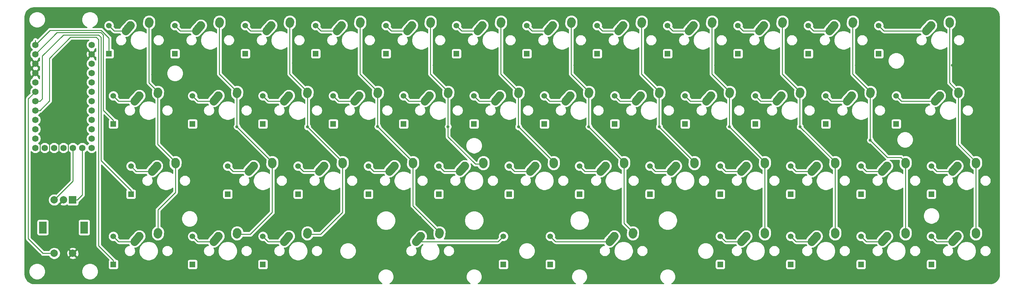
<source format=gbr>
G04 #@! TF.GenerationSoftware,KiCad,Pcbnew,(5.1.2)-2*
G04 #@! TF.CreationDate,2020-02-09T21:54:55+10:00*
G04 #@! TF.ProjectId,AbacusPCB,41626163-7573-4504-9342-2e6b69636164,rev?*
G04 #@! TF.SameCoordinates,Original*
G04 #@! TF.FileFunction,Copper,L1,Top*
G04 #@! TF.FilePolarity,Positive*
%FSLAX46Y46*%
G04 Gerber Fmt 4.6, Leading zero omitted, Abs format (unit mm)*
G04 Created by KiCad (PCBNEW (5.1.2)-2) date 2020-02-09 21:54:55*
%MOMM*%
%LPD*%
G04 APERTURE LIST*
%ADD10C,2.000000*%
%ADD11R,2.000000X3.200000*%
%ADD12R,2.000000X2.000000*%
%ADD13C,1.750000*%
%ADD14C,2.250000*%
%ADD15C,2.250000*%
%ADD16R,1.524000X1.524000*%
%ADD17C,1.524000*%
%ADD18C,0.800000*%
%ADD19C,0.250000*%
%ADD20C,0.254000*%
G04 APERTURE END LIST*
D10*
X97750000Y-176068750D03*
D11*
X100850000Y-169068750D03*
D10*
X92750000Y-161568750D03*
D11*
X89650000Y-169068750D03*
D10*
X95250000Y-161568750D03*
D12*
X97750000Y-161568750D03*
D10*
X92750000Y-176068750D03*
D13*
X102870000Y-119538750D03*
X102870000Y-142398750D03*
X102870000Y-122078750D03*
X102870000Y-124618750D03*
X102870000Y-127158750D03*
X102870000Y-129698750D03*
X102870000Y-132238750D03*
X102870000Y-134778750D03*
X102870000Y-137318750D03*
X102870000Y-139858750D03*
X102870000Y-144938750D03*
X102870000Y-147478750D03*
X100330000Y-147478750D03*
X97790000Y-147478750D03*
X95250000Y-147478750D03*
X92710000Y-147478750D03*
X90170000Y-147478750D03*
X87630000Y-147478750D03*
X87630000Y-144938750D03*
X87630000Y-142398750D03*
X87630000Y-139858750D03*
X87630000Y-137318750D03*
X87630000Y-134778750D03*
X87630000Y-132238750D03*
X87630000Y-129698750D03*
X87630000Y-127158750D03*
X87630000Y-124618750D03*
X87630000Y-122078750D03*
X87630000Y-119538750D03*
D14*
X120788750Y-170628750D03*
D15*
X120768750Y-170918750D02*
X120808750Y-170338750D01*
D14*
X120808750Y-170338750D03*
X115113751Y-172148750D03*
D15*
X114458750Y-172878750D02*
X115768752Y-171418750D01*
D14*
X115768750Y-171418750D03*
D16*
X107553125Y-121920000D03*
D17*
X107553125Y-114300000D03*
D16*
X125412500Y-121920000D03*
D17*
X125412500Y-114300000D03*
D16*
X144462500Y-121920000D03*
D17*
X144462500Y-114300000D03*
D16*
X163512500Y-121920000D03*
D17*
X163512500Y-114300000D03*
D16*
X182562500Y-121920000D03*
D17*
X182562500Y-114300000D03*
D16*
X201612500Y-121920000D03*
D17*
X201612500Y-114300000D03*
D16*
X220662500Y-121920000D03*
D17*
X220662500Y-114300000D03*
D16*
X239712500Y-121920000D03*
D17*
X239712500Y-114300000D03*
D16*
X258762500Y-121920000D03*
D17*
X258762500Y-114300000D03*
D16*
X277812500Y-121920000D03*
D17*
X277812500Y-114300000D03*
D16*
X296862500Y-121920000D03*
D17*
X296862500Y-114300000D03*
D16*
X315912500Y-121920000D03*
D17*
X315912500Y-114300000D03*
D16*
X108743750Y-140970000D03*
D17*
X108743750Y-133350000D03*
D16*
X130175000Y-140970000D03*
D17*
X130175000Y-133350000D03*
D16*
X149225000Y-140970000D03*
D17*
X149225000Y-133350000D03*
D16*
X168275000Y-140970000D03*
D17*
X168275000Y-133350000D03*
D16*
X187325000Y-140970000D03*
D17*
X187325000Y-133350000D03*
D16*
X206375000Y-140970000D03*
D17*
X206375000Y-133350000D03*
D16*
X225425000Y-140970000D03*
D17*
X225425000Y-133350000D03*
D16*
X244475000Y-140970000D03*
D17*
X244475000Y-133350000D03*
D16*
X263525000Y-140970000D03*
D17*
X263525000Y-133350000D03*
D16*
X282575000Y-140970000D03*
D17*
X282575000Y-133350000D03*
D16*
X301625000Y-140970000D03*
D17*
X301625000Y-133350000D03*
D16*
X320675000Y-140970000D03*
D17*
X320675000Y-133350000D03*
D16*
X113506250Y-160020000D03*
D17*
X113506250Y-152400000D03*
D16*
X139700000Y-160020000D03*
D17*
X139700000Y-152400000D03*
D16*
X158750000Y-160020000D03*
D17*
X158750000Y-152400000D03*
D16*
X177800000Y-160020000D03*
D17*
X177800000Y-152400000D03*
D16*
X196850000Y-160020000D03*
D17*
X196850000Y-152400000D03*
D16*
X215900000Y-160020000D03*
D17*
X215900000Y-152400000D03*
D16*
X234950000Y-160020000D03*
D17*
X234950000Y-152400000D03*
D16*
X254000000Y-160020000D03*
D17*
X254000000Y-152400000D03*
D16*
X273050000Y-160020000D03*
D17*
X273050000Y-152400000D03*
D16*
X292100000Y-160020000D03*
D17*
X292100000Y-152400000D03*
D16*
X311150000Y-160020000D03*
D17*
X311150000Y-152400000D03*
D16*
X330200000Y-160020000D03*
D17*
X330200000Y-152400000D03*
D16*
X108743750Y-179070000D03*
D17*
X108743750Y-171450000D03*
D16*
X130175000Y-179070000D03*
D17*
X130175000Y-171450000D03*
D16*
X149225000Y-179070000D03*
D17*
X149225000Y-171450000D03*
D16*
X214312500Y-179070000D03*
D17*
X214312500Y-171450000D03*
D16*
X227012500Y-179070000D03*
D17*
X227012500Y-171450000D03*
D16*
X273050000Y-179070000D03*
D17*
X273050000Y-171450000D03*
D16*
X311150000Y-179070000D03*
D17*
X311150000Y-171450000D03*
D16*
X330200000Y-179070000D03*
D17*
X330200000Y-171450000D03*
D16*
X292100000Y-179070000D03*
D17*
X292100000Y-171450000D03*
D14*
X342245000Y-151578750D03*
D15*
X342225000Y-151868750D02*
X342265000Y-151288750D01*
D14*
X342265000Y-151288750D03*
X336570001Y-153098750D03*
D15*
X335915000Y-153828750D02*
X337225002Y-152368750D01*
D14*
X337225000Y-152368750D03*
X142220000Y-170628750D03*
D15*
X142200000Y-170918750D02*
X142240000Y-170338750D01*
D14*
X142240000Y-170338750D03*
X136545001Y-172148750D03*
D15*
X135890000Y-172878750D02*
X137200002Y-171418750D01*
D14*
X137200000Y-171418750D03*
X304145000Y-170628750D03*
D15*
X304125000Y-170918750D02*
X304165000Y-170338750D01*
D14*
X304165000Y-170338750D03*
X298470001Y-172148750D03*
D15*
X297815000Y-172878750D02*
X299125002Y-171418750D01*
D14*
X299125000Y-171418750D03*
X161270000Y-170628750D03*
D15*
X161250000Y-170918750D02*
X161290000Y-170338750D01*
D14*
X161290000Y-170338750D03*
X155595001Y-172148750D03*
D15*
X154940000Y-172878750D02*
X156250002Y-171418750D01*
D14*
X156250000Y-171418750D03*
X285095000Y-170628750D03*
D15*
X285075000Y-170918750D02*
X285115000Y-170338750D01*
D14*
X285115000Y-170338750D03*
X279420001Y-172148750D03*
D15*
X278765000Y-172878750D02*
X280075002Y-171418750D01*
D14*
X280075000Y-171418750D03*
X323195000Y-170628750D03*
D15*
X323175000Y-170918750D02*
X323215000Y-170338750D01*
D14*
X323215000Y-170338750D03*
X317520001Y-172148750D03*
D15*
X316865000Y-172878750D02*
X318175002Y-171418750D01*
D14*
X318175000Y-171418750D03*
X342245000Y-170628750D03*
D15*
X342225000Y-170918750D02*
X342265000Y-170338750D01*
D14*
X342265000Y-170338750D03*
X336570001Y-172148750D03*
D15*
X335915000Y-172878750D02*
X337225002Y-171418750D01*
D14*
X337225000Y-171418750D03*
X118407500Y-113478750D03*
D15*
X118387500Y-113768750D02*
X118427500Y-113188750D01*
D14*
X118427500Y-113188750D03*
X112732501Y-114998750D03*
D15*
X112077500Y-115728750D02*
X113387502Y-114268750D01*
D14*
X113387500Y-114268750D03*
X244356250Y-171418750D03*
X243701251Y-172148750D03*
D15*
X243046250Y-172878750D02*
X244356252Y-171418750D01*
D14*
X249396250Y-170338750D03*
X249376250Y-170628750D03*
D15*
X249356250Y-170918750D02*
X249396250Y-170338750D01*
D14*
X196988750Y-170628750D03*
D15*
X196968750Y-170918750D02*
X197008750Y-170338750D01*
D14*
X197008750Y-170338750D03*
X191313751Y-172148750D03*
D15*
X190658750Y-172878750D02*
X191968752Y-171418750D01*
D14*
X191968750Y-171418750D03*
X270807500Y-113478750D03*
D15*
X270787500Y-113768750D02*
X270827500Y-113188750D01*
D14*
X270827500Y-113188750D03*
X265132501Y-114998750D03*
D15*
X264477500Y-115728750D02*
X265787502Y-114268750D01*
D14*
X265787500Y-114268750D03*
X194607500Y-113478750D03*
D15*
X194587500Y-113768750D02*
X194627500Y-113188750D01*
D14*
X194627500Y-113188750D03*
X188932501Y-114998750D03*
D15*
X188277500Y-115728750D02*
X189587502Y-114268750D01*
D14*
X189587500Y-114268750D03*
X156507500Y-113478750D03*
D15*
X156487500Y-113768750D02*
X156527500Y-113188750D01*
D14*
X156527500Y-113188750D03*
X150832501Y-114998750D03*
D15*
X150177500Y-115728750D02*
X151487502Y-114268750D01*
D14*
X151487500Y-114268750D03*
X180320000Y-132528750D03*
D15*
X180300000Y-132818750D02*
X180340000Y-132238750D01*
D14*
X180340000Y-132238750D03*
X174645001Y-134048750D03*
D15*
X173990000Y-134778750D02*
X175300002Y-133318750D01*
D14*
X175300000Y-133318750D03*
X308907500Y-113478750D03*
D15*
X308887500Y-113768750D02*
X308927500Y-113188750D01*
D14*
X308927500Y-113188750D03*
X303232501Y-114998750D03*
D15*
X302577500Y-115728750D02*
X303887502Y-114268750D01*
D14*
X303887500Y-114268750D03*
X218420000Y-132528750D03*
D15*
X218400000Y-132818750D02*
X218440000Y-132238750D01*
D14*
X218440000Y-132238750D03*
X212745001Y-134048750D03*
D15*
X212090000Y-134778750D02*
X213400002Y-133318750D01*
D14*
X213400000Y-133318750D03*
X199370000Y-132528750D03*
D15*
X199350000Y-132818750D02*
X199390000Y-132238750D01*
D14*
X199390000Y-132238750D03*
X193695001Y-134048750D03*
D15*
X193040000Y-134778750D02*
X194350002Y-133318750D01*
D14*
X194350000Y-133318750D03*
X142220000Y-132528750D03*
D15*
X142200000Y-132818750D02*
X142240000Y-132238750D01*
D14*
X142240000Y-132238750D03*
X136545001Y-134048750D03*
D15*
X135890000Y-134778750D02*
X137200002Y-133318750D01*
D14*
X137200000Y-133318750D03*
X213657500Y-113478750D03*
D15*
X213637500Y-113768750D02*
X213677500Y-113188750D01*
D14*
X213677500Y-113188750D03*
X207982501Y-114998750D03*
D15*
X207327500Y-115728750D02*
X208637502Y-114268750D01*
D14*
X208637500Y-114268750D03*
X335101250Y-113478750D03*
D15*
X335081250Y-113768750D02*
X335121250Y-113188750D01*
D14*
X335121250Y-113188750D03*
X329426251Y-114998750D03*
D15*
X328771250Y-115728750D02*
X330081252Y-114268750D01*
D14*
X330081250Y-114268750D03*
X137457500Y-113478750D03*
D15*
X137437500Y-113768750D02*
X137477500Y-113188750D01*
D14*
X137477500Y-113188750D03*
X131782501Y-114998750D03*
D15*
X131127500Y-115728750D02*
X132437502Y-114268750D01*
D14*
X132437500Y-114268750D03*
X289857500Y-113478750D03*
D15*
X289837500Y-113768750D02*
X289877500Y-113188750D01*
D14*
X289877500Y-113188750D03*
X284182501Y-114998750D03*
D15*
X283527500Y-115728750D02*
X284837502Y-114268750D01*
D14*
X284837500Y-114268750D03*
X232707500Y-113478750D03*
D15*
X232687500Y-113768750D02*
X232727500Y-113188750D01*
D14*
X232727500Y-113188750D03*
X227032501Y-114998750D03*
D15*
X226377500Y-115728750D02*
X227687502Y-114268750D01*
D14*
X227687500Y-114268750D03*
X237470000Y-132528750D03*
D15*
X237450000Y-132818750D02*
X237490000Y-132238750D01*
D14*
X237490000Y-132238750D03*
X231795001Y-134048750D03*
D15*
X231140000Y-134778750D02*
X232450002Y-133318750D01*
D14*
X232450000Y-133318750D03*
X251757500Y-113478750D03*
D15*
X251737500Y-113768750D02*
X251777500Y-113188750D01*
D14*
X251777500Y-113188750D03*
X246082501Y-114998750D03*
D15*
X245427500Y-115728750D02*
X246737502Y-114268750D01*
D14*
X246737500Y-114268750D03*
X161270000Y-132528750D03*
D15*
X161250000Y-132818750D02*
X161290000Y-132238750D01*
D14*
X161290000Y-132238750D03*
X155595001Y-134048750D03*
D15*
X154940000Y-134778750D02*
X156250002Y-133318750D01*
D14*
X156250000Y-133318750D03*
X120788750Y-132528750D03*
D15*
X120768750Y-132818750D02*
X120808750Y-132238750D01*
D14*
X120808750Y-132238750D03*
X115113751Y-134048750D03*
D15*
X114458750Y-134778750D02*
X115768752Y-133318750D01*
D14*
X115768750Y-133318750D03*
X175557500Y-113478750D03*
D15*
X175537500Y-113768750D02*
X175577500Y-113188750D01*
D14*
X175577500Y-113188750D03*
X169882501Y-114998750D03*
D15*
X169227500Y-115728750D02*
X170537502Y-114268750D01*
D14*
X170537500Y-114268750D03*
X151745000Y-151578750D03*
D15*
X151725000Y-151868750D02*
X151765000Y-151288750D01*
D14*
X151765000Y-151288750D03*
X146070001Y-153098750D03*
D15*
X145415000Y-153828750D02*
X146725002Y-152368750D01*
D14*
X146725000Y-152368750D03*
X256520000Y-132528750D03*
D15*
X256500000Y-132818750D02*
X256540000Y-132238750D01*
D14*
X256540000Y-132238750D03*
X250845001Y-134048750D03*
D15*
X250190000Y-134778750D02*
X251500002Y-133318750D01*
D14*
X251500000Y-133318750D03*
X125551250Y-151578750D03*
D15*
X125531250Y-151868750D02*
X125571250Y-151288750D01*
D14*
X125571250Y-151288750D03*
X119876251Y-153098750D03*
D15*
X119221250Y-153828750D02*
X120531252Y-152368750D01*
D14*
X120531250Y-152368750D03*
X189845000Y-151578750D03*
D15*
X189825000Y-151868750D02*
X189865000Y-151288750D01*
D14*
X189865000Y-151288750D03*
X184170001Y-153098750D03*
D15*
X183515000Y-153828750D02*
X184825002Y-152368750D01*
D14*
X184825000Y-152368750D03*
X323195000Y-151578750D03*
D15*
X323175000Y-151868750D02*
X323215000Y-151288750D01*
D14*
X323215000Y-151288750D03*
X317520001Y-153098750D03*
D15*
X316865000Y-153828750D02*
X318175002Y-152368750D01*
D14*
X318175000Y-152368750D03*
X304145000Y-151578750D03*
D15*
X304125000Y-151868750D02*
X304165000Y-151288750D01*
D14*
X304165000Y-151288750D03*
X298470001Y-153098750D03*
D15*
X297815000Y-153828750D02*
X299125002Y-152368750D01*
D14*
X299125000Y-152368750D03*
X208895000Y-151578750D03*
D15*
X208875000Y-151868750D02*
X208915000Y-151288750D01*
D14*
X208915000Y-151288750D03*
X203220001Y-153098750D03*
D15*
X202565000Y-153828750D02*
X203875002Y-152368750D01*
D14*
X203875000Y-152368750D03*
X313670000Y-132528750D03*
D15*
X313650000Y-132818750D02*
X313690000Y-132238750D01*
D14*
X313690000Y-132238750D03*
X307995001Y-134048750D03*
D15*
X307340000Y-134778750D02*
X308650002Y-133318750D01*
D14*
X308650000Y-133318750D03*
X275570000Y-132528750D03*
D15*
X275550000Y-132818750D02*
X275590000Y-132238750D01*
D14*
X275590000Y-132238750D03*
X269895001Y-134048750D03*
D15*
X269240000Y-134778750D02*
X270550002Y-133318750D01*
D14*
X270550000Y-133318750D03*
X294620000Y-132528750D03*
D15*
X294600000Y-132818750D02*
X294640000Y-132238750D01*
D14*
X294640000Y-132238750D03*
X288945001Y-134048750D03*
D15*
X288290000Y-134778750D02*
X289600002Y-133318750D01*
D14*
X289600000Y-133318750D03*
X170795000Y-151578750D03*
D15*
X170775000Y-151868750D02*
X170815000Y-151288750D01*
D14*
X170815000Y-151288750D03*
X165120001Y-153098750D03*
D15*
X164465000Y-153828750D02*
X165775002Y-152368750D01*
D14*
X165775000Y-152368750D03*
X337482500Y-132528750D03*
D15*
X337462500Y-132818750D02*
X337502500Y-132238750D01*
D14*
X337502500Y-132238750D03*
X331807501Y-134048750D03*
D15*
X331152500Y-134778750D02*
X332462502Y-133318750D01*
D14*
X332462500Y-133318750D03*
X285095000Y-151578750D03*
D15*
X285075000Y-151868750D02*
X285115000Y-151288750D01*
D14*
X285115000Y-151288750D03*
X279420001Y-153098750D03*
D15*
X278765000Y-153828750D02*
X280075002Y-152368750D01*
D14*
X280075000Y-152368750D03*
X246995000Y-151578750D03*
D15*
X246975000Y-151868750D02*
X247015000Y-151288750D01*
D14*
X247015000Y-151288750D03*
X241320001Y-153098750D03*
D15*
X240665000Y-153828750D02*
X241975002Y-152368750D01*
D14*
X241975000Y-152368750D03*
X266045000Y-151578750D03*
D15*
X266025000Y-151868750D02*
X266065000Y-151288750D01*
D14*
X266065000Y-151288750D03*
X260370001Y-153098750D03*
D15*
X259715000Y-153828750D02*
X261025002Y-152368750D01*
D14*
X261025000Y-152368750D03*
X227945000Y-151578750D03*
D15*
X227925000Y-151868750D02*
X227965000Y-151288750D01*
D14*
X227965000Y-151288750D03*
X222270001Y-153098750D03*
D15*
X221615000Y-153828750D02*
X222925002Y-152368750D01*
D14*
X222925000Y-152368750D03*
D18*
X91281250Y-150812500D03*
X93345000Y-130175000D03*
X95250000Y-123190000D03*
X107950000Y-127635000D03*
X119380000Y-127635000D03*
X125730000Y-164465000D03*
X100211875Y-174506875D03*
X95250000Y-164465000D03*
X156210000Y-166370000D03*
X166370000Y-166370000D03*
X191770000Y-166370000D03*
X201930000Y-166370000D03*
X254635000Y-166370000D03*
X309245000Y-166370000D03*
X334010000Y-168910000D03*
X327025000Y-146685000D03*
X340360000Y-145415000D03*
X335915000Y-125095000D03*
X325120000Y-127000000D03*
X309880000Y-125095000D03*
X298450000Y-127635000D03*
X260350000Y-127000000D03*
X271780000Y-125095000D03*
X233680000Y-125095000D03*
X222250000Y-127000000D03*
X195580000Y-125095000D03*
X184150000Y-127000000D03*
X157480000Y-124460000D03*
X146050000Y-127000000D03*
X102235000Y-158115000D03*
X114935000Y-166370000D03*
X243205000Y-165735000D03*
X297815000Y-165735000D03*
X142200000Y-141723750D03*
X161290000Y-141763750D03*
X180300000Y-141695000D03*
X199350000Y-141723750D03*
X218424125Y-141747875D03*
X237450000Y-141723750D03*
X256540000Y-141732000D03*
X275550000Y-141723750D03*
X294640000Y-141732000D03*
X313650000Y-145375000D03*
D19*
X91440000Y-146685000D02*
X91440000Y-148590000D01*
X93980000Y-148590000D02*
X93980000Y-146685000D01*
X96520000Y-148590000D02*
X96520000Y-147955000D01*
X96520000Y-146685000D02*
X96520000Y-147955000D01*
X88900000Y-148590000D02*
X88900000Y-146050000D01*
X108981875Y-115728750D02*
X107553125Y-114300000D01*
X112077500Y-115728750D02*
X108981875Y-115728750D01*
X87630000Y-119538750D02*
X87630000Y-118301314D01*
X107553125Y-118665625D02*
X107553125Y-121920000D01*
X107553125Y-117713125D02*
X107553125Y-118665625D01*
X105410000Y-115570000D02*
X107553125Y-117713125D01*
X87630000Y-119538750D02*
X91598750Y-115570000D01*
X91598750Y-115570000D02*
X105410000Y-115570000D01*
X126841250Y-115728750D02*
X125412500Y-114300000D01*
X131127500Y-115728750D02*
X126841250Y-115728750D01*
X145891250Y-115728750D02*
X144462500Y-114300000D01*
X150177500Y-115728750D02*
X145891250Y-115728750D01*
X164941250Y-115728750D02*
X163512500Y-114300000D01*
X169227500Y-115728750D02*
X164941250Y-115728750D01*
X183991250Y-115728750D02*
X182562500Y-114300000D01*
X188277500Y-115728750D02*
X183991250Y-115728750D01*
X203041250Y-115728750D02*
X201612500Y-114300000D01*
X207327500Y-115728750D02*
X203041250Y-115728750D01*
X222091250Y-115728750D02*
X220662500Y-114300000D01*
X226377500Y-115728750D02*
X222091250Y-115728750D01*
X241141250Y-115728750D02*
X239712500Y-114300000D01*
X245427500Y-115728750D02*
X241141250Y-115728750D01*
X260191250Y-115728750D02*
X258762500Y-114300000D01*
X264477500Y-115728750D02*
X260191250Y-115728750D01*
X279241250Y-115728750D02*
X277812500Y-114300000D01*
X283527500Y-115728750D02*
X279241250Y-115728750D01*
X298291250Y-115728750D02*
X296862500Y-114300000D01*
X302577500Y-115728750D02*
X298291250Y-115728750D01*
X317341250Y-115728750D02*
X315912500Y-114300000D01*
X328771250Y-115728750D02*
X317341250Y-115728750D01*
X110172500Y-134778750D02*
X108743750Y-133350000D01*
X114458750Y-134778750D02*
X110172500Y-134778750D01*
X108743750Y-139958000D02*
X108743750Y-140970000D01*
X106045000Y-137259250D02*
X108743750Y-139958000D01*
X106045000Y-116841410D02*
X106045000Y-137259250D01*
X105408590Y-116205000D02*
X106045000Y-116841410D01*
X93503750Y-116205000D02*
X105408590Y-116205000D01*
X87630000Y-122078750D02*
X93503750Y-116205000D01*
X131603750Y-134778750D02*
X130175000Y-133350000D01*
X135890000Y-134778750D02*
X131603750Y-134778750D01*
X150653750Y-134778750D02*
X149225000Y-133350000D01*
X154940000Y-134778750D02*
X150653750Y-134778750D01*
X169703750Y-134778750D02*
X168275000Y-133350000D01*
X173990000Y-134778750D02*
X169703750Y-134778750D01*
X188753750Y-134778750D02*
X187325000Y-133350000D01*
X193040000Y-134778750D02*
X188753750Y-134778750D01*
X207803750Y-134778750D02*
X206375000Y-133350000D01*
X212090000Y-134778750D02*
X207803750Y-134778750D01*
X226853750Y-134778750D02*
X225425000Y-133350000D01*
X231140000Y-134778750D02*
X226853750Y-134778750D01*
X245903750Y-134778750D02*
X244475000Y-133350000D01*
X250190000Y-134778750D02*
X245903750Y-134778750D01*
X264953750Y-134778750D02*
X263525000Y-133350000D01*
X269240000Y-134778750D02*
X264953750Y-134778750D01*
X284003750Y-134778750D02*
X282575000Y-133350000D01*
X288290000Y-134778750D02*
X284003750Y-134778750D01*
X303053750Y-134778750D02*
X301625000Y-133350000D01*
X307340000Y-134778750D02*
X303053750Y-134778750D01*
X322103750Y-134778750D02*
X320675000Y-133350000D01*
X331152500Y-134778750D02*
X322103750Y-134778750D01*
X114935000Y-153828750D02*
X113506250Y-152400000D01*
X119221250Y-153828750D02*
X114935000Y-153828750D01*
X95250000Y-116840000D02*
X104775000Y-116840000D01*
X104775000Y-116840000D02*
X105410000Y-117475000D01*
X87630000Y-134778750D02*
X88867436Y-134778750D01*
X88867436Y-134778750D02*
X89535000Y-134111186D01*
X89535000Y-134111186D02*
X89535000Y-122555000D01*
X105410000Y-117475000D02*
X105410000Y-150911750D01*
X89535000Y-122555000D02*
X95250000Y-116840000D01*
X113506250Y-159008000D02*
X113506250Y-160020000D01*
X105410000Y-150911750D02*
X113506250Y-159008000D01*
X141128750Y-153828750D02*
X139700000Y-152400000D01*
X145415000Y-153828750D02*
X141128750Y-153828750D01*
X160178750Y-153828750D02*
X158750000Y-152400000D01*
X164465000Y-153828750D02*
X160178750Y-153828750D01*
X179228750Y-153828750D02*
X177800000Y-152400000D01*
X183515000Y-153828750D02*
X179228750Y-153828750D01*
X198278750Y-153828750D02*
X196850000Y-152400000D01*
X202565000Y-153828750D02*
X198278750Y-153828750D01*
X217328750Y-153828750D02*
X215900000Y-152400000D01*
X221615000Y-153828750D02*
X217328750Y-153828750D01*
X236378750Y-153828750D02*
X234950000Y-152400000D01*
X240665000Y-153828750D02*
X236378750Y-153828750D01*
X255428750Y-153828750D02*
X254000000Y-152400000D01*
X259715000Y-153828750D02*
X255428750Y-153828750D01*
X274478750Y-153828750D02*
X273050000Y-152400000D01*
X278765000Y-153828750D02*
X274478750Y-153828750D01*
X293528750Y-153828750D02*
X292100000Y-152400000D01*
X297815000Y-153828750D02*
X293528750Y-153828750D01*
X312578750Y-153828750D02*
X311150000Y-152400000D01*
X316865000Y-153828750D02*
X312578750Y-153828750D01*
X331628750Y-153828750D02*
X330200000Y-152400000D01*
X335915000Y-153828750D02*
X331628750Y-153828750D01*
X115887500Y-171450000D02*
X114458750Y-172878750D01*
X110172500Y-172878750D02*
X108743750Y-171450000D01*
X114458750Y-172878750D02*
X110172500Y-172878750D01*
X97155000Y-117475000D02*
X104140000Y-117475000D01*
X91440000Y-123190000D02*
X97155000Y-117475000D01*
X91440000Y-134746186D02*
X91440000Y-123190000D01*
X104775000Y-118110000D02*
X104775000Y-173990000D01*
X88867436Y-137318750D02*
X91440000Y-134746186D01*
X87630000Y-137318750D02*
X88867436Y-137318750D01*
X104140000Y-117475000D02*
X104775000Y-118110000D01*
X108743750Y-177958750D02*
X104775000Y-173990000D01*
X108743750Y-179070000D02*
X108743750Y-177958750D01*
D20*
X135890000Y-172878750D02*
X136016999Y-172751751D01*
D19*
X131603750Y-172878750D02*
X130175000Y-171450000D01*
X135890000Y-172878750D02*
X131603750Y-172878750D01*
D20*
X154940000Y-172878750D02*
X155066999Y-172751751D01*
D19*
X150653750Y-172878750D02*
X149225000Y-171450000D01*
X154940000Y-172878750D02*
X150653750Y-172878750D01*
D20*
X190658750Y-172878750D02*
X190785749Y-172751751D01*
D19*
X212883750Y-172878750D02*
X214312500Y-171450000D01*
X190658750Y-172878750D02*
X212883750Y-172878750D01*
D20*
X242411250Y-173513750D02*
X243046250Y-172878750D01*
D19*
X228441250Y-172878750D02*
X227012500Y-171450000D01*
X243046250Y-172878750D02*
X228441250Y-172878750D01*
D20*
X278130000Y-173513750D02*
X278765000Y-172878750D01*
D19*
X274478750Y-172878750D02*
X273050000Y-171450000D01*
X278765000Y-172878750D02*
X274478750Y-172878750D01*
D20*
X297815000Y-172878750D02*
X297180000Y-173513750D01*
D19*
X293528750Y-172878750D02*
X292100000Y-171450000D01*
X297815000Y-172878750D02*
X293528750Y-172878750D01*
D20*
X316230000Y-173513750D02*
X316865000Y-172878750D01*
D19*
X312578750Y-172878750D02*
X311150000Y-171450000D01*
X316865000Y-172878750D02*
X312578750Y-172878750D01*
X331628750Y-172878750D02*
X330200000Y-171450000D01*
X335915000Y-172878750D02*
X331628750Y-172878750D01*
D20*
X120768750Y-132198750D02*
X120768750Y-132818750D01*
X120768750Y-132818750D02*
X120768750Y-146486250D01*
X120768750Y-146486250D02*
X125571250Y-151288750D01*
X125531250Y-151868750D02*
X125531250Y-159552000D01*
X125531250Y-159552000D02*
X120808750Y-164274500D01*
X120808750Y-164274500D02*
X120808750Y-170338750D01*
X118387500Y-113768750D02*
X118387500Y-129817500D01*
X118387500Y-129817500D02*
X120768750Y-132198750D01*
X145787500Y-170918750D02*
X151765000Y-164941250D01*
X142200000Y-132818750D02*
X142200000Y-141723750D01*
X137437500Y-113768750D02*
X137437500Y-127436250D01*
X142200000Y-141723750D02*
X151765000Y-151288750D01*
X137437500Y-127436250D02*
X142240000Y-132238750D01*
X142200000Y-170918750D02*
X145787500Y-170918750D01*
X151765000Y-151908750D02*
X151725000Y-151868750D01*
X151765000Y-164941250D02*
X151765000Y-151908750D01*
X170775000Y-151248750D02*
X170775000Y-151868750D01*
X161250000Y-170918750D02*
X164837500Y-170918750D01*
X170775000Y-151868750D02*
X170775000Y-160853750D01*
X164837500Y-170918750D02*
X170775000Y-164981250D01*
X161290000Y-132238750D02*
X161290000Y-141763750D01*
X156487500Y-127436250D02*
X161290000Y-132238750D01*
X161290000Y-141763750D02*
X170775000Y-151248750D01*
X156487500Y-113768750D02*
X156487500Y-127436250D01*
X170775000Y-160853750D02*
X170775000Y-164981250D01*
X196968750Y-170298750D02*
X196968750Y-170918750D01*
X189825000Y-151868750D02*
X189825000Y-163155000D01*
X175537500Y-113768750D02*
X175537500Y-127436250D01*
X189825000Y-151248750D02*
X189825000Y-151868750D01*
X175537500Y-127436250D02*
X180300000Y-132198750D01*
X189825000Y-163155000D02*
X197008750Y-170338750D01*
X180300000Y-132198750D02*
X180300000Y-132818750D01*
D19*
X189825000Y-151217000D02*
X180300000Y-141692000D01*
X189825000Y-151868750D02*
X189825000Y-151217000D01*
D20*
X180300000Y-132818750D02*
X180300000Y-141692000D01*
X180300000Y-141692000D02*
X180300000Y-141723750D01*
X194587500Y-127436250D02*
X199390000Y-132238750D01*
X208875000Y-151248750D02*
X208875000Y-151868750D01*
X194587500Y-113768750D02*
X194587500Y-127436250D01*
X199350000Y-132818750D02*
X199350000Y-141723750D01*
D19*
X208875000Y-151868750D02*
X206732750Y-151868750D01*
X199350000Y-144486000D02*
X199350000Y-141723750D01*
X206732750Y-151868750D02*
X199350000Y-144486000D01*
D20*
X218400000Y-132818750D02*
X218400000Y-141723750D01*
X218400000Y-132198750D02*
X218400000Y-132818750D01*
X213637500Y-127436250D02*
X218400000Y-132198750D01*
X227925000Y-151248750D02*
X227925000Y-151868750D01*
X213637500Y-113768750D02*
X213637500Y-127436250D01*
X218424125Y-141747875D02*
X227925000Y-151248750D01*
X218400000Y-141723750D02*
X218424125Y-141747875D01*
X237450000Y-141723750D02*
X247015000Y-151288750D01*
X246975000Y-151868750D02*
X246975000Y-167917500D01*
X246975000Y-167917500D02*
X249356250Y-170298750D01*
X237450000Y-132818750D02*
X237450000Y-141723750D01*
X249356250Y-170298750D02*
X249356250Y-170918750D01*
X232687500Y-113768750D02*
X232687500Y-127436250D01*
X232687500Y-127436250D02*
X237490000Y-132238750D01*
X251737500Y-113768750D02*
X251737500Y-127436250D01*
X256500000Y-141723750D02*
X266065000Y-151288750D01*
X256500000Y-132818750D02*
X256500000Y-141723750D01*
X256500000Y-132198750D02*
X256500000Y-132818750D01*
X251737500Y-127436250D02*
X256500000Y-132198750D01*
X275550000Y-132818750D02*
X275550000Y-141723750D01*
X270787500Y-113768750D02*
X270787500Y-127436250D01*
X285115000Y-151908750D02*
X285115000Y-170338750D01*
X275550000Y-141723750D02*
X285115000Y-151288750D01*
X285075000Y-151868750D02*
X285115000Y-151908750D01*
X270787500Y-127436250D02*
X275590000Y-132238750D01*
X304165000Y-152879740D02*
X304165000Y-151288750D01*
X294600000Y-132198750D02*
X294600000Y-132818750D01*
X289837500Y-127436250D02*
X294600000Y-132198750D01*
X294600000Y-132818750D02*
X294600000Y-141723750D01*
X304165000Y-170878750D02*
X304165000Y-152879740D01*
X294600000Y-141723750D02*
X304125000Y-151248750D01*
X304125000Y-151248750D02*
X304125000Y-151868750D01*
X304125000Y-170918750D02*
X304165000Y-170878750D01*
X289837500Y-113768750D02*
X289837500Y-127436250D01*
X308887500Y-113768750D02*
X308887500Y-127436250D01*
X323175000Y-151868750D02*
X323215000Y-151908750D01*
X308887500Y-127436250D02*
X313650000Y-132198750D01*
X313650000Y-132198750D02*
X313650000Y-132818750D01*
X313650000Y-132818750D02*
X313650000Y-141723750D01*
X323215000Y-170878750D02*
X323175000Y-170918750D01*
X323215000Y-151908750D02*
X323215000Y-170878750D01*
D19*
X313650000Y-141723750D02*
X313650000Y-145375000D01*
X313650000Y-145375000D02*
X318293750Y-150018750D01*
X323175000Y-151248750D02*
X323175000Y-151868750D01*
X321945000Y-150018750D02*
X323175000Y-151248750D01*
X318293750Y-150018750D02*
X321945000Y-150018750D01*
D20*
X337462500Y-132818750D02*
X337462500Y-146486250D01*
X337462500Y-146486250D02*
X342265000Y-151288750D01*
X335081250Y-113768750D02*
X335081250Y-129817500D01*
X335081250Y-129817500D02*
X337502500Y-132238750D01*
D19*
X342265000Y-170878750D02*
X342225000Y-170918750D01*
X342265000Y-151908750D02*
X342265000Y-170878750D01*
X342225000Y-151868750D02*
X342265000Y-151908750D01*
X97790000Y-156528750D02*
X97790000Y-147478750D01*
X92750000Y-161568750D02*
X97790000Y-156528750D01*
X99000000Y-161568750D02*
X97750000Y-161568750D01*
X100330000Y-160238750D02*
X99000000Y-161568750D01*
X100330000Y-147478750D02*
X100330000Y-160238750D01*
X92750000Y-176068750D02*
X89708750Y-176068750D01*
X89708750Y-176068750D02*
X85725000Y-172085000D01*
X85725000Y-134143750D02*
X87630000Y-132238750D01*
X85725000Y-172085000D02*
X85725000Y-134143750D01*
D20*
G36*
X346562884Y-109454752D02*
G01*
X347032188Y-109596444D01*
X347465025Y-109826587D01*
X347844927Y-110136428D01*
X348157403Y-110514147D01*
X348390569Y-110945377D01*
X348535532Y-111413678D01*
X348590001Y-111931912D01*
X348590000Y-113473831D01*
X348590000Y-113473832D01*
X348590001Y-180148822D01*
X348590000Y-180148832D01*
X348590001Y-181736463D01*
X348538998Y-182256633D01*
X348397307Y-182725936D01*
X348167161Y-183158778D01*
X347857323Y-183538677D01*
X347479600Y-183851156D01*
X347048373Y-184084319D01*
X346580073Y-184229282D01*
X346061847Y-184283750D01*
X259866728Y-184283750D01*
X260170532Y-184080754D01*
X260471254Y-183780032D01*
X260707531Y-183426420D01*
X260870280Y-183033507D01*
X260953250Y-182616393D01*
X260953250Y-182191107D01*
X260870280Y-181773993D01*
X260707531Y-181381080D01*
X260471254Y-181027468D01*
X260170532Y-180726746D01*
X259816920Y-180490469D01*
X259424007Y-180327720D01*
X259006893Y-180244750D01*
X258581607Y-180244750D01*
X258164493Y-180327720D01*
X257771580Y-180490469D01*
X257417968Y-180726746D01*
X257117246Y-181027468D01*
X256880969Y-181381080D01*
X256718220Y-181773993D01*
X256635250Y-182191107D01*
X256635250Y-182616393D01*
X256718220Y-183033507D01*
X256880969Y-183426420D01*
X257117246Y-183780032D01*
X257417968Y-184080754D01*
X257721772Y-184283750D01*
X235990728Y-184283750D01*
X236294532Y-184080754D01*
X236595254Y-183780032D01*
X236831531Y-183426420D01*
X236994280Y-183033507D01*
X237077250Y-182616393D01*
X237077250Y-182191107D01*
X236994280Y-181773993D01*
X236831531Y-181381080D01*
X236595254Y-181027468D01*
X236294532Y-180726746D01*
X235940920Y-180490469D01*
X235548007Y-180327720D01*
X235130893Y-180244750D01*
X234705607Y-180244750D01*
X234288493Y-180327720D01*
X233895580Y-180490469D01*
X233541968Y-180726746D01*
X233241246Y-181027468D01*
X233004969Y-181381080D01*
X232842220Y-181773993D01*
X232759250Y-182191107D01*
X232759250Y-182616393D01*
X232842220Y-183033507D01*
X233004969Y-183426420D01*
X233241246Y-183780032D01*
X233541968Y-184080754D01*
X233845772Y-184283750D01*
X207479228Y-184283750D01*
X207783032Y-184080754D01*
X208083754Y-183780032D01*
X208320031Y-183426420D01*
X208482780Y-183033507D01*
X208565750Y-182616393D01*
X208565750Y-182191107D01*
X208482780Y-181773993D01*
X208320031Y-181381080D01*
X208083754Y-181027468D01*
X207783032Y-180726746D01*
X207429420Y-180490469D01*
X207036507Y-180327720D01*
X206619393Y-180244750D01*
X206194107Y-180244750D01*
X205776993Y-180327720D01*
X205384080Y-180490469D01*
X205030468Y-180726746D01*
X204729746Y-181027468D01*
X204493469Y-181381080D01*
X204330720Y-181773993D01*
X204247750Y-182191107D01*
X204247750Y-182616393D01*
X204330720Y-183033507D01*
X204493469Y-183426420D01*
X204729746Y-183780032D01*
X205030468Y-184080754D01*
X205334272Y-184283750D01*
X183603228Y-184283750D01*
X183907032Y-184080754D01*
X184207754Y-183780032D01*
X184444031Y-183426420D01*
X184606780Y-183033507D01*
X184689750Y-182616393D01*
X184689750Y-182191107D01*
X184606780Y-181773993D01*
X184444031Y-181381080D01*
X184207754Y-181027468D01*
X183907032Y-180726746D01*
X183553420Y-180490469D01*
X183160507Y-180327720D01*
X182743393Y-180244750D01*
X182318107Y-180244750D01*
X181900993Y-180327720D01*
X181508080Y-180490469D01*
X181154468Y-180726746D01*
X180853746Y-181027468D01*
X180617469Y-181381080D01*
X180454720Y-181773993D01*
X180371750Y-182191107D01*
X180371750Y-182616393D01*
X180454720Y-183033507D01*
X180617469Y-183426420D01*
X180853746Y-183780032D01*
X181154468Y-184080754D01*
X181458272Y-184283750D01*
X87344778Y-184283750D01*
X86824617Y-184232748D01*
X86355314Y-184091057D01*
X85922472Y-183860911D01*
X85542573Y-183551073D01*
X85230094Y-183173350D01*
X84996931Y-182742123D01*
X84851968Y-182273823D01*
X84797500Y-181755597D01*
X84797500Y-180754872D01*
X85871250Y-180754872D01*
X85871250Y-181195128D01*
X85957140Y-181626925D01*
X86125619Y-182033669D01*
X86370212Y-182399729D01*
X86681521Y-182711038D01*
X87047581Y-182955631D01*
X87454325Y-183124110D01*
X87886122Y-183210000D01*
X88326378Y-183210000D01*
X88758175Y-183124110D01*
X89164919Y-182955631D01*
X89530979Y-182711038D01*
X89842288Y-182399729D01*
X90086881Y-182033669D01*
X90255360Y-181626925D01*
X90341250Y-181195128D01*
X90341250Y-180754872D01*
X100158750Y-180754872D01*
X100158750Y-181195128D01*
X100244640Y-181626925D01*
X100413119Y-182033669D01*
X100657712Y-182399729D01*
X100969021Y-182711038D01*
X101335081Y-182955631D01*
X101741825Y-183124110D01*
X102173622Y-183210000D01*
X102613878Y-183210000D01*
X103045675Y-183124110D01*
X103452419Y-182955631D01*
X103818479Y-182711038D01*
X104129788Y-182399729D01*
X104374381Y-182033669D01*
X104542860Y-181626925D01*
X104628750Y-181195128D01*
X104628750Y-180754872D01*
X104542860Y-180323075D01*
X104374381Y-179916331D01*
X104129788Y-179550271D01*
X103818479Y-179238962D01*
X103452419Y-178994369D01*
X103045675Y-178825890D01*
X102613878Y-178740000D01*
X102173622Y-178740000D01*
X101741825Y-178825890D01*
X101335081Y-178994369D01*
X100969021Y-179238962D01*
X100657712Y-179550271D01*
X100413119Y-179916331D01*
X100244640Y-180323075D01*
X100158750Y-180754872D01*
X90341250Y-180754872D01*
X90255360Y-180323075D01*
X90086881Y-179916331D01*
X89842288Y-179550271D01*
X89530979Y-179238962D01*
X89164919Y-178994369D01*
X88758175Y-178825890D01*
X88326378Y-178740000D01*
X87886122Y-178740000D01*
X87454325Y-178825890D01*
X87047581Y-178994369D01*
X86681521Y-179238962D01*
X86370212Y-179550271D01*
X86125619Y-179916331D01*
X85957140Y-180323075D01*
X85871250Y-180754872D01*
X84797500Y-180754872D01*
X84797500Y-134143750D01*
X84961324Y-134143750D01*
X84965001Y-134181083D01*
X84965000Y-172047678D01*
X84961324Y-172085000D01*
X84965000Y-172122322D01*
X84965000Y-172122332D01*
X84975997Y-172233985D01*
X85008318Y-172340535D01*
X85019454Y-172377246D01*
X85090026Y-172509276D01*
X85111236Y-172535120D01*
X85184999Y-172625001D01*
X85214003Y-172648804D01*
X89144951Y-176579753D01*
X89168749Y-176608751D01*
X89284474Y-176703724D01*
X89416503Y-176774296D01*
X89559764Y-176817753D01*
X89671417Y-176828750D01*
X89671426Y-176828750D01*
X89708749Y-176832426D01*
X89746072Y-176828750D01*
X91295091Y-176828750D01*
X91301082Y-176843213D01*
X91480013Y-177111002D01*
X91707748Y-177338737D01*
X91975537Y-177517668D01*
X92273088Y-177640918D01*
X92588967Y-177703750D01*
X92911033Y-177703750D01*
X93226912Y-177640918D01*
X93524463Y-177517668D01*
X93792252Y-177338737D01*
X93926826Y-177204163D01*
X96794192Y-177204163D01*
X96889956Y-177468564D01*
X97179571Y-177609454D01*
X97491108Y-177691134D01*
X97812595Y-177710468D01*
X98131675Y-177666711D01*
X98436088Y-177561545D01*
X98610044Y-177468564D01*
X98705808Y-177204163D01*
X97750000Y-176248355D01*
X96794192Y-177204163D01*
X93926826Y-177204163D01*
X94019987Y-177111002D01*
X94198918Y-176843213D01*
X94322168Y-176545662D01*
X94385000Y-176229783D01*
X94385000Y-176131345D01*
X96108282Y-176131345D01*
X96152039Y-176450425D01*
X96257205Y-176754838D01*
X96350186Y-176928794D01*
X96614587Y-177024558D01*
X97570395Y-176068750D01*
X97929605Y-176068750D01*
X98885413Y-177024558D01*
X99149814Y-176928794D01*
X99290704Y-176639179D01*
X99372384Y-176327642D01*
X99391718Y-176006155D01*
X99347961Y-175687075D01*
X99242795Y-175382662D01*
X99149814Y-175208706D01*
X98885413Y-175112942D01*
X97929605Y-176068750D01*
X97570395Y-176068750D01*
X96614587Y-175112942D01*
X96350186Y-175208706D01*
X96209296Y-175498321D01*
X96127616Y-175809858D01*
X96108282Y-176131345D01*
X94385000Y-176131345D01*
X94385000Y-175907717D01*
X94322168Y-175591838D01*
X94198918Y-175294287D01*
X94019987Y-175026498D01*
X93926826Y-174933337D01*
X96794192Y-174933337D01*
X97750000Y-175889145D01*
X98705808Y-174933337D01*
X98610044Y-174668936D01*
X98320429Y-174528046D01*
X98008892Y-174446366D01*
X97687405Y-174427032D01*
X97368325Y-174470789D01*
X97063912Y-174575955D01*
X96889956Y-174668936D01*
X96794192Y-174933337D01*
X93926826Y-174933337D01*
X93792252Y-174798763D01*
X93524463Y-174619832D01*
X93226912Y-174496582D01*
X92911033Y-174433750D01*
X92588967Y-174433750D01*
X92273088Y-174496582D01*
X91975537Y-174619832D01*
X91707748Y-174798763D01*
X91480013Y-175026498D01*
X91301082Y-175294287D01*
X91295091Y-175308750D01*
X90023552Y-175308750D01*
X86485000Y-171770199D01*
X86485000Y-167468750D01*
X88011928Y-167468750D01*
X88011928Y-170668750D01*
X88024188Y-170793232D01*
X88060498Y-170912930D01*
X88119463Y-171023244D01*
X88198815Y-171119935D01*
X88295506Y-171199287D01*
X88405820Y-171258252D01*
X88525518Y-171294562D01*
X88650000Y-171306822D01*
X90650000Y-171306822D01*
X90774482Y-171294562D01*
X90894180Y-171258252D01*
X91004494Y-171199287D01*
X91101185Y-171119935D01*
X91180537Y-171023244D01*
X91239502Y-170912930D01*
X91275812Y-170793232D01*
X91288072Y-170668750D01*
X91288072Y-167468750D01*
X99211928Y-167468750D01*
X99211928Y-170668750D01*
X99224188Y-170793232D01*
X99260498Y-170912930D01*
X99319463Y-171023244D01*
X99398815Y-171119935D01*
X99495506Y-171199287D01*
X99605820Y-171258252D01*
X99725518Y-171294562D01*
X99850000Y-171306822D01*
X101850000Y-171306822D01*
X101974482Y-171294562D01*
X102094180Y-171258252D01*
X102204494Y-171199287D01*
X102301185Y-171119935D01*
X102380537Y-171023244D01*
X102439502Y-170912930D01*
X102475812Y-170793232D01*
X102488072Y-170668750D01*
X102488072Y-167468750D01*
X102475812Y-167344268D01*
X102439502Y-167224570D01*
X102380537Y-167114256D01*
X102301185Y-167017565D01*
X102204494Y-166938213D01*
X102094180Y-166879248D01*
X101974482Y-166842938D01*
X101850000Y-166830678D01*
X99850000Y-166830678D01*
X99725518Y-166842938D01*
X99605820Y-166879248D01*
X99495506Y-166938213D01*
X99398815Y-167017565D01*
X99319463Y-167114256D01*
X99260498Y-167224570D01*
X99224188Y-167344268D01*
X99211928Y-167468750D01*
X91288072Y-167468750D01*
X91275812Y-167344268D01*
X91239502Y-167224570D01*
X91180537Y-167114256D01*
X91101185Y-167017565D01*
X91004494Y-166938213D01*
X90894180Y-166879248D01*
X90774482Y-166842938D01*
X90650000Y-166830678D01*
X88650000Y-166830678D01*
X88525518Y-166842938D01*
X88405820Y-166879248D01*
X88295506Y-166938213D01*
X88198815Y-167017565D01*
X88119463Y-167114256D01*
X88060498Y-167224570D01*
X88024188Y-167344268D01*
X88011928Y-167468750D01*
X86485000Y-167468750D01*
X86485000Y-148469212D01*
X86667431Y-148651643D01*
X86914747Y-148816894D01*
X87189549Y-148930721D01*
X87481278Y-148988750D01*
X87778722Y-148988750D01*
X88070451Y-148930721D01*
X88345253Y-148816894D01*
X88592569Y-148651643D01*
X88802893Y-148441319D01*
X88900000Y-148295988D01*
X88997107Y-148441319D01*
X89207431Y-148651643D01*
X89454747Y-148816894D01*
X89729549Y-148930721D01*
X90021278Y-148988750D01*
X90318722Y-148988750D01*
X90610451Y-148930721D01*
X90885253Y-148816894D01*
X91132569Y-148651643D01*
X91342893Y-148441319D01*
X91440000Y-148295988D01*
X91537107Y-148441319D01*
X91747431Y-148651643D01*
X91994747Y-148816894D01*
X92269549Y-148930721D01*
X92561278Y-148988750D01*
X92858722Y-148988750D01*
X93150451Y-148930721D01*
X93425253Y-148816894D01*
X93672569Y-148651643D01*
X93882893Y-148441319D01*
X93980000Y-148295988D01*
X94077107Y-148441319D01*
X94287431Y-148651643D01*
X94534747Y-148816894D01*
X94809549Y-148930721D01*
X95101278Y-148988750D01*
X95398722Y-148988750D01*
X95690451Y-148930721D01*
X95965253Y-148816894D01*
X96212569Y-148651643D01*
X96422893Y-148441319D01*
X96520000Y-148295988D01*
X96617107Y-148441319D01*
X96827431Y-148651643D01*
X97030001Y-148786996D01*
X97030000Y-156213948D01*
X93241376Y-160002573D01*
X93226912Y-159996582D01*
X92911033Y-159933750D01*
X92588967Y-159933750D01*
X92273088Y-159996582D01*
X91975537Y-160119832D01*
X91707748Y-160298763D01*
X91480013Y-160526498D01*
X91301082Y-160794287D01*
X91177832Y-161091838D01*
X91115000Y-161407717D01*
X91115000Y-161729783D01*
X91177832Y-162045662D01*
X91301082Y-162343213D01*
X91480013Y-162611002D01*
X91707748Y-162838737D01*
X91975537Y-163017668D01*
X92273088Y-163140918D01*
X92588967Y-163203750D01*
X92911033Y-163203750D01*
X93226912Y-163140918D01*
X93524463Y-163017668D01*
X93792252Y-162838737D01*
X94019987Y-162611002D01*
X94084925Y-162513815D01*
X94114587Y-162524558D01*
X95070395Y-161568750D01*
X95056253Y-161554608D01*
X95235858Y-161375003D01*
X95250000Y-161389145D01*
X95264143Y-161375003D01*
X95443748Y-161554608D01*
X95429605Y-161568750D01*
X95443748Y-161582893D01*
X95264143Y-161762498D01*
X95250000Y-161748355D01*
X94294192Y-162704163D01*
X94389956Y-162968564D01*
X94679571Y-163109454D01*
X94991108Y-163191134D01*
X95312595Y-163210468D01*
X95631675Y-163166711D01*
X95936088Y-163061545D01*
X96110044Y-162968564D01*
X96164024Y-162819527D01*
X96219463Y-162923244D01*
X96298815Y-163019935D01*
X96395506Y-163099287D01*
X96505820Y-163158252D01*
X96625518Y-163194562D01*
X96750000Y-163206822D01*
X98750000Y-163206822D01*
X98874482Y-163194562D01*
X98994180Y-163158252D01*
X99104494Y-163099287D01*
X99201185Y-163019935D01*
X99280537Y-162923244D01*
X99339502Y-162812930D01*
X99375812Y-162693232D01*
X99388072Y-162568750D01*
X99388072Y-162223076D01*
X99424276Y-162203724D01*
X99540001Y-162108751D01*
X99563804Y-162079747D01*
X100841003Y-160802549D01*
X100870001Y-160778751D01*
X100913665Y-160725546D01*
X100964974Y-160663027D01*
X101035546Y-160530997D01*
X101061852Y-160444276D01*
X101079003Y-160387736D01*
X101090000Y-160276083D01*
X101090000Y-160276074D01*
X101093676Y-160238751D01*
X101090000Y-160201428D01*
X101090000Y-148786995D01*
X101292569Y-148651643D01*
X101502893Y-148441319D01*
X101600000Y-148295988D01*
X101697107Y-148441319D01*
X101907431Y-148651643D01*
X102154747Y-148816894D01*
X102429549Y-148930721D01*
X102721278Y-148988750D01*
X103018722Y-148988750D01*
X103310451Y-148930721D01*
X103585253Y-148816894D01*
X103832569Y-148651643D01*
X104015001Y-148469211D01*
X104015001Y-173952667D01*
X104011324Y-173990000D01*
X104015001Y-174027333D01*
X104023980Y-174118492D01*
X104025998Y-174138985D01*
X104069454Y-174282246D01*
X104140026Y-174414276D01*
X104186406Y-174470789D01*
X104235000Y-174530001D01*
X104263998Y-174553799D01*
X107550584Y-177840386D01*
X107530565Y-177856815D01*
X107451213Y-177953506D01*
X107392248Y-178063820D01*
X107355938Y-178183518D01*
X107343678Y-178308000D01*
X107343678Y-179832000D01*
X107355938Y-179956482D01*
X107392248Y-180076180D01*
X107451213Y-180186494D01*
X107530565Y-180283185D01*
X107627256Y-180362537D01*
X107737570Y-180421502D01*
X107857268Y-180457812D01*
X107981750Y-180470072D01*
X109505750Y-180470072D01*
X109630232Y-180457812D01*
X109749930Y-180421502D01*
X109860244Y-180362537D01*
X109956935Y-180283185D01*
X110036287Y-180186494D01*
X110095252Y-180076180D01*
X110131562Y-179956482D01*
X110143822Y-179832000D01*
X110143822Y-178308000D01*
X128774928Y-178308000D01*
X128774928Y-179832000D01*
X128787188Y-179956482D01*
X128823498Y-180076180D01*
X128882463Y-180186494D01*
X128961815Y-180283185D01*
X129058506Y-180362537D01*
X129168820Y-180421502D01*
X129288518Y-180457812D01*
X129413000Y-180470072D01*
X130937000Y-180470072D01*
X131061482Y-180457812D01*
X131181180Y-180421502D01*
X131291494Y-180362537D01*
X131388185Y-180283185D01*
X131467537Y-180186494D01*
X131526502Y-180076180D01*
X131562812Y-179956482D01*
X131575072Y-179832000D01*
X131575072Y-178308000D01*
X147824928Y-178308000D01*
X147824928Y-179832000D01*
X147837188Y-179956482D01*
X147873498Y-180076180D01*
X147932463Y-180186494D01*
X148011815Y-180283185D01*
X148108506Y-180362537D01*
X148218820Y-180421502D01*
X148338518Y-180457812D01*
X148463000Y-180470072D01*
X149987000Y-180470072D01*
X150111482Y-180457812D01*
X150231180Y-180421502D01*
X150341494Y-180362537D01*
X150438185Y-180283185D01*
X150517537Y-180186494D01*
X150576502Y-180076180D01*
X150612812Y-179956482D01*
X150625072Y-179832000D01*
X150625072Y-178308000D01*
X212912428Y-178308000D01*
X212912428Y-179832000D01*
X212924688Y-179956482D01*
X212960998Y-180076180D01*
X213019963Y-180186494D01*
X213099315Y-180283185D01*
X213196006Y-180362537D01*
X213306320Y-180421502D01*
X213426018Y-180457812D01*
X213550500Y-180470072D01*
X215074500Y-180470072D01*
X215198982Y-180457812D01*
X215318680Y-180421502D01*
X215428994Y-180362537D01*
X215525685Y-180283185D01*
X215605037Y-180186494D01*
X215664002Y-180076180D01*
X215700312Y-179956482D01*
X215712572Y-179832000D01*
X215712572Y-178308000D01*
X225612428Y-178308000D01*
X225612428Y-179832000D01*
X225624688Y-179956482D01*
X225660998Y-180076180D01*
X225719963Y-180186494D01*
X225799315Y-180283185D01*
X225896006Y-180362537D01*
X226006320Y-180421502D01*
X226126018Y-180457812D01*
X226250500Y-180470072D01*
X227774500Y-180470072D01*
X227898982Y-180457812D01*
X228018680Y-180421502D01*
X228128994Y-180362537D01*
X228225685Y-180283185D01*
X228305037Y-180186494D01*
X228364002Y-180076180D01*
X228400312Y-179956482D01*
X228412572Y-179832000D01*
X228412572Y-178308000D01*
X271649928Y-178308000D01*
X271649928Y-179832000D01*
X271662188Y-179956482D01*
X271698498Y-180076180D01*
X271757463Y-180186494D01*
X271836815Y-180283185D01*
X271933506Y-180362537D01*
X272043820Y-180421502D01*
X272163518Y-180457812D01*
X272288000Y-180470072D01*
X273812000Y-180470072D01*
X273936482Y-180457812D01*
X274056180Y-180421502D01*
X274166494Y-180362537D01*
X274263185Y-180283185D01*
X274342537Y-180186494D01*
X274401502Y-180076180D01*
X274437812Y-179956482D01*
X274450072Y-179832000D01*
X274450072Y-178308000D01*
X290699928Y-178308000D01*
X290699928Y-179832000D01*
X290712188Y-179956482D01*
X290748498Y-180076180D01*
X290807463Y-180186494D01*
X290886815Y-180283185D01*
X290983506Y-180362537D01*
X291093820Y-180421502D01*
X291213518Y-180457812D01*
X291338000Y-180470072D01*
X292862000Y-180470072D01*
X292986482Y-180457812D01*
X293106180Y-180421502D01*
X293216494Y-180362537D01*
X293313185Y-180283185D01*
X293392537Y-180186494D01*
X293451502Y-180076180D01*
X293487812Y-179956482D01*
X293500072Y-179832000D01*
X293500072Y-178308000D01*
X309749928Y-178308000D01*
X309749928Y-179832000D01*
X309762188Y-179956482D01*
X309798498Y-180076180D01*
X309857463Y-180186494D01*
X309936815Y-180283185D01*
X310033506Y-180362537D01*
X310143820Y-180421502D01*
X310263518Y-180457812D01*
X310388000Y-180470072D01*
X311912000Y-180470072D01*
X312036482Y-180457812D01*
X312156180Y-180421502D01*
X312266494Y-180362537D01*
X312363185Y-180283185D01*
X312442537Y-180186494D01*
X312501502Y-180076180D01*
X312537812Y-179956482D01*
X312550072Y-179832000D01*
X312550072Y-178308000D01*
X328799928Y-178308000D01*
X328799928Y-179832000D01*
X328812188Y-179956482D01*
X328848498Y-180076180D01*
X328907463Y-180186494D01*
X328986815Y-180283185D01*
X329083506Y-180362537D01*
X329193820Y-180421502D01*
X329313518Y-180457812D01*
X329438000Y-180470072D01*
X330962000Y-180470072D01*
X331086482Y-180457812D01*
X331206180Y-180421502D01*
X331316494Y-180362537D01*
X331413185Y-180283185D01*
X331492537Y-180186494D01*
X331551502Y-180076180D01*
X331587812Y-179956482D01*
X331600072Y-179832000D01*
X331600072Y-178308000D01*
X331587812Y-178183518D01*
X331551502Y-178063820D01*
X331492537Y-177953506D01*
X331413185Y-177856815D01*
X331316494Y-177777463D01*
X331206180Y-177718498D01*
X331086482Y-177682188D01*
X330962000Y-177669928D01*
X329438000Y-177669928D01*
X329313518Y-177682188D01*
X329193820Y-177718498D01*
X329083506Y-177777463D01*
X328986815Y-177856815D01*
X328907463Y-177953506D01*
X328848498Y-178063820D01*
X328812188Y-178183518D01*
X328799928Y-178308000D01*
X312550072Y-178308000D01*
X312537812Y-178183518D01*
X312501502Y-178063820D01*
X312442537Y-177953506D01*
X312363185Y-177856815D01*
X312266494Y-177777463D01*
X312156180Y-177718498D01*
X312036482Y-177682188D01*
X311912000Y-177669928D01*
X310388000Y-177669928D01*
X310263518Y-177682188D01*
X310143820Y-177718498D01*
X310033506Y-177777463D01*
X309936815Y-177856815D01*
X309857463Y-177953506D01*
X309798498Y-178063820D01*
X309762188Y-178183518D01*
X309749928Y-178308000D01*
X293500072Y-178308000D01*
X293487812Y-178183518D01*
X293451502Y-178063820D01*
X293392537Y-177953506D01*
X293313185Y-177856815D01*
X293216494Y-177777463D01*
X293106180Y-177718498D01*
X292986482Y-177682188D01*
X292862000Y-177669928D01*
X291338000Y-177669928D01*
X291213518Y-177682188D01*
X291093820Y-177718498D01*
X290983506Y-177777463D01*
X290886815Y-177856815D01*
X290807463Y-177953506D01*
X290748498Y-178063820D01*
X290712188Y-178183518D01*
X290699928Y-178308000D01*
X274450072Y-178308000D01*
X274437812Y-178183518D01*
X274401502Y-178063820D01*
X274342537Y-177953506D01*
X274263185Y-177856815D01*
X274166494Y-177777463D01*
X274056180Y-177718498D01*
X273936482Y-177682188D01*
X273812000Y-177669928D01*
X272288000Y-177669928D01*
X272163518Y-177682188D01*
X272043820Y-177718498D01*
X271933506Y-177777463D01*
X271836815Y-177856815D01*
X271757463Y-177953506D01*
X271698498Y-178063820D01*
X271662188Y-178183518D01*
X271649928Y-178308000D01*
X228412572Y-178308000D01*
X228400312Y-178183518D01*
X228364002Y-178063820D01*
X228305037Y-177953506D01*
X228225685Y-177856815D01*
X228128994Y-177777463D01*
X228018680Y-177718498D01*
X227898982Y-177682188D01*
X227774500Y-177669928D01*
X226250500Y-177669928D01*
X226126018Y-177682188D01*
X226006320Y-177718498D01*
X225896006Y-177777463D01*
X225799315Y-177856815D01*
X225719963Y-177953506D01*
X225660998Y-178063820D01*
X225624688Y-178183518D01*
X225612428Y-178308000D01*
X215712572Y-178308000D01*
X215700312Y-178183518D01*
X215664002Y-178063820D01*
X215605037Y-177953506D01*
X215525685Y-177856815D01*
X215428994Y-177777463D01*
X215318680Y-177718498D01*
X215198982Y-177682188D01*
X215074500Y-177669928D01*
X213550500Y-177669928D01*
X213426018Y-177682188D01*
X213306320Y-177718498D01*
X213196006Y-177777463D01*
X213099315Y-177856815D01*
X213019963Y-177953506D01*
X212960998Y-178063820D01*
X212924688Y-178183518D01*
X212912428Y-178308000D01*
X150625072Y-178308000D01*
X150612812Y-178183518D01*
X150576502Y-178063820D01*
X150517537Y-177953506D01*
X150438185Y-177856815D01*
X150341494Y-177777463D01*
X150231180Y-177718498D01*
X150111482Y-177682188D01*
X149987000Y-177669928D01*
X148463000Y-177669928D01*
X148338518Y-177682188D01*
X148218820Y-177718498D01*
X148108506Y-177777463D01*
X148011815Y-177856815D01*
X147932463Y-177953506D01*
X147873498Y-178063820D01*
X147837188Y-178183518D01*
X147824928Y-178308000D01*
X131575072Y-178308000D01*
X131562812Y-178183518D01*
X131526502Y-178063820D01*
X131467537Y-177953506D01*
X131388185Y-177856815D01*
X131291494Y-177777463D01*
X131181180Y-177718498D01*
X131061482Y-177682188D01*
X130937000Y-177669928D01*
X129413000Y-177669928D01*
X129288518Y-177682188D01*
X129168820Y-177718498D01*
X129058506Y-177777463D01*
X128961815Y-177856815D01*
X128882463Y-177953506D01*
X128823498Y-178063820D01*
X128787188Y-178183518D01*
X128774928Y-178308000D01*
X110143822Y-178308000D01*
X110131562Y-178183518D01*
X110095252Y-178063820D01*
X110036287Y-177953506D01*
X109956935Y-177856815D01*
X109860244Y-177777463D01*
X109749930Y-177718498D01*
X109630232Y-177682188D01*
X109505750Y-177669928D01*
X109450335Y-177669928D01*
X109449296Y-177666503D01*
X109418802Y-177609454D01*
X109378724Y-177534473D01*
X109307549Y-177447747D01*
X109283751Y-177418749D01*
X109254753Y-177394951D01*
X105535000Y-173675199D01*
X105535000Y-171312408D01*
X107346750Y-171312408D01*
X107346750Y-171587592D01*
X107400436Y-171857490D01*
X107505745Y-172111727D01*
X107658630Y-172340535D01*
X107853215Y-172535120D01*
X108082023Y-172688005D01*
X108336260Y-172793314D01*
X108606158Y-172847000D01*
X108881342Y-172847000D01*
X109035320Y-172816372D01*
X109608701Y-173389753D01*
X109632499Y-173418751D01*
X109748224Y-173513724D01*
X109880253Y-173584296D01*
X110023514Y-173627753D01*
X110043516Y-173629723D01*
X110172500Y-173642427D01*
X110209833Y-173638750D01*
X112862337Y-173638750D01*
X112863841Y-173642889D01*
X113026625Y-173911416D01*
X112748299Y-173966779D01*
X112473497Y-174080606D01*
X112226181Y-174245857D01*
X112015857Y-174456181D01*
X111850606Y-174703497D01*
X111736779Y-174978299D01*
X111678750Y-175270028D01*
X111678750Y-175567472D01*
X111736779Y-175859201D01*
X111850606Y-176134003D01*
X112015857Y-176381319D01*
X112226181Y-176591643D01*
X112473497Y-176756894D01*
X112748299Y-176870721D01*
X113040028Y-176928750D01*
X113337472Y-176928750D01*
X113629201Y-176870721D01*
X113904003Y-176756894D01*
X114151319Y-176591643D01*
X114361643Y-176381319D01*
X114526894Y-176134003D01*
X114640721Y-175859201D01*
X114698750Y-175567472D01*
X114698750Y-175270028D01*
X114676830Y-175159826D01*
X115639850Y-175159826D01*
X115639850Y-175677674D01*
X115740877Y-176185572D01*
X115939049Y-176664001D01*
X116226750Y-177094576D01*
X116592924Y-177460750D01*
X117023499Y-177748451D01*
X117501928Y-177946623D01*
X118009826Y-178047650D01*
X118527674Y-178047650D01*
X119035572Y-177946623D01*
X119514001Y-177748451D01*
X119944576Y-177460750D01*
X120310750Y-177094576D01*
X120598451Y-176664001D01*
X120796623Y-176185572D01*
X120897650Y-175677674D01*
X120897650Y-175270028D01*
X121838750Y-175270028D01*
X121838750Y-175567472D01*
X121896779Y-175859201D01*
X122010606Y-176134003D01*
X122175857Y-176381319D01*
X122386181Y-176591643D01*
X122633497Y-176756894D01*
X122908299Y-176870721D01*
X123200028Y-176928750D01*
X123497472Y-176928750D01*
X123789201Y-176870721D01*
X124064003Y-176756894D01*
X124311319Y-176591643D01*
X124521643Y-176381319D01*
X124686894Y-176134003D01*
X124800721Y-175859201D01*
X124858750Y-175567472D01*
X124858750Y-175270028D01*
X124800721Y-174978299D01*
X124686894Y-174703497D01*
X124521643Y-174456181D01*
X124311319Y-174245857D01*
X124064003Y-174080606D01*
X123789201Y-173966779D01*
X123497472Y-173908750D01*
X123200028Y-173908750D01*
X122908299Y-173966779D01*
X122633497Y-174080606D01*
X122386181Y-174245857D01*
X122175857Y-174456181D01*
X122010606Y-174703497D01*
X121896779Y-174978299D01*
X121838750Y-175270028D01*
X120897650Y-175270028D01*
X120897650Y-175159826D01*
X120796623Y-174651928D01*
X120598451Y-174173499D01*
X120310750Y-173742924D01*
X119944576Y-173376750D01*
X119514001Y-173089049D01*
X119035572Y-172890877D01*
X118527674Y-172789850D01*
X118009826Y-172789850D01*
X117501928Y-172890877D01*
X117023499Y-173089049D01*
X116592924Y-173376750D01*
X116226750Y-173742924D01*
X115939049Y-174173499D01*
X115740877Y-174651928D01*
X115639850Y-175159826D01*
X114676830Y-175159826D01*
X114640721Y-174978299D01*
X114526894Y-174703497D01*
X114485564Y-174641642D01*
X114554376Y-174644677D01*
X114897054Y-174592089D01*
X115222889Y-174473659D01*
X115519357Y-174293937D01*
X115710993Y-174118492D01*
X117046950Y-172629566D01*
X117135831Y-172540685D01*
X117210577Y-172428820D01*
X117290194Y-172320337D01*
X117306729Y-172284919D01*
X117328442Y-172252423D01*
X117379925Y-172128132D01*
X117436851Y-172006195D01*
X117446160Y-171968226D01*
X117461114Y-171932123D01*
X117487360Y-171800176D01*
X117519403Y-171669477D01*
X117521125Y-171630427D01*
X117528750Y-171592095D01*
X117528750Y-171457552D01*
X117534679Y-171323124D01*
X117528750Y-171284489D01*
X117528750Y-171245405D01*
X117502501Y-171113441D01*
X117482091Y-170980446D01*
X117468739Y-170943711D01*
X117461114Y-170905377D01*
X117409624Y-170781070D01*
X117363661Y-170654611D01*
X117343400Y-170621188D01*
X117328442Y-170585077D01*
X117253685Y-170473196D01*
X117183939Y-170358143D01*
X117157548Y-170329316D01*
X117135831Y-170296815D01*
X117040684Y-170201668D01*
X116949833Y-170102433D01*
X116918325Y-170079309D01*
X116890685Y-170051669D01*
X116778800Y-169976909D01*
X116670338Y-169897308D01*
X116634926Y-169880776D01*
X116602423Y-169859058D01*
X116478103Y-169807563D01*
X116356196Y-169750651D01*
X116318236Y-169741345D01*
X116282123Y-169726386D01*
X116150138Y-169700132D01*
X116019478Y-169668099D01*
X115980439Y-169666377D01*
X115942095Y-169658750D01*
X115807508Y-169658750D01*
X115673125Y-169652823D01*
X115634503Y-169658750D01*
X115595405Y-169658750D01*
X115463394Y-169685009D01*
X115330447Y-169705411D01*
X115293726Y-169718758D01*
X115255377Y-169726386D01*
X115131019Y-169777897D01*
X115004613Y-169823841D01*
X114971204Y-169844094D01*
X114935077Y-169859058D01*
X114823150Y-169933845D01*
X114708144Y-170003563D01*
X114679328Y-170029945D01*
X114646815Y-170051669D01*
X114551637Y-170146847D01*
X114516508Y-170179008D01*
X114490587Y-170207897D01*
X114401669Y-170296815D01*
X114375023Y-170336693D01*
X113091034Y-171767703D01*
X112937308Y-171977164D01*
X112871209Y-172118750D01*
X110487302Y-172118750D01*
X110110122Y-171741570D01*
X110140750Y-171587592D01*
X110140750Y-171312408D01*
X110087064Y-171042510D01*
X109981755Y-170788273D01*
X109828870Y-170559465D01*
X109634285Y-170364880D01*
X109405477Y-170211995D01*
X109151240Y-170106686D01*
X108881342Y-170053000D01*
X108606158Y-170053000D01*
X108336260Y-170106686D01*
X108082023Y-170211995D01*
X107853215Y-170364880D01*
X107658630Y-170559465D01*
X107505745Y-170788273D01*
X107400436Y-171042510D01*
X107346750Y-171312408D01*
X105535000Y-171312408D01*
X105535000Y-152111551D01*
X112264757Y-158841309D01*
X112213713Y-158903506D01*
X112154748Y-159013820D01*
X112118438Y-159133518D01*
X112106178Y-159258000D01*
X112106178Y-160782000D01*
X112118438Y-160906482D01*
X112154748Y-161026180D01*
X112213713Y-161136494D01*
X112293065Y-161233185D01*
X112389756Y-161312537D01*
X112500070Y-161371502D01*
X112619768Y-161407812D01*
X112744250Y-161420072D01*
X114268250Y-161420072D01*
X114392732Y-161407812D01*
X114512430Y-161371502D01*
X114622744Y-161312537D01*
X114719435Y-161233185D01*
X114798787Y-161136494D01*
X114857752Y-161026180D01*
X114894062Y-160906482D01*
X114906322Y-160782000D01*
X114906322Y-159258000D01*
X114894062Y-159133518D01*
X114857752Y-159013820D01*
X114798787Y-158903506D01*
X114719435Y-158806815D01*
X114622744Y-158727463D01*
X114512430Y-158668498D01*
X114392732Y-158632188D01*
X114268250Y-158619928D01*
X114160576Y-158619928D01*
X114141224Y-158583724D01*
X114070049Y-158496997D01*
X114046251Y-158467999D01*
X114017254Y-158444202D01*
X107835460Y-152262408D01*
X112109250Y-152262408D01*
X112109250Y-152537592D01*
X112162936Y-152807490D01*
X112268245Y-153061727D01*
X112421130Y-153290535D01*
X112615715Y-153485120D01*
X112844523Y-153638005D01*
X113098760Y-153743314D01*
X113368658Y-153797000D01*
X113643842Y-153797000D01*
X113797820Y-153766372D01*
X114371201Y-154339753D01*
X114394999Y-154368751D01*
X114423997Y-154392549D01*
X114510724Y-154463724D01*
X114642753Y-154534296D01*
X114786014Y-154577753D01*
X114935000Y-154592427D01*
X114972333Y-154588750D01*
X117624837Y-154588750D01*
X117626341Y-154592889D01*
X117789125Y-154861416D01*
X117510799Y-154916779D01*
X117235997Y-155030606D01*
X116988681Y-155195857D01*
X116778357Y-155406181D01*
X116613106Y-155653497D01*
X116499279Y-155928299D01*
X116441250Y-156220028D01*
X116441250Y-156517472D01*
X116499279Y-156809201D01*
X116613106Y-157084003D01*
X116778357Y-157331319D01*
X116988681Y-157541643D01*
X117235997Y-157706894D01*
X117510799Y-157820721D01*
X117802528Y-157878750D01*
X118099972Y-157878750D01*
X118391701Y-157820721D01*
X118666503Y-157706894D01*
X118913819Y-157541643D01*
X119124143Y-157331319D01*
X119289394Y-157084003D01*
X119403221Y-156809201D01*
X119461250Y-156517472D01*
X119461250Y-156220028D01*
X119403221Y-155928299D01*
X119289394Y-155653497D01*
X119248064Y-155591642D01*
X119316876Y-155594677D01*
X119659554Y-155542089D01*
X119985389Y-155423659D01*
X120281857Y-155243937D01*
X120473493Y-155068492D01*
X121809450Y-153579566D01*
X121898331Y-153490685D01*
X121973077Y-153378820D01*
X122052694Y-153270337D01*
X122069229Y-153234919D01*
X122090942Y-153202423D01*
X122142425Y-153078132D01*
X122199351Y-152956195D01*
X122208660Y-152918226D01*
X122223614Y-152882123D01*
X122249860Y-152750176D01*
X122281903Y-152619477D01*
X122283625Y-152580427D01*
X122291250Y-152542095D01*
X122291250Y-152407552D01*
X122297179Y-152273124D01*
X122291250Y-152234489D01*
X122291250Y-152195405D01*
X122265001Y-152063441D01*
X122244591Y-151930446D01*
X122231239Y-151893711D01*
X122223614Y-151855377D01*
X122172124Y-151731070D01*
X122126161Y-151604611D01*
X122105900Y-151571188D01*
X122090942Y-151535077D01*
X122016185Y-151423196D01*
X121946439Y-151308143D01*
X121920048Y-151279316D01*
X121898331Y-151246815D01*
X121803184Y-151151668D01*
X121712333Y-151052433D01*
X121680825Y-151029309D01*
X121653185Y-151001669D01*
X121541300Y-150926909D01*
X121432838Y-150847308D01*
X121397426Y-150830776D01*
X121364923Y-150809058D01*
X121240603Y-150757563D01*
X121118696Y-150700651D01*
X121080736Y-150691345D01*
X121044623Y-150676386D01*
X120912638Y-150650132D01*
X120781978Y-150618099D01*
X120742939Y-150616377D01*
X120704595Y-150608750D01*
X120570008Y-150608750D01*
X120435625Y-150602823D01*
X120397003Y-150608750D01*
X120357905Y-150608750D01*
X120225894Y-150635009D01*
X120092947Y-150655411D01*
X120056226Y-150668758D01*
X120017877Y-150676386D01*
X119893519Y-150727897D01*
X119767113Y-150773841D01*
X119733704Y-150794094D01*
X119697577Y-150809058D01*
X119585650Y-150883845D01*
X119470644Y-150953563D01*
X119441828Y-150979945D01*
X119409315Y-151001669D01*
X119314137Y-151096847D01*
X119279008Y-151129008D01*
X119253087Y-151157897D01*
X119164169Y-151246815D01*
X119137523Y-151286693D01*
X117853534Y-152717703D01*
X117699808Y-152927164D01*
X117633709Y-153068750D01*
X115249802Y-153068750D01*
X114872622Y-152691570D01*
X114903250Y-152537592D01*
X114903250Y-152262408D01*
X114849564Y-151992510D01*
X114744255Y-151738273D01*
X114591370Y-151509465D01*
X114396785Y-151314880D01*
X114167977Y-151161995D01*
X113913740Y-151056686D01*
X113643842Y-151003000D01*
X113368658Y-151003000D01*
X113098760Y-151056686D01*
X112844523Y-151161995D01*
X112615715Y-151314880D01*
X112421130Y-151509465D01*
X112268245Y-151738273D01*
X112162936Y-151992510D01*
X112109250Y-152262408D01*
X107835460Y-152262408D01*
X106170000Y-150596949D01*
X106170000Y-138459051D01*
X107502257Y-139791309D01*
X107451213Y-139853506D01*
X107392248Y-139963820D01*
X107355938Y-140083518D01*
X107343678Y-140208000D01*
X107343678Y-141732000D01*
X107355938Y-141856482D01*
X107392248Y-141976180D01*
X107451213Y-142086494D01*
X107530565Y-142183185D01*
X107627256Y-142262537D01*
X107737570Y-142321502D01*
X107857268Y-142357812D01*
X107981750Y-142370072D01*
X109505750Y-142370072D01*
X109630232Y-142357812D01*
X109749930Y-142321502D01*
X109860244Y-142262537D01*
X109956935Y-142183185D01*
X110036287Y-142086494D01*
X110095252Y-141976180D01*
X110131562Y-141856482D01*
X110143822Y-141732000D01*
X110143822Y-140208000D01*
X110131562Y-140083518D01*
X110095252Y-139963820D01*
X110036287Y-139853506D01*
X109956935Y-139756815D01*
X109860244Y-139677463D01*
X109749930Y-139618498D01*
X109630232Y-139582188D01*
X109505750Y-139569928D01*
X109398076Y-139569928D01*
X109378724Y-139533724D01*
X109283751Y-139417999D01*
X109254754Y-139394202D01*
X106805000Y-136944449D01*
X106805000Y-133212408D01*
X107346750Y-133212408D01*
X107346750Y-133487592D01*
X107400436Y-133757490D01*
X107505745Y-134011727D01*
X107658630Y-134240535D01*
X107853215Y-134435120D01*
X108082023Y-134588005D01*
X108336260Y-134693314D01*
X108606158Y-134747000D01*
X108881342Y-134747000D01*
X109035320Y-134716372D01*
X109608701Y-135289753D01*
X109632499Y-135318751D01*
X109661497Y-135342549D01*
X109748224Y-135413724D01*
X109880253Y-135484296D01*
X110023514Y-135527753D01*
X110172500Y-135542427D01*
X110209833Y-135538750D01*
X112862337Y-135538750D01*
X112863841Y-135542889D01*
X113026625Y-135811416D01*
X112748299Y-135866779D01*
X112473497Y-135980606D01*
X112226181Y-136145857D01*
X112015857Y-136356181D01*
X111850606Y-136603497D01*
X111736779Y-136878299D01*
X111678750Y-137170028D01*
X111678750Y-137467472D01*
X111736779Y-137759201D01*
X111850606Y-138034003D01*
X112015857Y-138281319D01*
X112226181Y-138491643D01*
X112473497Y-138656894D01*
X112748299Y-138770721D01*
X113040028Y-138828750D01*
X113337472Y-138828750D01*
X113629201Y-138770721D01*
X113904003Y-138656894D01*
X114151319Y-138491643D01*
X114361643Y-138281319D01*
X114526894Y-138034003D01*
X114640721Y-137759201D01*
X114698750Y-137467472D01*
X114698750Y-137170028D01*
X114640721Y-136878299D01*
X114526894Y-136603497D01*
X114485564Y-136541642D01*
X114554376Y-136544677D01*
X114897054Y-136492089D01*
X115222889Y-136373659D01*
X115519357Y-136193937D01*
X115710993Y-136018492D01*
X117046950Y-134529566D01*
X117135831Y-134440685D01*
X117210577Y-134328820D01*
X117290194Y-134220337D01*
X117306729Y-134184919D01*
X117328442Y-134152423D01*
X117379925Y-134028132D01*
X117436851Y-133906195D01*
X117446160Y-133868226D01*
X117461114Y-133832123D01*
X117487360Y-133700176D01*
X117519403Y-133569477D01*
X117521125Y-133530427D01*
X117528750Y-133492095D01*
X117528750Y-133357552D01*
X117534679Y-133223124D01*
X117528750Y-133184489D01*
X117528750Y-133145405D01*
X117502501Y-133013441D01*
X117482091Y-132880446D01*
X117468739Y-132843711D01*
X117461114Y-132805377D01*
X117409624Y-132681070D01*
X117363661Y-132554611D01*
X117343400Y-132521188D01*
X117328442Y-132485077D01*
X117253685Y-132373196D01*
X117183939Y-132258143D01*
X117157548Y-132229316D01*
X117135831Y-132196815D01*
X117040684Y-132101668D01*
X116949833Y-132002433D01*
X116918325Y-131979309D01*
X116890685Y-131951669D01*
X116778800Y-131876909D01*
X116670338Y-131797308D01*
X116634926Y-131780776D01*
X116602423Y-131759058D01*
X116478103Y-131707563D01*
X116356196Y-131650651D01*
X116318236Y-131641345D01*
X116282123Y-131626386D01*
X116150138Y-131600132D01*
X116019478Y-131568099D01*
X115980439Y-131566377D01*
X115942095Y-131558750D01*
X115807508Y-131558750D01*
X115673125Y-131552823D01*
X115634503Y-131558750D01*
X115595405Y-131558750D01*
X115463394Y-131585009D01*
X115330447Y-131605411D01*
X115293726Y-131618758D01*
X115255377Y-131626386D01*
X115131019Y-131677897D01*
X115004613Y-131723841D01*
X114971204Y-131744094D01*
X114935077Y-131759058D01*
X114823150Y-131833845D01*
X114708144Y-131903563D01*
X114679328Y-131929945D01*
X114646815Y-131951669D01*
X114551637Y-132046847D01*
X114516508Y-132079008D01*
X114490587Y-132107897D01*
X114401669Y-132196815D01*
X114375023Y-132236693D01*
X113091034Y-133667703D01*
X112937308Y-133877164D01*
X112871209Y-134018750D01*
X110487302Y-134018750D01*
X110110122Y-133641570D01*
X110140750Y-133487592D01*
X110140750Y-133212408D01*
X110087064Y-132942510D01*
X109981755Y-132688273D01*
X109828870Y-132459465D01*
X109634285Y-132264880D01*
X109405477Y-132111995D01*
X109151240Y-132006686D01*
X108881342Y-131953000D01*
X108606158Y-131953000D01*
X108336260Y-132006686D01*
X108082023Y-132111995D01*
X107853215Y-132264880D01*
X107658630Y-132459465D01*
X107505745Y-132688273D01*
X107400436Y-132942510D01*
X107346750Y-133212408D01*
X106805000Y-133212408D01*
X106805000Y-123320072D01*
X108315125Y-123320072D01*
X108439607Y-123307812D01*
X108559305Y-123271502D01*
X108669619Y-123212537D01*
X108766310Y-123133185D01*
X108845662Y-123036494D01*
X108904627Y-122926180D01*
X108940937Y-122806482D01*
X108953197Y-122682000D01*
X108953197Y-121158000D01*
X108940937Y-121033518D01*
X108904627Y-120913820D01*
X108845662Y-120803506D01*
X108766310Y-120706815D01*
X108669619Y-120627463D01*
X108559305Y-120568498D01*
X108439607Y-120532188D01*
X108315125Y-120519928D01*
X108313125Y-120519928D01*
X108313125Y-117750447D01*
X108316801Y-117713124D01*
X108313125Y-117675801D01*
X108313125Y-117675792D01*
X108302128Y-117564139D01*
X108258671Y-117420878D01*
X108188099Y-117288849D01*
X108169090Y-117265686D01*
X108116924Y-117202121D01*
X108116920Y-117202117D01*
X108093126Y-117173124D01*
X108064134Y-117149331D01*
X105973804Y-115059002D01*
X105950001Y-115029999D01*
X105834276Y-114935026D01*
X105702247Y-114864454D01*
X105558986Y-114820997D01*
X105447333Y-114810000D01*
X105447322Y-114810000D01*
X105410000Y-114806324D01*
X105372678Y-114810000D01*
X103170272Y-114810000D01*
X103452419Y-114693131D01*
X103818479Y-114448538D01*
X104104609Y-114162408D01*
X106156125Y-114162408D01*
X106156125Y-114437592D01*
X106209811Y-114707490D01*
X106315120Y-114961727D01*
X106468005Y-115190535D01*
X106662590Y-115385120D01*
X106891398Y-115538005D01*
X107145635Y-115643314D01*
X107415533Y-115697000D01*
X107690717Y-115697000D01*
X107844695Y-115666372D01*
X108418076Y-116239753D01*
X108441874Y-116268751D01*
X108470872Y-116292549D01*
X108557599Y-116363724D01*
X108689628Y-116434296D01*
X108832889Y-116477753D01*
X108981875Y-116492427D01*
X109019208Y-116488750D01*
X110481087Y-116488750D01*
X110482591Y-116492889D01*
X110645375Y-116761416D01*
X110367049Y-116816779D01*
X110092247Y-116930606D01*
X109844931Y-117095857D01*
X109634607Y-117306181D01*
X109469356Y-117553497D01*
X109355529Y-117828299D01*
X109297500Y-118120028D01*
X109297500Y-118417472D01*
X109355529Y-118709201D01*
X109469356Y-118984003D01*
X109634607Y-119231319D01*
X109844931Y-119441643D01*
X110092247Y-119606894D01*
X110367049Y-119720721D01*
X110658778Y-119778750D01*
X110956222Y-119778750D01*
X111247951Y-119720721D01*
X111522753Y-119606894D01*
X111770069Y-119441643D01*
X111980393Y-119231319D01*
X112145644Y-118984003D01*
X112259471Y-118709201D01*
X112317500Y-118417472D01*
X112317500Y-118120028D01*
X112295580Y-118009826D01*
X113258600Y-118009826D01*
X113258600Y-118527674D01*
X113359627Y-119035572D01*
X113557799Y-119514001D01*
X113845500Y-119944576D01*
X114211674Y-120310750D01*
X114642249Y-120598451D01*
X115120678Y-120796623D01*
X115628576Y-120897650D01*
X116146424Y-120897650D01*
X116654322Y-120796623D01*
X117132751Y-120598451D01*
X117563326Y-120310750D01*
X117625500Y-120248576D01*
X117625501Y-129780067D01*
X117621814Y-129817500D01*
X117636527Y-129966878D01*
X117680099Y-130110515D01*
X117750855Y-130242892D01*
X117822221Y-130329851D01*
X117846079Y-130358922D01*
X117875149Y-130382779D01*
X119146074Y-131653704D01*
X119116386Y-131725377D01*
X119111309Y-131750902D01*
X119102066Y-131775208D01*
X119077544Y-131920648D01*
X119048750Y-132065405D01*
X119048750Y-132178136D01*
X119006973Y-132783907D01*
X119014590Y-133043612D01*
X119092163Y-133381511D01*
X119234169Y-133697784D01*
X119435146Y-133980276D01*
X119687374Y-134218131D01*
X119981158Y-134402209D01*
X120006750Y-134411941D01*
X120006750Y-135338924D01*
X119944576Y-135276750D01*
X119514001Y-134989049D01*
X119035572Y-134790877D01*
X118527674Y-134689850D01*
X118009826Y-134689850D01*
X117501928Y-134790877D01*
X117023499Y-134989049D01*
X116592924Y-135276750D01*
X116226750Y-135642924D01*
X115939049Y-136073499D01*
X115740877Y-136551928D01*
X115639850Y-137059826D01*
X115639850Y-137577674D01*
X115740877Y-138085572D01*
X115939049Y-138564001D01*
X116226750Y-138994576D01*
X116592924Y-139360750D01*
X117023499Y-139648451D01*
X117501928Y-139846623D01*
X118009826Y-139947650D01*
X118527674Y-139947650D01*
X119035572Y-139846623D01*
X119514001Y-139648451D01*
X119944576Y-139360750D01*
X120006750Y-139298576D01*
X120006751Y-146448817D01*
X120003064Y-146486250D01*
X120017777Y-146635628D01*
X120061349Y-146779265D01*
X120132105Y-146911642D01*
X120198290Y-146992288D01*
X120227329Y-147027672D01*
X120256399Y-147051529D01*
X123908574Y-150703704D01*
X123878886Y-150775377D01*
X123873809Y-150800902D01*
X123864566Y-150825208D01*
X123840044Y-150970648D01*
X123811250Y-151115405D01*
X123811250Y-151228136D01*
X123769473Y-151833907D01*
X123777090Y-152093612D01*
X123854663Y-152431511D01*
X123996669Y-152747784D01*
X124197646Y-153030276D01*
X124449874Y-153268131D01*
X124743658Y-153452209D01*
X124769250Y-153461941D01*
X124769250Y-154388924D01*
X124707076Y-154326750D01*
X124276501Y-154039049D01*
X123798072Y-153840877D01*
X123290174Y-153739850D01*
X122772326Y-153739850D01*
X122264428Y-153840877D01*
X121785999Y-154039049D01*
X121355424Y-154326750D01*
X120989250Y-154692924D01*
X120701549Y-155123499D01*
X120503377Y-155601928D01*
X120402350Y-156109826D01*
X120402350Y-156627674D01*
X120503377Y-157135572D01*
X120701549Y-157614001D01*
X120989250Y-158044576D01*
X121355424Y-158410750D01*
X121785999Y-158698451D01*
X122264428Y-158896623D01*
X122772326Y-158997650D01*
X123290174Y-158997650D01*
X123798072Y-158896623D01*
X124276501Y-158698451D01*
X124707076Y-158410750D01*
X124769251Y-158348575D01*
X124769251Y-159236369D01*
X120296404Y-163709216D01*
X120267328Y-163733078D01*
X120219264Y-163791645D01*
X120172105Y-163849108D01*
X120141710Y-163905974D01*
X120101348Y-163981486D01*
X120057776Y-164125123D01*
X120048869Y-164215564D01*
X120043064Y-164274500D01*
X120046750Y-164311923D01*
X120046751Y-168749370D01*
X119975077Y-168779058D01*
X119953437Y-168793517D01*
X119929716Y-168804168D01*
X119809546Y-168889663D01*
X119686815Y-168971669D01*
X119668412Y-168990072D01*
X119647224Y-169005146D01*
X119546038Y-169112446D01*
X119441669Y-169216815D01*
X119427211Y-169238453D01*
X119409369Y-169257373D01*
X119331060Y-169382352D01*
X119249058Y-169505077D01*
X119239098Y-169529122D01*
X119225291Y-169551158D01*
X119172869Y-169689014D01*
X119116386Y-169825377D01*
X119111309Y-169850902D01*
X119102066Y-169875208D01*
X119077544Y-170020648D01*
X119048750Y-170165405D01*
X119048750Y-170278136D01*
X119006973Y-170883907D01*
X119014590Y-171143612D01*
X119092163Y-171481511D01*
X119234169Y-171797784D01*
X119435146Y-172080276D01*
X119687374Y-172318131D01*
X119981158Y-172502209D01*
X120305209Y-172625434D01*
X120647073Y-172683074D01*
X120993612Y-172672910D01*
X121331511Y-172595337D01*
X121647784Y-172453331D01*
X121930276Y-172252354D01*
X122168131Y-172000126D01*
X122352209Y-171706342D01*
X122475434Y-171382291D01*
X122487216Y-171312408D01*
X128778000Y-171312408D01*
X128778000Y-171587592D01*
X128831686Y-171857490D01*
X128936995Y-172111727D01*
X129089880Y-172340535D01*
X129284465Y-172535120D01*
X129513273Y-172688005D01*
X129767510Y-172793314D01*
X130037408Y-172847000D01*
X130312592Y-172847000D01*
X130466570Y-172816372D01*
X131039951Y-173389753D01*
X131063749Y-173418751D01*
X131179474Y-173513724D01*
X131311503Y-173584296D01*
X131454764Y-173627753D01*
X131474766Y-173629723D01*
X131603750Y-173642427D01*
X131641083Y-173638750D01*
X134293587Y-173638750D01*
X134295091Y-173642889D01*
X134457875Y-173911416D01*
X134179549Y-173966779D01*
X133904747Y-174080606D01*
X133657431Y-174245857D01*
X133447107Y-174456181D01*
X133281856Y-174703497D01*
X133168029Y-174978299D01*
X133110000Y-175270028D01*
X133110000Y-175567472D01*
X133168029Y-175859201D01*
X133281856Y-176134003D01*
X133447107Y-176381319D01*
X133657431Y-176591643D01*
X133904747Y-176756894D01*
X134179549Y-176870721D01*
X134471278Y-176928750D01*
X134768722Y-176928750D01*
X135060451Y-176870721D01*
X135335253Y-176756894D01*
X135582569Y-176591643D01*
X135792893Y-176381319D01*
X135958144Y-176134003D01*
X136071971Y-175859201D01*
X136130000Y-175567472D01*
X136130000Y-175270028D01*
X136108080Y-175159826D01*
X137071100Y-175159826D01*
X137071100Y-175677674D01*
X137172127Y-176185572D01*
X137370299Y-176664001D01*
X137658000Y-177094576D01*
X138024174Y-177460750D01*
X138454749Y-177748451D01*
X138933178Y-177946623D01*
X139441076Y-178047650D01*
X139958924Y-178047650D01*
X140466822Y-177946623D01*
X140945251Y-177748451D01*
X141375826Y-177460750D01*
X141742000Y-177094576D01*
X142029701Y-176664001D01*
X142227873Y-176185572D01*
X142328900Y-175677674D01*
X142328900Y-175270028D01*
X143270000Y-175270028D01*
X143270000Y-175567472D01*
X143328029Y-175859201D01*
X143441856Y-176134003D01*
X143607107Y-176381319D01*
X143817431Y-176591643D01*
X144064747Y-176756894D01*
X144339549Y-176870721D01*
X144631278Y-176928750D01*
X144928722Y-176928750D01*
X145220451Y-176870721D01*
X145495253Y-176756894D01*
X145742569Y-176591643D01*
X145952893Y-176381319D01*
X146118144Y-176134003D01*
X146231971Y-175859201D01*
X146290000Y-175567472D01*
X146290000Y-175270028D01*
X146231971Y-174978299D01*
X146118144Y-174703497D01*
X145952893Y-174456181D01*
X145742569Y-174245857D01*
X145495253Y-174080606D01*
X145220451Y-173966779D01*
X144928722Y-173908750D01*
X144631278Y-173908750D01*
X144339549Y-173966779D01*
X144064747Y-174080606D01*
X143817431Y-174245857D01*
X143607107Y-174456181D01*
X143441856Y-174703497D01*
X143328029Y-174978299D01*
X143270000Y-175270028D01*
X142328900Y-175270028D01*
X142328900Y-175159826D01*
X142227873Y-174651928D01*
X142029701Y-174173499D01*
X141742000Y-173742924D01*
X141375826Y-173376750D01*
X140945251Y-173089049D01*
X140466822Y-172890877D01*
X139958924Y-172789850D01*
X139441076Y-172789850D01*
X138933178Y-172890877D01*
X138454749Y-173089049D01*
X138024174Y-173376750D01*
X137658000Y-173742924D01*
X137370299Y-174173499D01*
X137172127Y-174651928D01*
X137071100Y-175159826D01*
X136108080Y-175159826D01*
X136071971Y-174978299D01*
X135958144Y-174703497D01*
X135916814Y-174641642D01*
X135985626Y-174644677D01*
X136328304Y-174592089D01*
X136654139Y-174473659D01*
X136950607Y-174293937D01*
X137142243Y-174118492D01*
X138478200Y-172629566D01*
X138567081Y-172540685D01*
X138641827Y-172428820D01*
X138721444Y-172320337D01*
X138737979Y-172284919D01*
X138759692Y-172252423D01*
X138811175Y-172128132D01*
X138868101Y-172006195D01*
X138877410Y-171968226D01*
X138892364Y-171932123D01*
X138918610Y-171800176D01*
X138950653Y-171669477D01*
X138952375Y-171630427D01*
X138960000Y-171592095D01*
X138960000Y-171457552D01*
X138965929Y-171323124D01*
X138960000Y-171284489D01*
X138960000Y-171245405D01*
X138933751Y-171113441D01*
X138913341Y-170980446D01*
X138899989Y-170943711D01*
X138892364Y-170905377D01*
X138840874Y-170781070D01*
X138794911Y-170654611D01*
X138774650Y-170621188D01*
X138759692Y-170585077D01*
X138684935Y-170473196D01*
X138615189Y-170358143D01*
X138588798Y-170329316D01*
X138567081Y-170296815D01*
X138471934Y-170201668D01*
X138381083Y-170102433D01*
X138349575Y-170079309D01*
X138321935Y-170051669D01*
X138210050Y-169976909D01*
X138101588Y-169897308D01*
X138066176Y-169880776D01*
X138033673Y-169859058D01*
X137909353Y-169807563D01*
X137787446Y-169750651D01*
X137749486Y-169741345D01*
X137713373Y-169726386D01*
X137581388Y-169700132D01*
X137450728Y-169668099D01*
X137411689Y-169666377D01*
X137373345Y-169658750D01*
X137238758Y-169658750D01*
X137104375Y-169652823D01*
X137065753Y-169658750D01*
X137026655Y-169658750D01*
X136894644Y-169685009D01*
X136761697Y-169705411D01*
X136724976Y-169718758D01*
X136686627Y-169726386D01*
X136562269Y-169777897D01*
X136435863Y-169823841D01*
X136402454Y-169844094D01*
X136366327Y-169859058D01*
X136254400Y-169933845D01*
X136139394Y-170003563D01*
X136110578Y-170029945D01*
X136078065Y-170051669D01*
X135982887Y-170146847D01*
X135947758Y-170179008D01*
X135921837Y-170207897D01*
X135832919Y-170296815D01*
X135806273Y-170336693D01*
X134522284Y-171767703D01*
X134368558Y-171977164D01*
X134302459Y-172118750D01*
X131918552Y-172118750D01*
X131541372Y-171741570D01*
X131572000Y-171587592D01*
X131572000Y-171312408D01*
X131518314Y-171042510D01*
X131413005Y-170788273D01*
X131260120Y-170559465D01*
X131065535Y-170364880D01*
X130836727Y-170211995D01*
X130582490Y-170106686D01*
X130312592Y-170053000D01*
X130037408Y-170053000D01*
X129767510Y-170106686D01*
X129513273Y-170211995D01*
X129284465Y-170364880D01*
X129089880Y-170559465D01*
X128936995Y-170788273D01*
X128831686Y-171042510D01*
X128778000Y-171312408D01*
X122487216Y-171312408D01*
X122518631Y-171126089D01*
X122556849Y-170571925D01*
X122568750Y-170512095D01*
X122568750Y-170399361D01*
X122570527Y-170373594D01*
X122568750Y-170313006D01*
X122568750Y-170165405D01*
X122563672Y-170139878D01*
X122562910Y-170113887D01*
X122529909Y-169970137D01*
X122501114Y-169825377D01*
X122491157Y-169801338D01*
X122485337Y-169775988D01*
X122424927Y-169641444D01*
X122368442Y-169505077D01*
X122353980Y-169483433D01*
X122343331Y-169459716D01*
X122257846Y-169339559D01*
X122175831Y-169216815D01*
X122157428Y-169198412D01*
X122142354Y-169177224D01*
X122035061Y-169076045D01*
X121930685Y-168971669D01*
X121909044Y-168957209D01*
X121890126Y-168939369D01*
X121765157Y-168861066D01*
X121642423Y-168779058D01*
X121618378Y-168769098D01*
X121596342Y-168755291D01*
X121570750Y-168745559D01*
X121570750Y-166467372D01*
X127146250Y-166467372D01*
X127146250Y-166907628D01*
X127232140Y-167339425D01*
X127400619Y-167746169D01*
X127645212Y-168112229D01*
X127956521Y-168423538D01*
X128322581Y-168668131D01*
X128729325Y-168836610D01*
X129161122Y-168922500D01*
X129601378Y-168922500D01*
X130033175Y-168836610D01*
X130439919Y-168668131D01*
X130805979Y-168423538D01*
X131117288Y-168112229D01*
X131361881Y-167746169D01*
X131530360Y-167339425D01*
X131616250Y-166907628D01*
X131616250Y-166467372D01*
X131530360Y-166035575D01*
X131361881Y-165628831D01*
X131117288Y-165262771D01*
X130805979Y-164951462D01*
X130439919Y-164706869D01*
X130033175Y-164538390D01*
X129601378Y-164452500D01*
X129161122Y-164452500D01*
X128729325Y-164538390D01*
X128322581Y-164706869D01*
X127956521Y-164951462D01*
X127645212Y-165262771D01*
X127400619Y-165628831D01*
X127232140Y-166035575D01*
X127146250Y-166467372D01*
X121570750Y-166467372D01*
X121570750Y-164590130D01*
X126043596Y-160117284D01*
X126072672Y-160093422D01*
X126133107Y-160019781D01*
X126167895Y-159977393D01*
X126238651Y-159845016D01*
X126238652Y-159845015D01*
X126282224Y-159701378D01*
X126293250Y-159589426D01*
X126293250Y-159589423D01*
X126296936Y-159552000D01*
X126293250Y-159514577D01*
X126293250Y-159258000D01*
X138299928Y-159258000D01*
X138299928Y-160782000D01*
X138312188Y-160906482D01*
X138348498Y-161026180D01*
X138407463Y-161136494D01*
X138486815Y-161233185D01*
X138583506Y-161312537D01*
X138693820Y-161371502D01*
X138813518Y-161407812D01*
X138938000Y-161420072D01*
X140462000Y-161420072D01*
X140586482Y-161407812D01*
X140706180Y-161371502D01*
X140816494Y-161312537D01*
X140913185Y-161233185D01*
X140992537Y-161136494D01*
X141051502Y-161026180D01*
X141087812Y-160906482D01*
X141100072Y-160782000D01*
X141100072Y-159258000D01*
X141087812Y-159133518D01*
X141051502Y-159013820D01*
X140992537Y-158903506D01*
X140913185Y-158806815D01*
X140816494Y-158727463D01*
X140706180Y-158668498D01*
X140586482Y-158632188D01*
X140462000Y-158619928D01*
X138938000Y-158619928D01*
X138813518Y-158632188D01*
X138693820Y-158668498D01*
X138583506Y-158727463D01*
X138486815Y-158806815D01*
X138407463Y-158903506D01*
X138348498Y-159013820D01*
X138312188Y-159133518D01*
X138299928Y-159258000D01*
X126293250Y-159258000D01*
X126293250Y-156220028D01*
X126601250Y-156220028D01*
X126601250Y-156517472D01*
X126659279Y-156809201D01*
X126773106Y-157084003D01*
X126938357Y-157331319D01*
X127148681Y-157541643D01*
X127395997Y-157706894D01*
X127670799Y-157820721D01*
X127962528Y-157878750D01*
X128259972Y-157878750D01*
X128551701Y-157820721D01*
X128826503Y-157706894D01*
X129073819Y-157541643D01*
X129284143Y-157331319D01*
X129449394Y-157084003D01*
X129563221Y-156809201D01*
X129621250Y-156517472D01*
X129621250Y-156220028D01*
X129563221Y-155928299D01*
X129449394Y-155653497D01*
X129284143Y-155406181D01*
X129073819Y-155195857D01*
X128826503Y-155030606D01*
X128551701Y-154916779D01*
X128259972Y-154858750D01*
X127962528Y-154858750D01*
X127670799Y-154916779D01*
X127395997Y-155030606D01*
X127148681Y-155195857D01*
X126938357Y-155406181D01*
X126773106Y-155653497D01*
X126659279Y-155928299D01*
X126601250Y-156220028D01*
X126293250Y-156220028D01*
X126293250Y-153455879D01*
X126410284Y-153403331D01*
X126692776Y-153202354D01*
X126930631Y-152950126D01*
X127114709Y-152656342D01*
X127237934Y-152332291D01*
X127249716Y-152262408D01*
X138303000Y-152262408D01*
X138303000Y-152537592D01*
X138356686Y-152807490D01*
X138461995Y-153061727D01*
X138614880Y-153290535D01*
X138809465Y-153485120D01*
X139038273Y-153638005D01*
X139292510Y-153743314D01*
X139562408Y-153797000D01*
X139837592Y-153797000D01*
X139991570Y-153766372D01*
X140564951Y-154339753D01*
X140588749Y-154368751D01*
X140617747Y-154392549D01*
X140704474Y-154463724D01*
X140836503Y-154534296D01*
X140979764Y-154577753D01*
X141128750Y-154592427D01*
X141166083Y-154588750D01*
X143818587Y-154588750D01*
X143820091Y-154592889D01*
X143982875Y-154861416D01*
X143704549Y-154916779D01*
X143429747Y-155030606D01*
X143182431Y-155195857D01*
X142972107Y-155406181D01*
X142806856Y-155653497D01*
X142693029Y-155928299D01*
X142635000Y-156220028D01*
X142635000Y-156517472D01*
X142693029Y-156809201D01*
X142806856Y-157084003D01*
X142972107Y-157331319D01*
X143182431Y-157541643D01*
X143429747Y-157706894D01*
X143704549Y-157820721D01*
X143996278Y-157878750D01*
X144293722Y-157878750D01*
X144585451Y-157820721D01*
X144860253Y-157706894D01*
X145107569Y-157541643D01*
X145317893Y-157331319D01*
X145483144Y-157084003D01*
X145596971Y-156809201D01*
X145655000Y-156517472D01*
X145655000Y-156220028D01*
X145596971Y-155928299D01*
X145483144Y-155653497D01*
X145441814Y-155591642D01*
X145510626Y-155594677D01*
X145853304Y-155542089D01*
X146179139Y-155423659D01*
X146475607Y-155243937D01*
X146667243Y-155068492D01*
X148003200Y-153579566D01*
X148092081Y-153490685D01*
X148166827Y-153378820D01*
X148246444Y-153270337D01*
X148262979Y-153234919D01*
X148284692Y-153202423D01*
X148336175Y-153078132D01*
X148393101Y-152956195D01*
X148402410Y-152918226D01*
X148417364Y-152882123D01*
X148443610Y-152750176D01*
X148475653Y-152619477D01*
X148477375Y-152580427D01*
X148485000Y-152542095D01*
X148485000Y-152407552D01*
X148490929Y-152273124D01*
X148485000Y-152234489D01*
X148485000Y-152195405D01*
X148458751Y-152063441D01*
X148438341Y-151930446D01*
X148424989Y-151893711D01*
X148417364Y-151855377D01*
X148365874Y-151731070D01*
X148319911Y-151604611D01*
X148299650Y-151571188D01*
X148284692Y-151535077D01*
X148209935Y-151423196D01*
X148140189Y-151308143D01*
X148113798Y-151279316D01*
X148092081Y-151246815D01*
X147996934Y-151151668D01*
X147906083Y-151052433D01*
X147874575Y-151029309D01*
X147846935Y-151001669D01*
X147735050Y-150926909D01*
X147626588Y-150847308D01*
X147591176Y-150830776D01*
X147558673Y-150809058D01*
X147434353Y-150757563D01*
X147312446Y-150700651D01*
X147274486Y-150691345D01*
X147238373Y-150676386D01*
X147106388Y-150650132D01*
X146975728Y-150618099D01*
X146936689Y-150616377D01*
X146898345Y-150608750D01*
X146763758Y-150608750D01*
X146629375Y-150602823D01*
X146590753Y-150608750D01*
X146551655Y-150608750D01*
X146419644Y-150635009D01*
X146286697Y-150655411D01*
X146249976Y-150668758D01*
X146211627Y-150676386D01*
X146087269Y-150727897D01*
X145960863Y-150773841D01*
X145927454Y-150794094D01*
X145891327Y-150809058D01*
X145779400Y-150883845D01*
X145664394Y-150953563D01*
X145635578Y-150979945D01*
X145603065Y-151001669D01*
X145507887Y-151096847D01*
X145472758Y-151129008D01*
X145446837Y-151157897D01*
X145357919Y-151246815D01*
X145331273Y-151286693D01*
X144047284Y-152717703D01*
X143893558Y-152927164D01*
X143827459Y-153068750D01*
X141443552Y-153068750D01*
X141066372Y-152691570D01*
X141097000Y-152537592D01*
X141097000Y-152262408D01*
X141043314Y-151992510D01*
X140938005Y-151738273D01*
X140785120Y-151509465D01*
X140590535Y-151314880D01*
X140361727Y-151161995D01*
X140107490Y-151056686D01*
X139837592Y-151003000D01*
X139562408Y-151003000D01*
X139292510Y-151056686D01*
X139038273Y-151161995D01*
X138809465Y-151314880D01*
X138614880Y-151509465D01*
X138461995Y-151738273D01*
X138356686Y-151992510D01*
X138303000Y-152262408D01*
X127249716Y-152262408D01*
X127281131Y-152076089D01*
X127319349Y-151521925D01*
X127331250Y-151462095D01*
X127331250Y-151349361D01*
X127333027Y-151323594D01*
X127331250Y-151263006D01*
X127331250Y-151115405D01*
X127326172Y-151089878D01*
X127325410Y-151063887D01*
X127292409Y-150920137D01*
X127263614Y-150775377D01*
X127253657Y-150751338D01*
X127247837Y-150725988D01*
X127187427Y-150591444D01*
X127130942Y-150455077D01*
X127116480Y-150433433D01*
X127105831Y-150409716D01*
X127020346Y-150289559D01*
X126938331Y-150166815D01*
X126919928Y-150148412D01*
X126904854Y-150127224D01*
X126797561Y-150026045D01*
X126693185Y-149921669D01*
X126671544Y-149907209D01*
X126652626Y-149889369D01*
X126527657Y-149811066D01*
X126404923Y-149729058D01*
X126380878Y-149719098D01*
X126358842Y-149705291D01*
X126220990Y-149652871D01*
X126084623Y-149596386D01*
X126059096Y-149591308D01*
X126034791Y-149582066D01*
X125889358Y-149557545D01*
X125744595Y-149528750D01*
X125718573Y-149528750D01*
X125692927Y-149524426D01*
X125545487Y-149528750D01*
X125397905Y-149528750D01*
X125372383Y-149533827D01*
X125346388Y-149534589D01*
X125202625Y-149567594D01*
X125057877Y-149596386D01*
X125033837Y-149606344D01*
X125008489Y-149612163D01*
X124983509Y-149623379D01*
X121530750Y-146170620D01*
X121530750Y-140208000D01*
X128774928Y-140208000D01*
X128774928Y-141732000D01*
X128787188Y-141856482D01*
X128823498Y-141976180D01*
X128882463Y-142086494D01*
X128961815Y-142183185D01*
X129058506Y-142262537D01*
X129168820Y-142321502D01*
X129288518Y-142357812D01*
X129413000Y-142370072D01*
X130937000Y-142370072D01*
X131061482Y-142357812D01*
X131181180Y-142321502D01*
X131291494Y-142262537D01*
X131388185Y-142183185D01*
X131467537Y-142086494D01*
X131526502Y-141976180D01*
X131562812Y-141856482D01*
X131575072Y-141732000D01*
X131575072Y-140208000D01*
X131562812Y-140083518D01*
X131526502Y-139963820D01*
X131467537Y-139853506D01*
X131388185Y-139756815D01*
X131291494Y-139677463D01*
X131181180Y-139618498D01*
X131061482Y-139582188D01*
X130937000Y-139569928D01*
X129413000Y-139569928D01*
X129288518Y-139582188D01*
X129168820Y-139618498D01*
X129058506Y-139677463D01*
X128961815Y-139756815D01*
X128882463Y-139853506D01*
X128823498Y-139963820D01*
X128787188Y-140083518D01*
X128774928Y-140208000D01*
X121530750Y-140208000D01*
X121530750Y-137170028D01*
X121838750Y-137170028D01*
X121838750Y-137467472D01*
X121896779Y-137759201D01*
X122010606Y-138034003D01*
X122175857Y-138281319D01*
X122386181Y-138491643D01*
X122633497Y-138656894D01*
X122908299Y-138770721D01*
X123200028Y-138828750D01*
X123497472Y-138828750D01*
X123789201Y-138770721D01*
X124064003Y-138656894D01*
X124311319Y-138491643D01*
X124521643Y-138281319D01*
X124686894Y-138034003D01*
X124800721Y-137759201D01*
X124858750Y-137467472D01*
X124858750Y-137170028D01*
X124800721Y-136878299D01*
X124686894Y-136603497D01*
X124521643Y-136356181D01*
X124311319Y-136145857D01*
X124064003Y-135980606D01*
X123789201Y-135866779D01*
X123497472Y-135808750D01*
X123200028Y-135808750D01*
X122908299Y-135866779D01*
X122633497Y-135980606D01*
X122386181Y-136145857D01*
X122175857Y-136356181D01*
X122010606Y-136603497D01*
X121896779Y-136878299D01*
X121838750Y-137170028D01*
X121530750Y-137170028D01*
X121530750Y-134405879D01*
X121647784Y-134353331D01*
X121930276Y-134152354D01*
X122168131Y-133900126D01*
X122352209Y-133606342D01*
X122475434Y-133282291D01*
X122487216Y-133212408D01*
X128778000Y-133212408D01*
X128778000Y-133487592D01*
X128831686Y-133757490D01*
X128936995Y-134011727D01*
X129089880Y-134240535D01*
X129284465Y-134435120D01*
X129513273Y-134588005D01*
X129767510Y-134693314D01*
X130037408Y-134747000D01*
X130312592Y-134747000D01*
X130466570Y-134716372D01*
X131039951Y-135289753D01*
X131063749Y-135318751D01*
X131092747Y-135342549D01*
X131179474Y-135413724D01*
X131311503Y-135484296D01*
X131454764Y-135527753D01*
X131603750Y-135542427D01*
X131641083Y-135538750D01*
X134293587Y-135538750D01*
X134295091Y-135542889D01*
X134457875Y-135811416D01*
X134179549Y-135866779D01*
X133904747Y-135980606D01*
X133657431Y-136145857D01*
X133447107Y-136356181D01*
X133281856Y-136603497D01*
X133168029Y-136878299D01*
X133110000Y-137170028D01*
X133110000Y-137467472D01*
X133168029Y-137759201D01*
X133281856Y-138034003D01*
X133447107Y-138281319D01*
X133657431Y-138491643D01*
X133904747Y-138656894D01*
X134179549Y-138770721D01*
X134471278Y-138828750D01*
X134768722Y-138828750D01*
X135060451Y-138770721D01*
X135335253Y-138656894D01*
X135582569Y-138491643D01*
X135792893Y-138281319D01*
X135958144Y-138034003D01*
X136071971Y-137759201D01*
X136130000Y-137467472D01*
X136130000Y-137170028D01*
X136071971Y-136878299D01*
X135958144Y-136603497D01*
X135916814Y-136541642D01*
X135985626Y-136544677D01*
X136328304Y-136492089D01*
X136654139Y-136373659D01*
X136950607Y-136193937D01*
X137142243Y-136018492D01*
X138478200Y-134529566D01*
X138567081Y-134440685D01*
X138641827Y-134328820D01*
X138721444Y-134220337D01*
X138737979Y-134184919D01*
X138759692Y-134152423D01*
X138811175Y-134028132D01*
X138868101Y-133906195D01*
X138877410Y-133868226D01*
X138892364Y-133832123D01*
X138918610Y-133700176D01*
X138950653Y-133569477D01*
X138952375Y-133530427D01*
X138960000Y-133492095D01*
X138960000Y-133357552D01*
X138965929Y-133223124D01*
X138960000Y-133184489D01*
X138960000Y-133145405D01*
X138933751Y-133013441D01*
X138913341Y-132880446D01*
X138899989Y-132843711D01*
X138892364Y-132805377D01*
X138840874Y-132681070D01*
X138794911Y-132554611D01*
X138774650Y-132521188D01*
X138759692Y-132485077D01*
X138684935Y-132373196D01*
X138615189Y-132258143D01*
X138588798Y-132229316D01*
X138567081Y-132196815D01*
X138471934Y-132101668D01*
X138381083Y-132002433D01*
X138349575Y-131979309D01*
X138321935Y-131951669D01*
X138210050Y-131876909D01*
X138101588Y-131797308D01*
X138066176Y-131780776D01*
X138033673Y-131759058D01*
X137909353Y-131707563D01*
X137787446Y-131650651D01*
X137749486Y-131641345D01*
X137713373Y-131626386D01*
X137581388Y-131600132D01*
X137450728Y-131568099D01*
X137411689Y-131566377D01*
X137373345Y-131558750D01*
X137238758Y-131558750D01*
X137104375Y-131552823D01*
X137065753Y-131558750D01*
X137026655Y-131558750D01*
X136894644Y-131585009D01*
X136761697Y-131605411D01*
X136724976Y-131618758D01*
X136686627Y-131626386D01*
X136562269Y-131677897D01*
X136435863Y-131723841D01*
X136402454Y-131744094D01*
X136366327Y-131759058D01*
X136254400Y-131833845D01*
X136139394Y-131903563D01*
X136110578Y-131929945D01*
X136078065Y-131951669D01*
X135982887Y-132046847D01*
X135947758Y-132079008D01*
X135921837Y-132107897D01*
X135832919Y-132196815D01*
X135806273Y-132236693D01*
X134522284Y-133667703D01*
X134368558Y-133877164D01*
X134302459Y-134018750D01*
X131918552Y-134018750D01*
X131541372Y-133641570D01*
X131572000Y-133487592D01*
X131572000Y-133212408D01*
X131518314Y-132942510D01*
X131413005Y-132688273D01*
X131260120Y-132459465D01*
X131065535Y-132264880D01*
X130836727Y-132111995D01*
X130582490Y-132006686D01*
X130312592Y-131953000D01*
X130037408Y-131953000D01*
X129767510Y-132006686D01*
X129513273Y-132111995D01*
X129284465Y-132264880D01*
X129089880Y-132459465D01*
X128936995Y-132688273D01*
X128831686Y-132942510D01*
X128778000Y-133212408D01*
X122487216Y-133212408D01*
X122518631Y-133026089D01*
X122556849Y-132471925D01*
X122568750Y-132412095D01*
X122568750Y-132299361D01*
X122570527Y-132273594D01*
X122568750Y-132213006D01*
X122568750Y-132065405D01*
X122563672Y-132039878D01*
X122562910Y-132013887D01*
X122529909Y-131870137D01*
X122501114Y-131725377D01*
X122491157Y-131701338D01*
X122485337Y-131675988D01*
X122424927Y-131541444D01*
X122368442Y-131405077D01*
X122353980Y-131383433D01*
X122343331Y-131359716D01*
X122257846Y-131239559D01*
X122175831Y-131116815D01*
X122157428Y-131098412D01*
X122142354Y-131077224D01*
X122035061Y-130976045D01*
X121930685Y-130871669D01*
X121909044Y-130857209D01*
X121890126Y-130839369D01*
X121765157Y-130761066D01*
X121642423Y-130679058D01*
X121618378Y-130669098D01*
X121596342Y-130655291D01*
X121458490Y-130602871D01*
X121322123Y-130546386D01*
X121296596Y-130541308D01*
X121272291Y-130532066D01*
X121126858Y-130507545D01*
X120982095Y-130478750D01*
X120956073Y-130478750D01*
X120930427Y-130474426D01*
X120782987Y-130478750D01*
X120635405Y-130478750D01*
X120609883Y-130483827D01*
X120583888Y-130484589D01*
X120440125Y-130517594D01*
X120295377Y-130546386D01*
X120271337Y-130556344D01*
X120245989Y-130562163D01*
X120221009Y-130573379D01*
X119149500Y-129501870D01*
X119149500Y-127033872D01*
X123177500Y-127033872D01*
X123177500Y-127474128D01*
X123263390Y-127905925D01*
X123431869Y-128312669D01*
X123676462Y-128678729D01*
X123987771Y-128990038D01*
X124353831Y-129234631D01*
X124760575Y-129403110D01*
X125192372Y-129489000D01*
X125632628Y-129489000D01*
X126064425Y-129403110D01*
X126471169Y-129234631D01*
X126837229Y-128990038D01*
X127148538Y-128678729D01*
X127393131Y-128312669D01*
X127561610Y-127905925D01*
X127647500Y-127474128D01*
X127647500Y-127033872D01*
X127561610Y-126602075D01*
X127393131Y-126195331D01*
X127148538Y-125829271D01*
X126837229Y-125517962D01*
X126471169Y-125273369D01*
X126064425Y-125104890D01*
X125632628Y-125019000D01*
X125192372Y-125019000D01*
X124760575Y-125104890D01*
X124353831Y-125273369D01*
X123987771Y-125517962D01*
X123676462Y-125829271D01*
X123431869Y-126195331D01*
X123263390Y-126602075D01*
X123177500Y-127033872D01*
X119149500Y-127033872D01*
X119149500Y-121158000D01*
X124012428Y-121158000D01*
X124012428Y-122682000D01*
X124024688Y-122806482D01*
X124060998Y-122926180D01*
X124119963Y-123036494D01*
X124199315Y-123133185D01*
X124296006Y-123212537D01*
X124406320Y-123271502D01*
X124526018Y-123307812D01*
X124650500Y-123320072D01*
X126174500Y-123320072D01*
X126298982Y-123307812D01*
X126418680Y-123271502D01*
X126528994Y-123212537D01*
X126625685Y-123133185D01*
X126705037Y-123036494D01*
X126764002Y-122926180D01*
X126800312Y-122806482D01*
X126812572Y-122682000D01*
X126812572Y-121158000D01*
X126800312Y-121033518D01*
X126764002Y-120913820D01*
X126705037Y-120803506D01*
X126625685Y-120706815D01*
X126528994Y-120627463D01*
X126418680Y-120568498D01*
X126298982Y-120532188D01*
X126174500Y-120519928D01*
X124650500Y-120519928D01*
X124526018Y-120532188D01*
X124406320Y-120568498D01*
X124296006Y-120627463D01*
X124199315Y-120706815D01*
X124119963Y-120803506D01*
X124060998Y-120913820D01*
X124024688Y-121033518D01*
X124012428Y-121158000D01*
X119149500Y-121158000D01*
X119149500Y-118120028D01*
X119457500Y-118120028D01*
X119457500Y-118417472D01*
X119515529Y-118709201D01*
X119629356Y-118984003D01*
X119794607Y-119231319D01*
X120004931Y-119441643D01*
X120252247Y-119606894D01*
X120527049Y-119720721D01*
X120818778Y-119778750D01*
X121116222Y-119778750D01*
X121407951Y-119720721D01*
X121682753Y-119606894D01*
X121930069Y-119441643D01*
X122140393Y-119231319D01*
X122305644Y-118984003D01*
X122419471Y-118709201D01*
X122477500Y-118417472D01*
X122477500Y-118120028D01*
X122419471Y-117828299D01*
X122305644Y-117553497D01*
X122140393Y-117306181D01*
X121930069Y-117095857D01*
X121682753Y-116930606D01*
X121407951Y-116816779D01*
X121116222Y-116758750D01*
X120818778Y-116758750D01*
X120527049Y-116816779D01*
X120252247Y-116930606D01*
X120004931Y-117095857D01*
X119794607Y-117306181D01*
X119629356Y-117553497D01*
X119515529Y-117828299D01*
X119457500Y-118120028D01*
X119149500Y-118120028D01*
X119149500Y-115355879D01*
X119266534Y-115303331D01*
X119549026Y-115102354D01*
X119786881Y-114850126D01*
X119970959Y-114556342D01*
X120094184Y-114232291D01*
X120105966Y-114162408D01*
X124015500Y-114162408D01*
X124015500Y-114437592D01*
X124069186Y-114707490D01*
X124174495Y-114961727D01*
X124327380Y-115190535D01*
X124521965Y-115385120D01*
X124750773Y-115538005D01*
X125005010Y-115643314D01*
X125274908Y-115697000D01*
X125550092Y-115697000D01*
X125704070Y-115666372D01*
X126277451Y-116239753D01*
X126301249Y-116268751D01*
X126330247Y-116292549D01*
X126416974Y-116363724D01*
X126549003Y-116434296D01*
X126692264Y-116477753D01*
X126841250Y-116492427D01*
X126878583Y-116488750D01*
X129531087Y-116488750D01*
X129532591Y-116492889D01*
X129695375Y-116761416D01*
X129417049Y-116816779D01*
X129142247Y-116930606D01*
X128894931Y-117095857D01*
X128684607Y-117306181D01*
X128519356Y-117553497D01*
X128405529Y-117828299D01*
X128347500Y-118120028D01*
X128347500Y-118417472D01*
X128405529Y-118709201D01*
X128519356Y-118984003D01*
X128684607Y-119231319D01*
X128894931Y-119441643D01*
X129142247Y-119606894D01*
X129417049Y-119720721D01*
X129708778Y-119778750D01*
X130006222Y-119778750D01*
X130297951Y-119720721D01*
X130572753Y-119606894D01*
X130820069Y-119441643D01*
X131030393Y-119231319D01*
X131195644Y-118984003D01*
X131309471Y-118709201D01*
X131367500Y-118417472D01*
X131367500Y-118120028D01*
X131345580Y-118009826D01*
X132308600Y-118009826D01*
X132308600Y-118527674D01*
X132409627Y-119035572D01*
X132607799Y-119514001D01*
X132895500Y-119944576D01*
X133261674Y-120310750D01*
X133692249Y-120598451D01*
X134170678Y-120796623D01*
X134678576Y-120897650D01*
X135196424Y-120897650D01*
X135704322Y-120796623D01*
X136182751Y-120598451D01*
X136613326Y-120310750D01*
X136675500Y-120248576D01*
X136675501Y-127398817D01*
X136671814Y-127436250D01*
X136686527Y-127585628D01*
X136730099Y-127729265D01*
X136800855Y-127861642D01*
X136869040Y-127944725D01*
X136896079Y-127977672D01*
X136925149Y-128001529D01*
X140577324Y-131653704D01*
X140547636Y-131725377D01*
X140542559Y-131750902D01*
X140533316Y-131775208D01*
X140508794Y-131920648D01*
X140480000Y-132065405D01*
X140480000Y-132178136D01*
X140438223Y-132783907D01*
X140445840Y-133043612D01*
X140523413Y-133381511D01*
X140665419Y-133697784D01*
X140866396Y-133980276D01*
X141118624Y-134218131D01*
X141412408Y-134402209D01*
X141438000Y-134411941D01*
X141438000Y-135338924D01*
X141375826Y-135276750D01*
X140945251Y-134989049D01*
X140466822Y-134790877D01*
X139958924Y-134689850D01*
X139441076Y-134689850D01*
X138933178Y-134790877D01*
X138454749Y-134989049D01*
X138024174Y-135276750D01*
X137658000Y-135642924D01*
X137370299Y-136073499D01*
X137172127Y-136551928D01*
X137071100Y-137059826D01*
X137071100Y-137577674D01*
X137172127Y-138085572D01*
X137370299Y-138564001D01*
X137658000Y-138994576D01*
X138024174Y-139360750D01*
X138454749Y-139648451D01*
X138933178Y-139846623D01*
X139441076Y-139947650D01*
X139958924Y-139947650D01*
X140466822Y-139846623D01*
X140945251Y-139648451D01*
X141375826Y-139360750D01*
X141438001Y-139298575D01*
X141438001Y-141022038D01*
X141396063Y-141063976D01*
X141282795Y-141233494D01*
X141204774Y-141421852D01*
X141165000Y-141621811D01*
X141165000Y-141825689D01*
X141204774Y-142025648D01*
X141282795Y-142214006D01*
X141396063Y-142383524D01*
X141540226Y-142527687D01*
X141709744Y-142640955D01*
X141898102Y-142718976D01*
X142098061Y-142758750D01*
X142157370Y-142758750D01*
X150102324Y-150703704D01*
X150072636Y-150775377D01*
X150067559Y-150800902D01*
X150058316Y-150825208D01*
X150033794Y-150970648D01*
X150005000Y-151115405D01*
X150005000Y-151228136D01*
X149963223Y-151833907D01*
X149970840Y-152093612D01*
X150048413Y-152431511D01*
X150190419Y-152747784D01*
X150391396Y-153030276D01*
X150643624Y-153268131D01*
X150937408Y-153452209D01*
X151003001Y-153477152D01*
X151003001Y-154428925D01*
X150900826Y-154326750D01*
X150470251Y-154039049D01*
X149991822Y-153840877D01*
X149483924Y-153739850D01*
X148966076Y-153739850D01*
X148458178Y-153840877D01*
X147979749Y-154039049D01*
X147549174Y-154326750D01*
X147183000Y-154692924D01*
X146895299Y-155123499D01*
X146697127Y-155601928D01*
X146596100Y-156109826D01*
X146596100Y-156627674D01*
X146697127Y-157135572D01*
X146895299Y-157614001D01*
X147183000Y-158044576D01*
X147549174Y-158410750D01*
X147979749Y-158698451D01*
X148458178Y-158896623D01*
X148966076Y-158997650D01*
X149483924Y-158997650D01*
X149991822Y-158896623D01*
X150470251Y-158698451D01*
X150900826Y-158410750D01*
X151003001Y-158308575D01*
X151003000Y-164625620D01*
X145471870Y-170156750D01*
X143998278Y-170156750D01*
X143994922Y-170139878D01*
X143994160Y-170113887D01*
X143961159Y-169970137D01*
X143932364Y-169825377D01*
X143922407Y-169801338D01*
X143916587Y-169775988D01*
X143856177Y-169641444D01*
X143799692Y-169505077D01*
X143785230Y-169483433D01*
X143774581Y-169459716D01*
X143689096Y-169339559D01*
X143607081Y-169216815D01*
X143588678Y-169198412D01*
X143573604Y-169177224D01*
X143466311Y-169076045D01*
X143361935Y-168971669D01*
X143340294Y-168957209D01*
X143321376Y-168939369D01*
X143196407Y-168861066D01*
X143073673Y-168779058D01*
X143049628Y-168769098D01*
X143027592Y-168755291D01*
X142889740Y-168702871D01*
X142753373Y-168646386D01*
X142727846Y-168641308D01*
X142703541Y-168632066D01*
X142558108Y-168607545D01*
X142413345Y-168578750D01*
X142387323Y-168578750D01*
X142361677Y-168574426D01*
X142214237Y-168578750D01*
X142066655Y-168578750D01*
X142041133Y-168583827D01*
X142015138Y-168584589D01*
X141871375Y-168617594D01*
X141726627Y-168646386D01*
X141702587Y-168656344D01*
X141677239Y-168662163D01*
X141542689Y-168722575D01*
X141406327Y-168779058D01*
X141384687Y-168793517D01*
X141360966Y-168804168D01*
X141240796Y-168889663D01*
X141118065Y-168971669D01*
X141099662Y-168990072D01*
X141078474Y-169005146D01*
X140977288Y-169112446D01*
X140872919Y-169216815D01*
X140858461Y-169238453D01*
X140840619Y-169257373D01*
X140762310Y-169382352D01*
X140680308Y-169505077D01*
X140670348Y-169529122D01*
X140656541Y-169551158D01*
X140604119Y-169689014D01*
X140547636Y-169825377D01*
X140542559Y-169850902D01*
X140533316Y-169875208D01*
X140508794Y-170020648D01*
X140480000Y-170165405D01*
X140480000Y-170278136D01*
X140438223Y-170883907D01*
X140445840Y-171143612D01*
X140523413Y-171481511D01*
X140665419Y-171797784D01*
X140866396Y-172080276D01*
X141118624Y-172318131D01*
X141412408Y-172502209D01*
X141736459Y-172625434D01*
X142078323Y-172683074D01*
X142424862Y-172672910D01*
X142762761Y-172595337D01*
X143079034Y-172453331D01*
X143361526Y-172252354D01*
X143599381Y-172000126D01*
X143783459Y-171706342D01*
X143793191Y-171680750D01*
X145750077Y-171680750D01*
X145787500Y-171684436D01*
X145824923Y-171680750D01*
X145824926Y-171680750D01*
X145936878Y-171669724D01*
X146080515Y-171626152D01*
X146212892Y-171555395D01*
X146328922Y-171460172D01*
X146352784Y-171431096D01*
X146471472Y-171312408D01*
X147828000Y-171312408D01*
X147828000Y-171587592D01*
X147881686Y-171857490D01*
X147986995Y-172111727D01*
X148139880Y-172340535D01*
X148334465Y-172535120D01*
X148563273Y-172688005D01*
X148817510Y-172793314D01*
X149087408Y-172847000D01*
X149362592Y-172847000D01*
X149516570Y-172816372D01*
X150089951Y-173389753D01*
X150113749Y-173418751D01*
X150229474Y-173513724D01*
X150361503Y-173584296D01*
X150504764Y-173627753D01*
X150524766Y-173629723D01*
X150653750Y-173642427D01*
X150691083Y-173638750D01*
X153343587Y-173638750D01*
X153345091Y-173642889D01*
X153507875Y-173911416D01*
X153229549Y-173966779D01*
X152954747Y-174080606D01*
X152707431Y-174245857D01*
X152497107Y-174456181D01*
X152331856Y-174703497D01*
X152218029Y-174978299D01*
X152160000Y-175270028D01*
X152160000Y-175567472D01*
X152218029Y-175859201D01*
X152331856Y-176134003D01*
X152497107Y-176381319D01*
X152707431Y-176591643D01*
X152954747Y-176756894D01*
X153229549Y-176870721D01*
X153521278Y-176928750D01*
X153818722Y-176928750D01*
X154110451Y-176870721D01*
X154385253Y-176756894D01*
X154632569Y-176591643D01*
X154842893Y-176381319D01*
X155008144Y-176134003D01*
X155121971Y-175859201D01*
X155180000Y-175567472D01*
X155180000Y-175270028D01*
X155158080Y-175159826D01*
X156121100Y-175159826D01*
X156121100Y-175677674D01*
X156222127Y-176185572D01*
X156420299Y-176664001D01*
X156708000Y-177094576D01*
X157074174Y-177460750D01*
X157504749Y-177748451D01*
X157983178Y-177946623D01*
X158491076Y-178047650D01*
X159008924Y-178047650D01*
X159516822Y-177946623D01*
X159995251Y-177748451D01*
X160425826Y-177460750D01*
X160792000Y-177094576D01*
X161079701Y-176664001D01*
X161277873Y-176185572D01*
X161378900Y-175677674D01*
X161378900Y-175270028D01*
X162320000Y-175270028D01*
X162320000Y-175567472D01*
X162378029Y-175859201D01*
X162491856Y-176134003D01*
X162657107Y-176381319D01*
X162867431Y-176591643D01*
X163114747Y-176756894D01*
X163389549Y-176870721D01*
X163681278Y-176928750D01*
X163978722Y-176928750D01*
X164270451Y-176870721D01*
X164545253Y-176756894D01*
X164792569Y-176591643D01*
X165002893Y-176381319D01*
X165168144Y-176134003D01*
X165281971Y-175859201D01*
X165340000Y-175567472D01*
X165340000Y-175270028D01*
X165325797Y-175198622D01*
X170008750Y-175198622D01*
X170008750Y-175638878D01*
X170094640Y-176070675D01*
X170263119Y-176477419D01*
X170507712Y-176843479D01*
X170819021Y-177154788D01*
X171185081Y-177399381D01*
X171591825Y-177567860D01*
X172023622Y-177653750D01*
X172463878Y-177653750D01*
X172895675Y-177567860D01*
X173302419Y-177399381D01*
X173668479Y-177154788D01*
X173979788Y-176843479D01*
X174224381Y-176477419D01*
X174392860Y-176070675D01*
X174478750Y-175638878D01*
X174478750Y-175198622D01*
X174392860Y-174766825D01*
X174224381Y-174360081D01*
X173979788Y-173994021D01*
X173668479Y-173682712D01*
X173302419Y-173438119D01*
X172895675Y-173269640D01*
X172463878Y-173183750D01*
X172023622Y-173183750D01*
X171591825Y-173269640D01*
X171185081Y-173438119D01*
X170819021Y-173682712D01*
X170507712Y-173994021D01*
X170263119Y-174360081D01*
X170094640Y-174766825D01*
X170008750Y-175198622D01*
X165325797Y-175198622D01*
X165281971Y-174978299D01*
X165168144Y-174703497D01*
X165002893Y-174456181D01*
X164792569Y-174245857D01*
X164545253Y-174080606D01*
X164270451Y-173966779D01*
X163978722Y-173908750D01*
X163681278Y-173908750D01*
X163389549Y-173966779D01*
X163114747Y-174080606D01*
X162867431Y-174245857D01*
X162657107Y-174456181D01*
X162491856Y-174703497D01*
X162378029Y-174978299D01*
X162320000Y-175270028D01*
X161378900Y-175270028D01*
X161378900Y-175159826D01*
X161277873Y-174651928D01*
X161079701Y-174173499D01*
X160792000Y-173742924D01*
X160425826Y-173376750D01*
X159995251Y-173089049D01*
X159516822Y-172890877D01*
X159008924Y-172789850D01*
X158491076Y-172789850D01*
X157983178Y-172890877D01*
X157504749Y-173089049D01*
X157074174Y-173376750D01*
X156708000Y-173742924D01*
X156420299Y-174173499D01*
X156222127Y-174651928D01*
X156121100Y-175159826D01*
X155158080Y-175159826D01*
X155121971Y-174978299D01*
X155008144Y-174703497D01*
X154966814Y-174641642D01*
X155035626Y-174644677D01*
X155378304Y-174592089D01*
X155704139Y-174473659D01*
X156000607Y-174293937D01*
X156192243Y-174118492D01*
X157528200Y-172629566D01*
X157617081Y-172540685D01*
X157691827Y-172428820D01*
X157771444Y-172320337D01*
X157787979Y-172284919D01*
X157809692Y-172252423D01*
X157861175Y-172128132D01*
X157918101Y-172006195D01*
X157927410Y-171968226D01*
X157942364Y-171932123D01*
X157968610Y-171800176D01*
X158000653Y-171669477D01*
X158002375Y-171630427D01*
X158010000Y-171592095D01*
X158010000Y-171457552D01*
X158015929Y-171323124D01*
X158010000Y-171284489D01*
X158010000Y-171245405D01*
X157983751Y-171113441D01*
X157963341Y-170980446D01*
X157949989Y-170943711D01*
X157942364Y-170905377D01*
X157890874Y-170781070D01*
X157844911Y-170654611D01*
X157824650Y-170621188D01*
X157809692Y-170585077D01*
X157734935Y-170473196D01*
X157665189Y-170358143D01*
X157638798Y-170329316D01*
X157617081Y-170296815D01*
X157521934Y-170201668D01*
X157431083Y-170102433D01*
X157399575Y-170079309D01*
X157371935Y-170051669D01*
X157260050Y-169976909D01*
X157151588Y-169897308D01*
X157116176Y-169880776D01*
X157083673Y-169859058D01*
X156959353Y-169807563D01*
X156837446Y-169750651D01*
X156799486Y-169741345D01*
X156763373Y-169726386D01*
X156631388Y-169700132D01*
X156500728Y-169668099D01*
X156461689Y-169666377D01*
X156423345Y-169658750D01*
X156288758Y-169658750D01*
X156154375Y-169652823D01*
X156115753Y-169658750D01*
X156076655Y-169658750D01*
X155944644Y-169685009D01*
X155811697Y-169705411D01*
X155774976Y-169718758D01*
X155736627Y-169726386D01*
X155612269Y-169777897D01*
X155485863Y-169823841D01*
X155452454Y-169844094D01*
X155416327Y-169859058D01*
X155304400Y-169933845D01*
X155189394Y-170003563D01*
X155160578Y-170029945D01*
X155128065Y-170051669D01*
X155032887Y-170146847D01*
X154997758Y-170179008D01*
X154971837Y-170207897D01*
X154882919Y-170296815D01*
X154856273Y-170336693D01*
X153572284Y-171767703D01*
X153418558Y-171977164D01*
X153352459Y-172118750D01*
X150968552Y-172118750D01*
X150591372Y-171741570D01*
X150622000Y-171587592D01*
X150622000Y-171312408D01*
X150568314Y-171042510D01*
X150463005Y-170788273D01*
X150310120Y-170559465D01*
X150115535Y-170364880D01*
X149886727Y-170211995D01*
X149632490Y-170106686D01*
X149362592Y-170053000D01*
X149087408Y-170053000D01*
X148817510Y-170106686D01*
X148563273Y-170211995D01*
X148334465Y-170364880D01*
X148139880Y-170559465D01*
X147986995Y-170788273D01*
X147881686Y-171042510D01*
X147828000Y-171312408D01*
X146471472Y-171312408D01*
X152277347Y-165506533D01*
X152306422Y-165482672D01*
X152368818Y-165406642D01*
X152401645Y-165366643D01*
X152451021Y-165274266D01*
X152472402Y-165234265D01*
X152515974Y-165090628D01*
X152527000Y-164978676D01*
X152527000Y-164978673D01*
X152530686Y-164941250D01*
X152527000Y-164903827D01*
X152527000Y-159258000D01*
X157349928Y-159258000D01*
X157349928Y-160782000D01*
X157362188Y-160906482D01*
X157398498Y-161026180D01*
X157457463Y-161136494D01*
X157536815Y-161233185D01*
X157633506Y-161312537D01*
X157743820Y-161371502D01*
X157863518Y-161407812D01*
X157988000Y-161420072D01*
X159512000Y-161420072D01*
X159636482Y-161407812D01*
X159756180Y-161371502D01*
X159866494Y-161312537D01*
X159963185Y-161233185D01*
X160042537Y-161136494D01*
X160101502Y-161026180D01*
X160137812Y-160906482D01*
X160150072Y-160782000D01*
X160150072Y-159258000D01*
X160137812Y-159133518D01*
X160101502Y-159013820D01*
X160042537Y-158903506D01*
X159963185Y-158806815D01*
X159866494Y-158727463D01*
X159756180Y-158668498D01*
X159636482Y-158632188D01*
X159512000Y-158619928D01*
X157988000Y-158619928D01*
X157863518Y-158632188D01*
X157743820Y-158668498D01*
X157633506Y-158727463D01*
X157536815Y-158806815D01*
X157457463Y-158903506D01*
X157398498Y-159013820D01*
X157362188Y-159133518D01*
X157349928Y-159258000D01*
X152527000Y-159258000D01*
X152527000Y-156220028D01*
X152795000Y-156220028D01*
X152795000Y-156517472D01*
X152853029Y-156809201D01*
X152966856Y-157084003D01*
X153132107Y-157331319D01*
X153342431Y-157541643D01*
X153589747Y-157706894D01*
X153864549Y-157820721D01*
X154156278Y-157878750D01*
X154453722Y-157878750D01*
X154745451Y-157820721D01*
X155020253Y-157706894D01*
X155267569Y-157541643D01*
X155477893Y-157331319D01*
X155643144Y-157084003D01*
X155756971Y-156809201D01*
X155815000Y-156517472D01*
X155815000Y-156220028D01*
X155756971Y-155928299D01*
X155643144Y-155653497D01*
X155477893Y-155406181D01*
X155267569Y-155195857D01*
X155020253Y-155030606D01*
X154745451Y-154916779D01*
X154453722Y-154858750D01*
X154156278Y-154858750D01*
X153864549Y-154916779D01*
X153589747Y-155030606D01*
X153342431Y-155195857D01*
X153132107Y-155406181D01*
X152966856Y-155653497D01*
X152853029Y-155928299D01*
X152795000Y-156220028D01*
X152527000Y-156220028D01*
X152527000Y-153437919D01*
X152604034Y-153403331D01*
X152886526Y-153202354D01*
X153124381Y-152950126D01*
X153308459Y-152656342D01*
X153431684Y-152332291D01*
X153443466Y-152262408D01*
X157353000Y-152262408D01*
X157353000Y-152537592D01*
X157406686Y-152807490D01*
X157511995Y-153061727D01*
X157664880Y-153290535D01*
X157859465Y-153485120D01*
X158088273Y-153638005D01*
X158342510Y-153743314D01*
X158612408Y-153797000D01*
X158887592Y-153797000D01*
X159041570Y-153766372D01*
X159614951Y-154339753D01*
X159638749Y-154368751D01*
X159667747Y-154392549D01*
X159754474Y-154463724D01*
X159886503Y-154534296D01*
X160029764Y-154577753D01*
X160178750Y-154592427D01*
X160216083Y-154588750D01*
X162868587Y-154588750D01*
X162870091Y-154592889D01*
X163032875Y-154861416D01*
X162754549Y-154916779D01*
X162479747Y-155030606D01*
X162232431Y-155195857D01*
X162022107Y-155406181D01*
X161856856Y-155653497D01*
X161743029Y-155928299D01*
X161685000Y-156220028D01*
X161685000Y-156517472D01*
X161743029Y-156809201D01*
X161856856Y-157084003D01*
X162022107Y-157331319D01*
X162232431Y-157541643D01*
X162479747Y-157706894D01*
X162754549Y-157820721D01*
X163046278Y-157878750D01*
X163343722Y-157878750D01*
X163635451Y-157820721D01*
X163910253Y-157706894D01*
X164157569Y-157541643D01*
X164367893Y-157331319D01*
X164533144Y-157084003D01*
X164646971Y-156809201D01*
X164705000Y-156517472D01*
X164705000Y-156220028D01*
X164646971Y-155928299D01*
X164533144Y-155653497D01*
X164491814Y-155591642D01*
X164560626Y-155594677D01*
X164903304Y-155542089D01*
X165229139Y-155423659D01*
X165525607Y-155243937D01*
X165717243Y-155068492D01*
X167053200Y-153579566D01*
X167142081Y-153490685D01*
X167216827Y-153378820D01*
X167296444Y-153270337D01*
X167312979Y-153234919D01*
X167334692Y-153202423D01*
X167386175Y-153078132D01*
X167443101Y-152956195D01*
X167452410Y-152918226D01*
X167467364Y-152882123D01*
X167493610Y-152750176D01*
X167525653Y-152619477D01*
X167527375Y-152580427D01*
X167535000Y-152542095D01*
X167535000Y-152407552D01*
X167540929Y-152273124D01*
X167535000Y-152234489D01*
X167535000Y-152195405D01*
X167508751Y-152063441D01*
X167488341Y-151930446D01*
X167474989Y-151893711D01*
X167467364Y-151855377D01*
X167415874Y-151731070D01*
X167369911Y-151604611D01*
X167349650Y-151571188D01*
X167334692Y-151535077D01*
X167259935Y-151423196D01*
X167190189Y-151308143D01*
X167163798Y-151279316D01*
X167142081Y-151246815D01*
X167046934Y-151151668D01*
X166956083Y-151052433D01*
X166924575Y-151029309D01*
X166896935Y-151001669D01*
X166785050Y-150926909D01*
X166676588Y-150847308D01*
X166641176Y-150830776D01*
X166608673Y-150809058D01*
X166484353Y-150757563D01*
X166362446Y-150700651D01*
X166324486Y-150691345D01*
X166288373Y-150676386D01*
X166156388Y-150650132D01*
X166025728Y-150618099D01*
X165986689Y-150616377D01*
X165948345Y-150608750D01*
X165813758Y-150608750D01*
X165679375Y-150602823D01*
X165640753Y-150608750D01*
X165601655Y-150608750D01*
X165469644Y-150635009D01*
X165336697Y-150655411D01*
X165299976Y-150668758D01*
X165261627Y-150676386D01*
X165137269Y-150727897D01*
X165010863Y-150773841D01*
X164977454Y-150794094D01*
X164941327Y-150809058D01*
X164829400Y-150883845D01*
X164714394Y-150953563D01*
X164685578Y-150979945D01*
X164653065Y-151001669D01*
X164557887Y-151096847D01*
X164522758Y-151129008D01*
X164496837Y-151157897D01*
X164407919Y-151246815D01*
X164381273Y-151286693D01*
X163097284Y-152717703D01*
X162943558Y-152927164D01*
X162877459Y-153068750D01*
X160493552Y-153068750D01*
X160116372Y-152691570D01*
X160147000Y-152537592D01*
X160147000Y-152262408D01*
X160093314Y-151992510D01*
X159988005Y-151738273D01*
X159835120Y-151509465D01*
X159640535Y-151314880D01*
X159411727Y-151161995D01*
X159157490Y-151056686D01*
X158887592Y-151003000D01*
X158612408Y-151003000D01*
X158342510Y-151056686D01*
X158088273Y-151161995D01*
X157859465Y-151314880D01*
X157664880Y-151509465D01*
X157511995Y-151738273D01*
X157406686Y-151992510D01*
X157353000Y-152262408D01*
X153443466Y-152262408D01*
X153474881Y-152076089D01*
X153513099Y-151521925D01*
X153525000Y-151462095D01*
X153525000Y-151349361D01*
X153526777Y-151323594D01*
X153525000Y-151263006D01*
X153525000Y-151115405D01*
X153519922Y-151089878D01*
X153519160Y-151063887D01*
X153486159Y-150920137D01*
X153457364Y-150775377D01*
X153447407Y-150751338D01*
X153441587Y-150725988D01*
X153381177Y-150591444D01*
X153324692Y-150455077D01*
X153310230Y-150433433D01*
X153299581Y-150409716D01*
X153214096Y-150289559D01*
X153132081Y-150166815D01*
X153113678Y-150148412D01*
X153098604Y-150127224D01*
X152991311Y-150026045D01*
X152886935Y-149921669D01*
X152865294Y-149907209D01*
X152846376Y-149889369D01*
X152721407Y-149811066D01*
X152598673Y-149729058D01*
X152574628Y-149719098D01*
X152552592Y-149705291D01*
X152414740Y-149652871D01*
X152278373Y-149596386D01*
X152252846Y-149591308D01*
X152228541Y-149582066D01*
X152083108Y-149557545D01*
X151938345Y-149528750D01*
X151912323Y-149528750D01*
X151886677Y-149524426D01*
X151739237Y-149528750D01*
X151591655Y-149528750D01*
X151566133Y-149533827D01*
X151540138Y-149534589D01*
X151396375Y-149567594D01*
X151251627Y-149596386D01*
X151227587Y-149606344D01*
X151202239Y-149612163D01*
X151177259Y-149623379D01*
X143235000Y-141681120D01*
X143235000Y-141621811D01*
X143195226Y-141421852D01*
X143117205Y-141233494D01*
X143003937Y-141063976D01*
X142962000Y-141022039D01*
X142962000Y-140208000D01*
X147824928Y-140208000D01*
X147824928Y-141732000D01*
X147837188Y-141856482D01*
X147873498Y-141976180D01*
X147932463Y-142086494D01*
X148011815Y-142183185D01*
X148108506Y-142262537D01*
X148218820Y-142321502D01*
X148338518Y-142357812D01*
X148463000Y-142370072D01*
X149987000Y-142370072D01*
X150111482Y-142357812D01*
X150231180Y-142321502D01*
X150341494Y-142262537D01*
X150438185Y-142183185D01*
X150517537Y-142086494D01*
X150576502Y-141976180D01*
X150612812Y-141856482D01*
X150625072Y-141732000D01*
X150625072Y-140208000D01*
X150612812Y-140083518D01*
X150576502Y-139963820D01*
X150517537Y-139853506D01*
X150438185Y-139756815D01*
X150341494Y-139677463D01*
X150231180Y-139618498D01*
X150111482Y-139582188D01*
X149987000Y-139569928D01*
X148463000Y-139569928D01*
X148338518Y-139582188D01*
X148218820Y-139618498D01*
X148108506Y-139677463D01*
X148011815Y-139756815D01*
X147932463Y-139853506D01*
X147873498Y-139963820D01*
X147837188Y-140083518D01*
X147824928Y-140208000D01*
X142962000Y-140208000D01*
X142962000Y-137170028D01*
X143270000Y-137170028D01*
X143270000Y-137467472D01*
X143328029Y-137759201D01*
X143441856Y-138034003D01*
X143607107Y-138281319D01*
X143817431Y-138491643D01*
X144064747Y-138656894D01*
X144339549Y-138770721D01*
X144631278Y-138828750D01*
X144928722Y-138828750D01*
X145220451Y-138770721D01*
X145495253Y-138656894D01*
X145742569Y-138491643D01*
X145952893Y-138281319D01*
X146118144Y-138034003D01*
X146231971Y-137759201D01*
X146290000Y-137467472D01*
X146290000Y-137170028D01*
X146231971Y-136878299D01*
X146118144Y-136603497D01*
X145952893Y-136356181D01*
X145742569Y-136145857D01*
X145495253Y-135980606D01*
X145220451Y-135866779D01*
X144928722Y-135808750D01*
X144631278Y-135808750D01*
X144339549Y-135866779D01*
X144064747Y-135980606D01*
X143817431Y-136145857D01*
X143607107Y-136356181D01*
X143441856Y-136603497D01*
X143328029Y-136878299D01*
X143270000Y-137170028D01*
X142962000Y-137170028D01*
X142962000Y-134405879D01*
X143079034Y-134353331D01*
X143361526Y-134152354D01*
X143599381Y-133900126D01*
X143783459Y-133606342D01*
X143906684Y-133282291D01*
X143918466Y-133212408D01*
X147828000Y-133212408D01*
X147828000Y-133487592D01*
X147881686Y-133757490D01*
X147986995Y-134011727D01*
X148139880Y-134240535D01*
X148334465Y-134435120D01*
X148563273Y-134588005D01*
X148817510Y-134693314D01*
X149087408Y-134747000D01*
X149362592Y-134747000D01*
X149516570Y-134716372D01*
X150089951Y-135289753D01*
X150113749Y-135318751D01*
X150142747Y-135342549D01*
X150229474Y-135413724D01*
X150361503Y-135484296D01*
X150504764Y-135527753D01*
X150653750Y-135542427D01*
X150691083Y-135538750D01*
X153343587Y-135538750D01*
X153345091Y-135542889D01*
X153507875Y-135811416D01*
X153229549Y-135866779D01*
X152954747Y-135980606D01*
X152707431Y-136145857D01*
X152497107Y-136356181D01*
X152331856Y-136603497D01*
X152218029Y-136878299D01*
X152160000Y-137170028D01*
X152160000Y-137467472D01*
X152218029Y-137759201D01*
X152331856Y-138034003D01*
X152497107Y-138281319D01*
X152707431Y-138491643D01*
X152954747Y-138656894D01*
X153229549Y-138770721D01*
X153521278Y-138828750D01*
X153818722Y-138828750D01*
X154110451Y-138770721D01*
X154385253Y-138656894D01*
X154632569Y-138491643D01*
X154842893Y-138281319D01*
X155008144Y-138034003D01*
X155121971Y-137759201D01*
X155180000Y-137467472D01*
X155180000Y-137170028D01*
X155121971Y-136878299D01*
X155008144Y-136603497D01*
X154966814Y-136541642D01*
X155035626Y-136544677D01*
X155378304Y-136492089D01*
X155704139Y-136373659D01*
X156000607Y-136193937D01*
X156192243Y-136018492D01*
X157528200Y-134529566D01*
X157617081Y-134440685D01*
X157691827Y-134328820D01*
X157771444Y-134220337D01*
X157787979Y-134184919D01*
X157809692Y-134152423D01*
X157861175Y-134028132D01*
X157918101Y-133906195D01*
X157927410Y-133868226D01*
X157942364Y-133832123D01*
X157968610Y-133700176D01*
X158000653Y-133569477D01*
X158002375Y-133530427D01*
X158010000Y-133492095D01*
X158010000Y-133357552D01*
X158015929Y-133223124D01*
X158010000Y-133184489D01*
X158010000Y-133145405D01*
X157983751Y-133013441D01*
X157963341Y-132880446D01*
X157949989Y-132843711D01*
X157942364Y-132805377D01*
X157890874Y-132681070D01*
X157844911Y-132554611D01*
X157824650Y-132521188D01*
X157809692Y-132485077D01*
X157734935Y-132373196D01*
X157665189Y-132258143D01*
X157638798Y-132229316D01*
X157617081Y-132196815D01*
X157521934Y-132101668D01*
X157431083Y-132002433D01*
X157399575Y-131979309D01*
X157371935Y-131951669D01*
X157260050Y-131876909D01*
X157151588Y-131797308D01*
X157116176Y-131780776D01*
X157083673Y-131759058D01*
X156959353Y-131707563D01*
X156837446Y-131650651D01*
X156799486Y-131641345D01*
X156763373Y-131626386D01*
X156631388Y-131600132D01*
X156500728Y-131568099D01*
X156461689Y-131566377D01*
X156423345Y-131558750D01*
X156288758Y-131558750D01*
X156154375Y-131552823D01*
X156115753Y-131558750D01*
X156076655Y-131558750D01*
X155944644Y-131585009D01*
X155811697Y-131605411D01*
X155774976Y-131618758D01*
X155736627Y-131626386D01*
X155612269Y-131677897D01*
X155485863Y-131723841D01*
X155452454Y-131744094D01*
X155416327Y-131759058D01*
X155304400Y-131833845D01*
X155189394Y-131903563D01*
X155160578Y-131929945D01*
X155128065Y-131951669D01*
X155032887Y-132046847D01*
X154997758Y-132079008D01*
X154971837Y-132107897D01*
X154882919Y-132196815D01*
X154856273Y-132236693D01*
X153572284Y-133667703D01*
X153418558Y-133877164D01*
X153352459Y-134018750D01*
X150968552Y-134018750D01*
X150591372Y-133641570D01*
X150622000Y-133487592D01*
X150622000Y-133212408D01*
X150568314Y-132942510D01*
X150463005Y-132688273D01*
X150310120Y-132459465D01*
X150115535Y-132264880D01*
X149886727Y-132111995D01*
X149632490Y-132006686D01*
X149362592Y-131953000D01*
X149087408Y-131953000D01*
X148817510Y-132006686D01*
X148563273Y-132111995D01*
X148334465Y-132264880D01*
X148139880Y-132459465D01*
X147986995Y-132688273D01*
X147881686Y-132942510D01*
X147828000Y-133212408D01*
X143918466Y-133212408D01*
X143949881Y-133026089D01*
X143988099Y-132471925D01*
X144000000Y-132412095D01*
X144000000Y-132299361D01*
X144001777Y-132273594D01*
X144000000Y-132213006D01*
X144000000Y-132065405D01*
X143994922Y-132039878D01*
X143994160Y-132013887D01*
X143961159Y-131870137D01*
X143932364Y-131725377D01*
X143922407Y-131701338D01*
X143916587Y-131675988D01*
X143856177Y-131541444D01*
X143799692Y-131405077D01*
X143785230Y-131383433D01*
X143774581Y-131359716D01*
X143689096Y-131239559D01*
X143607081Y-131116815D01*
X143588678Y-131098412D01*
X143573604Y-131077224D01*
X143466311Y-130976045D01*
X143361935Y-130871669D01*
X143340294Y-130857209D01*
X143321376Y-130839369D01*
X143196407Y-130761066D01*
X143073673Y-130679058D01*
X143049628Y-130669098D01*
X143027592Y-130655291D01*
X142889740Y-130602871D01*
X142753373Y-130546386D01*
X142727846Y-130541308D01*
X142703541Y-130532066D01*
X142558108Y-130507545D01*
X142413345Y-130478750D01*
X142387323Y-130478750D01*
X142361677Y-130474426D01*
X142214237Y-130478750D01*
X142066655Y-130478750D01*
X142041133Y-130483827D01*
X142015138Y-130484589D01*
X141871375Y-130517594D01*
X141726627Y-130546386D01*
X141702587Y-130556344D01*
X141677239Y-130562163D01*
X141652259Y-130573379D01*
X138199500Y-127120620D01*
X138199500Y-121158000D01*
X143062428Y-121158000D01*
X143062428Y-122682000D01*
X143074688Y-122806482D01*
X143110998Y-122926180D01*
X143169963Y-123036494D01*
X143249315Y-123133185D01*
X143346006Y-123212537D01*
X143456320Y-123271502D01*
X143576018Y-123307812D01*
X143700500Y-123320072D01*
X145224500Y-123320072D01*
X145348982Y-123307812D01*
X145468680Y-123271502D01*
X145578994Y-123212537D01*
X145675685Y-123133185D01*
X145755037Y-123036494D01*
X145814002Y-122926180D01*
X145850312Y-122806482D01*
X145862572Y-122682000D01*
X145862572Y-121158000D01*
X145850312Y-121033518D01*
X145814002Y-120913820D01*
X145755037Y-120803506D01*
X145675685Y-120706815D01*
X145578994Y-120627463D01*
X145468680Y-120568498D01*
X145348982Y-120532188D01*
X145224500Y-120519928D01*
X143700500Y-120519928D01*
X143576018Y-120532188D01*
X143456320Y-120568498D01*
X143346006Y-120627463D01*
X143249315Y-120706815D01*
X143169963Y-120803506D01*
X143110998Y-120913820D01*
X143074688Y-121033518D01*
X143062428Y-121158000D01*
X138199500Y-121158000D01*
X138199500Y-118120028D01*
X138507500Y-118120028D01*
X138507500Y-118417472D01*
X138565529Y-118709201D01*
X138679356Y-118984003D01*
X138844607Y-119231319D01*
X139054931Y-119441643D01*
X139302247Y-119606894D01*
X139577049Y-119720721D01*
X139868778Y-119778750D01*
X140166222Y-119778750D01*
X140457951Y-119720721D01*
X140732753Y-119606894D01*
X140980069Y-119441643D01*
X141190393Y-119231319D01*
X141355644Y-118984003D01*
X141469471Y-118709201D01*
X141527500Y-118417472D01*
X141527500Y-118120028D01*
X141469471Y-117828299D01*
X141355644Y-117553497D01*
X141190393Y-117306181D01*
X140980069Y-117095857D01*
X140732753Y-116930606D01*
X140457951Y-116816779D01*
X140166222Y-116758750D01*
X139868778Y-116758750D01*
X139577049Y-116816779D01*
X139302247Y-116930606D01*
X139054931Y-117095857D01*
X138844607Y-117306181D01*
X138679356Y-117553497D01*
X138565529Y-117828299D01*
X138507500Y-118120028D01*
X138199500Y-118120028D01*
X138199500Y-115355879D01*
X138316534Y-115303331D01*
X138599026Y-115102354D01*
X138836881Y-114850126D01*
X139020959Y-114556342D01*
X139144184Y-114232291D01*
X139155966Y-114162408D01*
X143065500Y-114162408D01*
X143065500Y-114437592D01*
X143119186Y-114707490D01*
X143224495Y-114961727D01*
X143377380Y-115190535D01*
X143571965Y-115385120D01*
X143800773Y-115538005D01*
X144055010Y-115643314D01*
X144324908Y-115697000D01*
X144600092Y-115697000D01*
X144754070Y-115666372D01*
X145327451Y-116239753D01*
X145351249Y-116268751D01*
X145380247Y-116292549D01*
X145466974Y-116363724D01*
X145599003Y-116434296D01*
X145742264Y-116477753D01*
X145891250Y-116492427D01*
X145928583Y-116488750D01*
X148581087Y-116488750D01*
X148582591Y-116492889D01*
X148745375Y-116761416D01*
X148467049Y-116816779D01*
X148192247Y-116930606D01*
X147944931Y-117095857D01*
X147734607Y-117306181D01*
X147569356Y-117553497D01*
X147455529Y-117828299D01*
X147397500Y-118120028D01*
X147397500Y-118417472D01*
X147455529Y-118709201D01*
X147569356Y-118984003D01*
X147734607Y-119231319D01*
X147944931Y-119441643D01*
X148192247Y-119606894D01*
X148467049Y-119720721D01*
X148758778Y-119778750D01*
X149056222Y-119778750D01*
X149347951Y-119720721D01*
X149622753Y-119606894D01*
X149870069Y-119441643D01*
X150080393Y-119231319D01*
X150245644Y-118984003D01*
X150359471Y-118709201D01*
X150417500Y-118417472D01*
X150417500Y-118120028D01*
X150395580Y-118009826D01*
X151358600Y-118009826D01*
X151358600Y-118527674D01*
X151459627Y-119035572D01*
X151657799Y-119514001D01*
X151945500Y-119944576D01*
X152311674Y-120310750D01*
X152742249Y-120598451D01*
X153220678Y-120796623D01*
X153728576Y-120897650D01*
X154246424Y-120897650D01*
X154754322Y-120796623D01*
X155232751Y-120598451D01*
X155663326Y-120310750D01*
X155725500Y-120248576D01*
X155725501Y-127398817D01*
X155721814Y-127436250D01*
X155736527Y-127585628D01*
X155780099Y-127729265D01*
X155850855Y-127861642D01*
X155919040Y-127944725D01*
X155946079Y-127977672D01*
X155975149Y-128001529D01*
X159627324Y-131653704D01*
X159597636Y-131725377D01*
X159592559Y-131750902D01*
X159583316Y-131775208D01*
X159558794Y-131920648D01*
X159530000Y-132065405D01*
X159530000Y-132178136D01*
X159488223Y-132783907D01*
X159495840Y-133043612D01*
X159573413Y-133381511D01*
X159715419Y-133697784D01*
X159916396Y-133980276D01*
X160168624Y-134218131D01*
X160462408Y-134402209D01*
X160528000Y-134427151D01*
X160528000Y-135378924D01*
X160425826Y-135276750D01*
X159995251Y-134989049D01*
X159516822Y-134790877D01*
X159008924Y-134689850D01*
X158491076Y-134689850D01*
X157983178Y-134790877D01*
X157504749Y-134989049D01*
X157074174Y-135276750D01*
X156708000Y-135642924D01*
X156420299Y-136073499D01*
X156222127Y-136551928D01*
X156121100Y-137059826D01*
X156121100Y-137577674D01*
X156222127Y-138085572D01*
X156420299Y-138564001D01*
X156708000Y-138994576D01*
X157074174Y-139360750D01*
X157504749Y-139648451D01*
X157983178Y-139846623D01*
X158491076Y-139947650D01*
X159008924Y-139947650D01*
X159516822Y-139846623D01*
X159995251Y-139648451D01*
X160425826Y-139360750D01*
X160528001Y-139258575D01*
X160528001Y-141062038D01*
X160486063Y-141103976D01*
X160372795Y-141273494D01*
X160294774Y-141461852D01*
X160255000Y-141661811D01*
X160255000Y-141865689D01*
X160294774Y-142065648D01*
X160372795Y-142254006D01*
X160486063Y-142423524D01*
X160630226Y-142567687D01*
X160799744Y-142680955D01*
X160988102Y-142758976D01*
X161188061Y-142798750D01*
X161247370Y-142798750D01*
X169152324Y-150703704D01*
X169122636Y-150775377D01*
X169117559Y-150800902D01*
X169108316Y-150825208D01*
X169083794Y-150970648D01*
X169055000Y-151115405D01*
X169055000Y-151228136D01*
X169013223Y-151833907D01*
X169020840Y-152093612D01*
X169098413Y-152431511D01*
X169240419Y-152747784D01*
X169441396Y-153030276D01*
X169693624Y-153268131D01*
X169987408Y-153452209D01*
X170013000Y-153461941D01*
X170013000Y-154388924D01*
X169950826Y-154326750D01*
X169520251Y-154039049D01*
X169041822Y-153840877D01*
X168533924Y-153739850D01*
X168016076Y-153739850D01*
X167508178Y-153840877D01*
X167029749Y-154039049D01*
X166599174Y-154326750D01*
X166233000Y-154692924D01*
X165945299Y-155123499D01*
X165747127Y-155601928D01*
X165646100Y-156109826D01*
X165646100Y-156627674D01*
X165747127Y-157135572D01*
X165945299Y-157614001D01*
X166233000Y-158044576D01*
X166599174Y-158410750D01*
X167029749Y-158698451D01*
X167508178Y-158896623D01*
X168016076Y-158997650D01*
X168533924Y-158997650D01*
X169041822Y-158896623D01*
X169520251Y-158698451D01*
X169950826Y-158410750D01*
X170013001Y-158348575D01*
X170013001Y-160816315D01*
X170013000Y-160816325D01*
X170013001Y-164665618D01*
X164521870Y-170156750D01*
X163048278Y-170156750D01*
X163044922Y-170139878D01*
X163044160Y-170113887D01*
X163011159Y-169970137D01*
X162982364Y-169825377D01*
X162972407Y-169801338D01*
X162966587Y-169775988D01*
X162906177Y-169641444D01*
X162849692Y-169505077D01*
X162835230Y-169483433D01*
X162824581Y-169459716D01*
X162739096Y-169339559D01*
X162657081Y-169216815D01*
X162638678Y-169198412D01*
X162623604Y-169177224D01*
X162516311Y-169076045D01*
X162411935Y-168971669D01*
X162390294Y-168957209D01*
X162371376Y-168939369D01*
X162246407Y-168861066D01*
X162123673Y-168779058D01*
X162099628Y-168769098D01*
X162077592Y-168755291D01*
X161939740Y-168702871D01*
X161803373Y-168646386D01*
X161777846Y-168641308D01*
X161753541Y-168632066D01*
X161608108Y-168607545D01*
X161463345Y-168578750D01*
X161437323Y-168578750D01*
X161411677Y-168574426D01*
X161264237Y-168578750D01*
X161116655Y-168578750D01*
X161091133Y-168583827D01*
X161065138Y-168584589D01*
X160921375Y-168617594D01*
X160776627Y-168646386D01*
X160752587Y-168656344D01*
X160727239Y-168662163D01*
X160592689Y-168722575D01*
X160456327Y-168779058D01*
X160434687Y-168793517D01*
X160410966Y-168804168D01*
X160290796Y-168889663D01*
X160168065Y-168971669D01*
X160149662Y-168990072D01*
X160128474Y-169005146D01*
X160027288Y-169112446D01*
X159922919Y-169216815D01*
X159908461Y-169238453D01*
X159890619Y-169257373D01*
X159812310Y-169382352D01*
X159730308Y-169505077D01*
X159720348Y-169529122D01*
X159706541Y-169551158D01*
X159654119Y-169689014D01*
X159597636Y-169825377D01*
X159592559Y-169850902D01*
X159583316Y-169875208D01*
X159558794Y-170020648D01*
X159530000Y-170165405D01*
X159530000Y-170278136D01*
X159488223Y-170883907D01*
X159495840Y-171143612D01*
X159573413Y-171481511D01*
X159715419Y-171797784D01*
X159916396Y-172080276D01*
X160168624Y-172318131D01*
X160462408Y-172502209D01*
X160786459Y-172625434D01*
X161128323Y-172683074D01*
X161474862Y-172672910D01*
X161812761Y-172595337D01*
X162129034Y-172453331D01*
X162411526Y-172252354D01*
X162649381Y-172000126D01*
X162833459Y-171706342D01*
X162843191Y-171680750D01*
X164800077Y-171680750D01*
X164837500Y-171684436D01*
X164874923Y-171680750D01*
X164874926Y-171680750D01*
X164986878Y-171669724D01*
X165130515Y-171626152D01*
X165262892Y-171555395D01*
X165378922Y-171460172D01*
X165402784Y-171431096D01*
X169929054Y-166904826D01*
X179901850Y-166904826D01*
X179901850Y-167422674D01*
X180002877Y-167930572D01*
X180201049Y-168409001D01*
X180488750Y-168839576D01*
X180854924Y-169205750D01*
X181285499Y-169493451D01*
X181763928Y-169691623D01*
X182271826Y-169792650D01*
X182789674Y-169792650D01*
X183297572Y-169691623D01*
X183776001Y-169493451D01*
X184206576Y-169205750D01*
X184572750Y-168839576D01*
X184860451Y-168409001D01*
X185058623Y-167930572D01*
X185159650Y-167422674D01*
X185159650Y-166904826D01*
X185058623Y-166396928D01*
X184860451Y-165918499D01*
X184572750Y-165487924D01*
X184206576Y-165121750D01*
X183776001Y-164834049D01*
X183297572Y-164635877D01*
X182789674Y-164534850D01*
X182271826Y-164534850D01*
X181763928Y-164635877D01*
X181285499Y-164834049D01*
X180854924Y-165121750D01*
X180488750Y-165487924D01*
X180201049Y-165918499D01*
X180002877Y-166396928D01*
X179901850Y-166904826D01*
X169929054Y-166904826D01*
X171287352Y-165546529D01*
X171316422Y-165522672D01*
X171411645Y-165406642D01*
X171482402Y-165274265D01*
X171525974Y-165130628D01*
X171537000Y-165018676D01*
X171537000Y-165018674D01*
X171540686Y-164981251D01*
X171537000Y-164943828D01*
X171537000Y-159258000D01*
X176399928Y-159258000D01*
X176399928Y-160782000D01*
X176412188Y-160906482D01*
X176448498Y-161026180D01*
X176507463Y-161136494D01*
X176586815Y-161233185D01*
X176683506Y-161312537D01*
X176793820Y-161371502D01*
X176913518Y-161407812D01*
X177038000Y-161420072D01*
X178562000Y-161420072D01*
X178686482Y-161407812D01*
X178806180Y-161371502D01*
X178916494Y-161312537D01*
X179013185Y-161233185D01*
X179092537Y-161136494D01*
X179151502Y-161026180D01*
X179187812Y-160906482D01*
X179200072Y-160782000D01*
X179200072Y-159258000D01*
X179187812Y-159133518D01*
X179151502Y-159013820D01*
X179092537Y-158903506D01*
X179013185Y-158806815D01*
X178916494Y-158727463D01*
X178806180Y-158668498D01*
X178686482Y-158632188D01*
X178562000Y-158619928D01*
X177038000Y-158619928D01*
X176913518Y-158632188D01*
X176793820Y-158668498D01*
X176683506Y-158727463D01*
X176586815Y-158806815D01*
X176507463Y-158903506D01*
X176448498Y-159013820D01*
X176412188Y-159133518D01*
X176399928Y-159258000D01*
X171537000Y-159258000D01*
X171537000Y-156220028D01*
X171845000Y-156220028D01*
X171845000Y-156517472D01*
X171903029Y-156809201D01*
X172016856Y-157084003D01*
X172182107Y-157331319D01*
X172392431Y-157541643D01*
X172639747Y-157706894D01*
X172914549Y-157820721D01*
X173206278Y-157878750D01*
X173503722Y-157878750D01*
X173795451Y-157820721D01*
X174070253Y-157706894D01*
X174317569Y-157541643D01*
X174527893Y-157331319D01*
X174693144Y-157084003D01*
X174806971Y-156809201D01*
X174865000Y-156517472D01*
X174865000Y-156220028D01*
X174806971Y-155928299D01*
X174693144Y-155653497D01*
X174527893Y-155406181D01*
X174317569Y-155195857D01*
X174070253Y-155030606D01*
X173795451Y-154916779D01*
X173503722Y-154858750D01*
X173206278Y-154858750D01*
X172914549Y-154916779D01*
X172639747Y-155030606D01*
X172392431Y-155195857D01*
X172182107Y-155406181D01*
X172016856Y-155653497D01*
X171903029Y-155928299D01*
X171845000Y-156220028D01*
X171537000Y-156220028D01*
X171537000Y-153455879D01*
X171654034Y-153403331D01*
X171936526Y-153202354D01*
X172174381Y-152950126D01*
X172358459Y-152656342D01*
X172481684Y-152332291D01*
X172493466Y-152262408D01*
X176403000Y-152262408D01*
X176403000Y-152537592D01*
X176456686Y-152807490D01*
X176561995Y-153061727D01*
X176714880Y-153290535D01*
X176909465Y-153485120D01*
X177138273Y-153638005D01*
X177392510Y-153743314D01*
X177662408Y-153797000D01*
X177937592Y-153797000D01*
X178091570Y-153766372D01*
X178664951Y-154339753D01*
X178688749Y-154368751D01*
X178717747Y-154392549D01*
X178804474Y-154463724D01*
X178936503Y-154534296D01*
X179079764Y-154577753D01*
X179228750Y-154592427D01*
X179266083Y-154588750D01*
X181918587Y-154588750D01*
X181920091Y-154592889D01*
X182082875Y-154861416D01*
X181804549Y-154916779D01*
X181529747Y-155030606D01*
X181282431Y-155195857D01*
X181072107Y-155406181D01*
X180906856Y-155653497D01*
X180793029Y-155928299D01*
X180735000Y-156220028D01*
X180735000Y-156517472D01*
X180793029Y-156809201D01*
X180906856Y-157084003D01*
X181072107Y-157331319D01*
X181282431Y-157541643D01*
X181529747Y-157706894D01*
X181804549Y-157820721D01*
X182096278Y-157878750D01*
X182393722Y-157878750D01*
X182685451Y-157820721D01*
X182960253Y-157706894D01*
X183207569Y-157541643D01*
X183417893Y-157331319D01*
X183583144Y-157084003D01*
X183696971Y-156809201D01*
X183755000Y-156517472D01*
X183755000Y-156220028D01*
X183696971Y-155928299D01*
X183583144Y-155653497D01*
X183541814Y-155591642D01*
X183610626Y-155594677D01*
X183953304Y-155542089D01*
X184279139Y-155423659D01*
X184575607Y-155243937D01*
X184767243Y-155068492D01*
X186103200Y-153579566D01*
X186192081Y-153490685D01*
X186266827Y-153378820D01*
X186346444Y-153270337D01*
X186362979Y-153234919D01*
X186384692Y-153202423D01*
X186436175Y-153078132D01*
X186493101Y-152956195D01*
X186502410Y-152918226D01*
X186517364Y-152882123D01*
X186543610Y-152750176D01*
X186575653Y-152619477D01*
X186577375Y-152580427D01*
X186585000Y-152542095D01*
X186585000Y-152407552D01*
X186590929Y-152273124D01*
X186585000Y-152234489D01*
X186585000Y-152195405D01*
X186558751Y-152063441D01*
X186538341Y-151930446D01*
X186524989Y-151893711D01*
X186517364Y-151855377D01*
X186465874Y-151731070D01*
X186419911Y-151604611D01*
X186399650Y-151571188D01*
X186384692Y-151535077D01*
X186309935Y-151423196D01*
X186240189Y-151308143D01*
X186213798Y-151279316D01*
X186192081Y-151246815D01*
X186096934Y-151151668D01*
X186006083Y-151052433D01*
X185974575Y-151029309D01*
X185946935Y-151001669D01*
X185835050Y-150926909D01*
X185726588Y-150847308D01*
X185691176Y-150830776D01*
X185658673Y-150809058D01*
X185534353Y-150757563D01*
X185412446Y-150700651D01*
X185374486Y-150691345D01*
X185338373Y-150676386D01*
X185206388Y-150650132D01*
X185075728Y-150618099D01*
X185036689Y-150616377D01*
X184998345Y-150608750D01*
X184863758Y-150608750D01*
X184729375Y-150602823D01*
X184690753Y-150608750D01*
X184651655Y-150608750D01*
X184519644Y-150635009D01*
X184386697Y-150655411D01*
X184349976Y-150668758D01*
X184311627Y-150676386D01*
X184187269Y-150727897D01*
X184060863Y-150773841D01*
X184027454Y-150794094D01*
X183991327Y-150809058D01*
X183879400Y-150883845D01*
X183764394Y-150953563D01*
X183735578Y-150979945D01*
X183703065Y-151001669D01*
X183607887Y-151096847D01*
X183572758Y-151129008D01*
X183546837Y-151157897D01*
X183457919Y-151246815D01*
X183431273Y-151286693D01*
X182147284Y-152717703D01*
X181993558Y-152927164D01*
X181927459Y-153068750D01*
X179543552Y-153068750D01*
X179166372Y-152691570D01*
X179197000Y-152537592D01*
X179197000Y-152262408D01*
X179143314Y-151992510D01*
X179038005Y-151738273D01*
X178885120Y-151509465D01*
X178690535Y-151314880D01*
X178461727Y-151161995D01*
X178207490Y-151056686D01*
X177937592Y-151003000D01*
X177662408Y-151003000D01*
X177392510Y-151056686D01*
X177138273Y-151161995D01*
X176909465Y-151314880D01*
X176714880Y-151509465D01*
X176561995Y-151738273D01*
X176456686Y-151992510D01*
X176403000Y-152262408D01*
X172493466Y-152262408D01*
X172524881Y-152076089D01*
X172563099Y-151521925D01*
X172575000Y-151462095D01*
X172575000Y-151349361D01*
X172576777Y-151323594D01*
X172575000Y-151263006D01*
X172575000Y-151115405D01*
X172569922Y-151089878D01*
X172569160Y-151063887D01*
X172536159Y-150920137D01*
X172507364Y-150775377D01*
X172497407Y-150751338D01*
X172491587Y-150725988D01*
X172431177Y-150591444D01*
X172374692Y-150455077D01*
X172360230Y-150433433D01*
X172349581Y-150409716D01*
X172264096Y-150289559D01*
X172182081Y-150166815D01*
X172163678Y-150148412D01*
X172148604Y-150127224D01*
X172041311Y-150026045D01*
X171936935Y-149921669D01*
X171915294Y-149907209D01*
X171896376Y-149889369D01*
X171771407Y-149811066D01*
X171648673Y-149729058D01*
X171624628Y-149719098D01*
X171602592Y-149705291D01*
X171464740Y-149652871D01*
X171328373Y-149596386D01*
X171302846Y-149591308D01*
X171278541Y-149582066D01*
X171133108Y-149557545D01*
X170988345Y-149528750D01*
X170962323Y-149528750D01*
X170936677Y-149524426D01*
X170789237Y-149528750D01*
X170641655Y-149528750D01*
X170616133Y-149533827D01*
X170590138Y-149534589D01*
X170446375Y-149567594D01*
X170301627Y-149596386D01*
X170277587Y-149606344D01*
X170252239Y-149612163D01*
X170227259Y-149623379D01*
X162325000Y-141721120D01*
X162325000Y-141661811D01*
X162285226Y-141461852D01*
X162207205Y-141273494D01*
X162093937Y-141103976D01*
X162052000Y-141062039D01*
X162052000Y-140208000D01*
X166874928Y-140208000D01*
X166874928Y-141732000D01*
X166887188Y-141856482D01*
X166923498Y-141976180D01*
X166982463Y-142086494D01*
X167061815Y-142183185D01*
X167158506Y-142262537D01*
X167268820Y-142321502D01*
X167388518Y-142357812D01*
X167513000Y-142370072D01*
X169037000Y-142370072D01*
X169161482Y-142357812D01*
X169281180Y-142321502D01*
X169391494Y-142262537D01*
X169488185Y-142183185D01*
X169567537Y-142086494D01*
X169626502Y-141976180D01*
X169662812Y-141856482D01*
X169675072Y-141732000D01*
X169675072Y-140208000D01*
X169662812Y-140083518D01*
X169626502Y-139963820D01*
X169567537Y-139853506D01*
X169488185Y-139756815D01*
X169391494Y-139677463D01*
X169281180Y-139618498D01*
X169161482Y-139582188D01*
X169037000Y-139569928D01*
X167513000Y-139569928D01*
X167388518Y-139582188D01*
X167268820Y-139618498D01*
X167158506Y-139677463D01*
X167061815Y-139756815D01*
X166982463Y-139853506D01*
X166923498Y-139963820D01*
X166887188Y-140083518D01*
X166874928Y-140208000D01*
X162052000Y-140208000D01*
X162052000Y-137170028D01*
X162320000Y-137170028D01*
X162320000Y-137467472D01*
X162378029Y-137759201D01*
X162491856Y-138034003D01*
X162657107Y-138281319D01*
X162867431Y-138491643D01*
X163114747Y-138656894D01*
X163389549Y-138770721D01*
X163681278Y-138828750D01*
X163978722Y-138828750D01*
X164270451Y-138770721D01*
X164545253Y-138656894D01*
X164792569Y-138491643D01*
X165002893Y-138281319D01*
X165168144Y-138034003D01*
X165281971Y-137759201D01*
X165340000Y-137467472D01*
X165340000Y-137170028D01*
X165281971Y-136878299D01*
X165168144Y-136603497D01*
X165002893Y-136356181D01*
X164792569Y-136145857D01*
X164545253Y-135980606D01*
X164270451Y-135866779D01*
X163978722Y-135808750D01*
X163681278Y-135808750D01*
X163389549Y-135866779D01*
X163114747Y-135980606D01*
X162867431Y-136145857D01*
X162657107Y-136356181D01*
X162491856Y-136603497D01*
X162378029Y-136878299D01*
X162320000Y-137170028D01*
X162052000Y-137170028D01*
X162052000Y-134387919D01*
X162129034Y-134353331D01*
X162411526Y-134152354D01*
X162649381Y-133900126D01*
X162833459Y-133606342D01*
X162956684Y-133282291D01*
X162968466Y-133212408D01*
X166878000Y-133212408D01*
X166878000Y-133487592D01*
X166931686Y-133757490D01*
X167036995Y-134011727D01*
X167189880Y-134240535D01*
X167384465Y-134435120D01*
X167613273Y-134588005D01*
X167867510Y-134693314D01*
X168137408Y-134747000D01*
X168412592Y-134747000D01*
X168566570Y-134716372D01*
X169139951Y-135289753D01*
X169163749Y-135318751D01*
X169192747Y-135342549D01*
X169279474Y-135413724D01*
X169411503Y-135484296D01*
X169554764Y-135527753D01*
X169703750Y-135542427D01*
X169741083Y-135538750D01*
X172393587Y-135538750D01*
X172395091Y-135542889D01*
X172557875Y-135811416D01*
X172279549Y-135866779D01*
X172004747Y-135980606D01*
X171757431Y-136145857D01*
X171547107Y-136356181D01*
X171381856Y-136603497D01*
X171268029Y-136878299D01*
X171210000Y-137170028D01*
X171210000Y-137467472D01*
X171268029Y-137759201D01*
X171381856Y-138034003D01*
X171547107Y-138281319D01*
X171757431Y-138491643D01*
X172004747Y-138656894D01*
X172279549Y-138770721D01*
X172571278Y-138828750D01*
X172868722Y-138828750D01*
X173160451Y-138770721D01*
X173435253Y-138656894D01*
X173682569Y-138491643D01*
X173892893Y-138281319D01*
X174058144Y-138034003D01*
X174171971Y-137759201D01*
X174230000Y-137467472D01*
X174230000Y-137170028D01*
X174171971Y-136878299D01*
X174058144Y-136603497D01*
X174016814Y-136541642D01*
X174085626Y-136544677D01*
X174428304Y-136492089D01*
X174754139Y-136373659D01*
X175050607Y-136193937D01*
X175242243Y-136018492D01*
X176578200Y-134529566D01*
X176667081Y-134440685D01*
X176741827Y-134328820D01*
X176821444Y-134220337D01*
X176837979Y-134184919D01*
X176859692Y-134152423D01*
X176911175Y-134028132D01*
X176968101Y-133906195D01*
X176977410Y-133868226D01*
X176992364Y-133832123D01*
X177018610Y-133700176D01*
X177050653Y-133569477D01*
X177052375Y-133530427D01*
X177060000Y-133492095D01*
X177060000Y-133357552D01*
X177065929Y-133223124D01*
X177060000Y-133184489D01*
X177060000Y-133145405D01*
X177033751Y-133013441D01*
X177013341Y-132880446D01*
X176999989Y-132843711D01*
X176992364Y-132805377D01*
X176940874Y-132681070D01*
X176894911Y-132554611D01*
X176874650Y-132521188D01*
X176859692Y-132485077D01*
X176784935Y-132373196D01*
X176715189Y-132258143D01*
X176688798Y-132229316D01*
X176667081Y-132196815D01*
X176571934Y-132101668D01*
X176481083Y-132002433D01*
X176449575Y-131979309D01*
X176421935Y-131951669D01*
X176310050Y-131876909D01*
X176201588Y-131797308D01*
X176166176Y-131780776D01*
X176133673Y-131759058D01*
X176009353Y-131707563D01*
X175887446Y-131650651D01*
X175849486Y-131641345D01*
X175813373Y-131626386D01*
X175681388Y-131600132D01*
X175550728Y-131568099D01*
X175511689Y-131566377D01*
X175473345Y-131558750D01*
X175338758Y-131558750D01*
X175204375Y-131552823D01*
X175165753Y-131558750D01*
X175126655Y-131558750D01*
X174994644Y-131585009D01*
X174861697Y-131605411D01*
X174824976Y-131618758D01*
X174786627Y-131626386D01*
X174662269Y-131677897D01*
X174535863Y-131723841D01*
X174502454Y-131744094D01*
X174466327Y-131759058D01*
X174354400Y-131833845D01*
X174239394Y-131903563D01*
X174210578Y-131929945D01*
X174178065Y-131951669D01*
X174082887Y-132046847D01*
X174047758Y-132079008D01*
X174021837Y-132107897D01*
X173932919Y-132196815D01*
X173906273Y-132236693D01*
X172622284Y-133667703D01*
X172468558Y-133877164D01*
X172402459Y-134018750D01*
X170018552Y-134018750D01*
X169641372Y-133641570D01*
X169672000Y-133487592D01*
X169672000Y-133212408D01*
X169618314Y-132942510D01*
X169513005Y-132688273D01*
X169360120Y-132459465D01*
X169165535Y-132264880D01*
X168936727Y-132111995D01*
X168682490Y-132006686D01*
X168412592Y-131953000D01*
X168137408Y-131953000D01*
X167867510Y-132006686D01*
X167613273Y-132111995D01*
X167384465Y-132264880D01*
X167189880Y-132459465D01*
X167036995Y-132688273D01*
X166931686Y-132942510D01*
X166878000Y-133212408D01*
X162968466Y-133212408D01*
X162999881Y-133026089D01*
X163038099Y-132471925D01*
X163050000Y-132412095D01*
X163050000Y-132299361D01*
X163051777Y-132273594D01*
X163050000Y-132213006D01*
X163050000Y-132065405D01*
X163044922Y-132039878D01*
X163044160Y-132013887D01*
X163011159Y-131870137D01*
X162982364Y-131725377D01*
X162972407Y-131701338D01*
X162966587Y-131675988D01*
X162906177Y-131541444D01*
X162849692Y-131405077D01*
X162835230Y-131383433D01*
X162824581Y-131359716D01*
X162739096Y-131239559D01*
X162657081Y-131116815D01*
X162638678Y-131098412D01*
X162623604Y-131077224D01*
X162516311Y-130976045D01*
X162411935Y-130871669D01*
X162390294Y-130857209D01*
X162371376Y-130839369D01*
X162246407Y-130761066D01*
X162123673Y-130679058D01*
X162099628Y-130669098D01*
X162077592Y-130655291D01*
X161939740Y-130602871D01*
X161803373Y-130546386D01*
X161777846Y-130541308D01*
X161753541Y-130532066D01*
X161608108Y-130507545D01*
X161463345Y-130478750D01*
X161437323Y-130478750D01*
X161411677Y-130474426D01*
X161264237Y-130478750D01*
X161116655Y-130478750D01*
X161091133Y-130483827D01*
X161065138Y-130484589D01*
X160921375Y-130517594D01*
X160776627Y-130546386D01*
X160752587Y-130556344D01*
X160727239Y-130562163D01*
X160702259Y-130573379D01*
X157249500Y-127120620D01*
X157249500Y-121158000D01*
X162112428Y-121158000D01*
X162112428Y-122682000D01*
X162124688Y-122806482D01*
X162160998Y-122926180D01*
X162219963Y-123036494D01*
X162299315Y-123133185D01*
X162396006Y-123212537D01*
X162506320Y-123271502D01*
X162626018Y-123307812D01*
X162750500Y-123320072D01*
X164274500Y-123320072D01*
X164398982Y-123307812D01*
X164518680Y-123271502D01*
X164628994Y-123212537D01*
X164725685Y-123133185D01*
X164805037Y-123036494D01*
X164864002Y-122926180D01*
X164900312Y-122806482D01*
X164912572Y-122682000D01*
X164912572Y-121158000D01*
X164900312Y-121033518D01*
X164864002Y-120913820D01*
X164805037Y-120803506D01*
X164725685Y-120706815D01*
X164628994Y-120627463D01*
X164518680Y-120568498D01*
X164398982Y-120532188D01*
X164274500Y-120519928D01*
X162750500Y-120519928D01*
X162626018Y-120532188D01*
X162506320Y-120568498D01*
X162396006Y-120627463D01*
X162299315Y-120706815D01*
X162219963Y-120803506D01*
X162160998Y-120913820D01*
X162124688Y-121033518D01*
X162112428Y-121158000D01*
X157249500Y-121158000D01*
X157249500Y-118120028D01*
X157557500Y-118120028D01*
X157557500Y-118417472D01*
X157615529Y-118709201D01*
X157729356Y-118984003D01*
X157894607Y-119231319D01*
X158104931Y-119441643D01*
X158352247Y-119606894D01*
X158627049Y-119720721D01*
X158918778Y-119778750D01*
X159216222Y-119778750D01*
X159507951Y-119720721D01*
X159782753Y-119606894D01*
X160030069Y-119441643D01*
X160240393Y-119231319D01*
X160405644Y-118984003D01*
X160519471Y-118709201D01*
X160577500Y-118417472D01*
X160577500Y-118120028D01*
X160519471Y-117828299D01*
X160405644Y-117553497D01*
X160240393Y-117306181D01*
X160030069Y-117095857D01*
X159782753Y-116930606D01*
X159507951Y-116816779D01*
X159216222Y-116758750D01*
X158918778Y-116758750D01*
X158627049Y-116816779D01*
X158352247Y-116930606D01*
X158104931Y-117095857D01*
X157894607Y-117306181D01*
X157729356Y-117553497D01*
X157615529Y-117828299D01*
X157557500Y-118120028D01*
X157249500Y-118120028D01*
X157249500Y-115355879D01*
X157366534Y-115303331D01*
X157649026Y-115102354D01*
X157886881Y-114850126D01*
X158070959Y-114556342D01*
X158194184Y-114232291D01*
X158205966Y-114162408D01*
X162115500Y-114162408D01*
X162115500Y-114437592D01*
X162169186Y-114707490D01*
X162274495Y-114961727D01*
X162427380Y-115190535D01*
X162621965Y-115385120D01*
X162850773Y-115538005D01*
X163105010Y-115643314D01*
X163374908Y-115697000D01*
X163650092Y-115697000D01*
X163804070Y-115666372D01*
X164377451Y-116239753D01*
X164401249Y-116268751D01*
X164430247Y-116292549D01*
X164516974Y-116363724D01*
X164649003Y-116434296D01*
X164792264Y-116477753D01*
X164941250Y-116492427D01*
X164978583Y-116488750D01*
X167631087Y-116488750D01*
X167632591Y-116492889D01*
X167795375Y-116761416D01*
X167517049Y-116816779D01*
X167242247Y-116930606D01*
X166994931Y-117095857D01*
X166784607Y-117306181D01*
X166619356Y-117553497D01*
X166505529Y-117828299D01*
X166447500Y-118120028D01*
X166447500Y-118417472D01*
X166505529Y-118709201D01*
X166619356Y-118984003D01*
X166784607Y-119231319D01*
X166994931Y-119441643D01*
X167242247Y-119606894D01*
X167517049Y-119720721D01*
X167808778Y-119778750D01*
X168106222Y-119778750D01*
X168397951Y-119720721D01*
X168672753Y-119606894D01*
X168920069Y-119441643D01*
X169130393Y-119231319D01*
X169295644Y-118984003D01*
X169409471Y-118709201D01*
X169467500Y-118417472D01*
X169467500Y-118120028D01*
X169445580Y-118009826D01*
X170408600Y-118009826D01*
X170408600Y-118527674D01*
X170509627Y-119035572D01*
X170707799Y-119514001D01*
X170995500Y-119944576D01*
X171361674Y-120310750D01*
X171792249Y-120598451D01*
X172270678Y-120796623D01*
X172778576Y-120897650D01*
X173296424Y-120897650D01*
X173804322Y-120796623D01*
X174282751Y-120598451D01*
X174713326Y-120310750D01*
X174775500Y-120248576D01*
X174775501Y-127398817D01*
X174771814Y-127436250D01*
X174786527Y-127585628D01*
X174830099Y-127729265D01*
X174900855Y-127861642D01*
X174969040Y-127944725D01*
X174996079Y-127977672D01*
X175025149Y-128001529D01*
X178677324Y-131653704D01*
X178647636Y-131725377D01*
X178642559Y-131750902D01*
X178633316Y-131775208D01*
X178608794Y-131920648D01*
X178580000Y-132065405D01*
X178580000Y-132178136D01*
X178538223Y-132783907D01*
X178545840Y-133043612D01*
X178623413Y-133381511D01*
X178765419Y-133697784D01*
X178966396Y-133980276D01*
X179218624Y-134218131D01*
X179512408Y-134402209D01*
X179538000Y-134411941D01*
X179538000Y-135338924D01*
X179475826Y-135276750D01*
X179045251Y-134989049D01*
X178566822Y-134790877D01*
X178058924Y-134689850D01*
X177541076Y-134689850D01*
X177033178Y-134790877D01*
X176554749Y-134989049D01*
X176124174Y-135276750D01*
X175758000Y-135642924D01*
X175470299Y-136073499D01*
X175272127Y-136551928D01*
X175171100Y-137059826D01*
X175171100Y-137577674D01*
X175272127Y-138085572D01*
X175470299Y-138564001D01*
X175758000Y-138994576D01*
X176124174Y-139360750D01*
X176554749Y-139648451D01*
X177033178Y-139846623D01*
X177541076Y-139947650D01*
X178058924Y-139947650D01*
X178566822Y-139846623D01*
X179045251Y-139648451D01*
X179475826Y-139360750D01*
X179538001Y-139298575D01*
X179538001Y-140993288D01*
X179496063Y-141035226D01*
X179382795Y-141204744D01*
X179304774Y-141393102D01*
X179265000Y-141593061D01*
X179265000Y-141796939D01*
X179304774Y-141996898D01*
X179382795Y-142185256D01*
X179496063Y-142354774D01*
X179640226Y-142498937D01*
X179809744Y-142612205D01*
X179998102Y-142690226D01*
X180198061Y-142730000D01*
X180263199Y-142730000D01*
X188212452Y-150679253D01*
X188172636Y-150775377D01*
X188167559Y-150800902D01*
X188158316Y-150825208D01*
X188133794Y-150970648D01*
X188105000Y-151115405D01*
X188105000Y-151228136D01*
X188063223Y-151833907D01*
X188070840Y-152093612D01*
X188148413Y-152431511D01*
X188290419Y-152747784D01*
X188491396Y-153030276D01*
X188743624Y-153268131D01*
X189037408Y-153452209D01*
X189063000Y-153461941D01*
X189063000Y-154388924D01*
X189000826Y-154326750D01*
X188570251Y-154039049D01*
X188091822Y-153840877D01*
X187583924Y-153739850D01*
X187066076Y-153739850D01*
X186558178Y-153840877D01*
X186079749Y-154039049D01*
X185649174Y-154326750D01*
X185283000Y-154692924D01*
X184995299Y-155123499D01*
X184797127Y-155601928D01*
X184696100Y-156109826D01*
X184696100Y-156627674D01*
X184797127Y-157135572D01*
X184995299Y-157614001D01*
X185283000Y-158044576D01*
X185649174Y-158410750D01*
X186079749Y-158698451D01*
X186558178Y-158896623D01*
X187066076Y-158997650D01*
X187583924Y-158997650D01*
X188091822Y-158896623D01*
X188570251Y-158698451D01*
X189000826Y-158410750D01*
X189063001Y-158348575D01*
X189063001Y-163117567D01*
X189059314Y-163155000D01*
X189074027Y-163304378D01*
X189117599Y-163448015D01*
X189188355Y-163580392D01*
X189259721Y-163667351D01*
X189283579Y-163696422D01*
X189312649Y-163720279D01*
X195346074Y-169753704D01*
X195316386Y-169825377D01*
X195311309Y-169850902D01*
X195302066Y-169875208D01*
X195277544Y-170020648D01*
X195248750Y-170165405D01*
X195248750Y-170278136D01*
X195206973Y-170883907D01*
X195214590Y-171143612D01*
X195292163Y-171481511D01*
X195434169Y-171797784D01*
X195635146Y-172080276D01*
X195675945Y-172118750D01*
X193584305Y-172118750D01*
X193636851Y-172006195D01*
X193646160Y-171968226D01*
X193661114Y-171932123D01*
X193687360Y-171800176D01*
X193719403Y-171669477D01*
X193721125Y-171630427D01*
X193728750Y-171592095D01*
X193728750Y-171457552D01*
X193734679Y-171323124D01*
X193728750Y-171284489D01*
X193728750Y-171245405D01*
X193702501Y-171113441D01*
X193682091Y-170980446D01*
X193668739Y-170943711D01*
X193661114Y-170905377D01*
X193609624Y-170781070D01*
X193563661Y-170654611D01*
X193543400Y-170621188D01*
X193528442Y-170585077D01*
X193453685Y-170473196D01*
X193383939Y-170358143D01*
X193357548Y-170329316D01*
X193335831Y-170296815D01*
X193240684Y-170201668D01*
X193149833Y-170102433D01*
X193118325Y-170079309D01*
X193090685Y-170051669D01*
X192978800Y-169976909D01*
X192870338Y-169897308D01*
X192834926Y-169880776D01*
X192802423Y-169859058D01*
X192678103Y-169807563D01*
X192556196Y-169750651D01*
X192518236Y-169741345D01*
X192482123Y-169726386D01*
X192350138Y-169700132D01*
X192219478Y-169668099D01*
X192180439Y-169666377D01*
X192142095Y-169658750D01*
X192007508Y-169658750D01*
X191873125Y-169652823D01*
X191834503Y-169658750D01*
X191795405Y-169658750D01*
X191663394Y-169685009D01*
X191530447Y-169705411D01*
X191493726Y-169718758D01*
X191455377Y-169726386D01*
X191331019Y-169777897D01*
X191204613Y-169823841D01*
X191171204Y-169844094D01*
X191135077Y-169859058D01*
X191023150Y-169933845D01*
X190908144Y-170003563D01*
X190879328Y-170029945D01*
X190846815Y-170051669D01*
X190751637Y-170146847D01*
X190716508Y-170179008D01*
X190690587Y-170207897D01*
X190601669Y-170296815D01*
X190575023Y-170336693D01*
X189291034Y-171767703D01*
X189137308Y-171977164D01*
X188990651Y-172291306D01*
X188908099Y-172628024D01*
X188892823Y-172974376D01*
X188945411Y-173317054D01*
X189063841Y-173642889D01*
X189226625Y-173911416D01*
X188948299Y-173966779D01*
X188673497Y-174080606D01*
X188426181Y-174245857D01*
X188215857Y-174456181D01*
X188050606Y-174703497D01*
X187936779Y-174978299D01*
X187878750Y-175270028D01*
X187878750Y-175567472D01*
X187936779Y-175859201D01*
X188050606Y-176134003D01*
X188215857Y-176381319D01*
X188426181Y-176591643D01*
X188673497Y-176756894D01*
X188948299Y-176870721D01*
X189240028Y-176928750D01*
X189537472Y-176928750D01*
X189829201Y-176870721D01*
X190104003Y-176756894D01*
X190351319Y-176591643D01*
X190561643Y-176381319D01*
X190726894Y-176134003D01*
X190840721Y-175859201D01*
X190898750Y-175567472D01*
X190898750Y-175270028D01*
X190840721Y-174978299D01*
X190726894Y-174703497D01*
X190685564Y-174641642D01*
X190754376Y-174644677D01*
X191097054Y-174592089D01*
X191422889Y-174473659D01*
X191719357Y-174293937D01*
X191910993Y-174118492D01*
X192341447Y-173638750D01*
X192530924Y-173638750D01*
X192426750Y-173742924D01*
X192139049Y-174173499D01*
X191940877Y-174651928D01*
X191839850Y-175159826D01*
X191839850Y-175677674D01*
X191940877Y-176185572D01*
X192139049Y-176664001D01*
X192426750Y-177094576D01*
X192792924Y-177460750D01*
X193223499Y-177748451D01*
X193701928Y-177946623D01*
X194209826Y-178047650D01*
X194727674Y-178047650D01*
X195235572Y-177946623D01*
X195714001Y-177748451D01*
X196144576Y-177460750D01*
X196510750Y-177094576D01*
X196798451Y-176664001D01*
X196996623Y-176185572D01*
X197097650Y-175677674D01*
X197097650Y-175270028D01*
X198038750Y-175270028D01*
X198038750Y-175567472D01*
X198096779Y-175859201D01*
X198210606Y-176134003D01*
X198375857Y-176381319D01*
X198586181Y-176591643D01*
X198833497Y-176756894D01*
X199108299Y-176870721D01*
X199400028Y-176928750D01*
X199697472Y-176928750D01*
X199989201Y-176870721D01*
X200264003Y-176756894D01*
X200511319Y-176591643D01*
X200721643Y-176381319D01*
X200886894Y-176134003D01*
X201000721Y-175859201D01*
X201058750Y-175567472D01*
X201058750Y-175270028D01*
X201044547Y-175198622D01*
X218427500Y-175198622D01*
X218427500Y-175638878D01*
X218513390Y-176070675D01*
X218681869Y-176477419D01*
X218926462Y-176843479D01*
X219237771Y-177154788D01*
X219603831Y-177399381D01*
X220010575Y-177567860D01*
X220442372Y-177653750D01*
X220882628Y-177653750D01*
X221314425Y-177567860D01*
X221721169Y-177399381D01*
X222087229Y-177154788D01*
X222398538Y-176843479D01*
X222643131Y-176477419D01*
X222811610Y-176070675D01*
X222897500Y-175638878D01*
X222897500Y-175198622D01*
X222811610Y-174766825D01*
X222643131Y-174360081D01*
X222398538Y-173994021D01*
X222087229Y-173682712D01*
X221721169Y-173438119D01*
X221314425Y-173269640D01*
X220882628Y-173183750D01*
X220442372Y-173183750D01*
X220010575Y-173269640D01*
X219603831Y-173438119D01*
X219237771Y-173682712D01*
X218926462Y-173994021D01*
X218681869Y-174360081D01*
X218513390Y-174766825D01*
X218427500Y-175198622D01*
X201044547Y-175198622D01*
X201000721Y-174978299D01*
X200886894Y-174703497D01*
X200721643Y-174456181D01*
X200511319Y-174245857D01*
X200264003Y-174080606D01*
X199989201Y-173966779D01*
X199697472Y-173908750D01*
X199400028Y-173908750D01*
X199108299Y-173966779D01*
X198833497Y-174080606D01*
X198586181Y-174245857D01*
X198375857Y-174456181D01*
X198210606Y-174703497D01*
X198096779Y-174978299D01*
X198038750Y-175270028D01*
X197097650Y-175270028D01*
X197097650Y-175159826D01*
X196996623Y-174651928D01*
X196798451Y-174173499D01*
X196510750Y-173742924D01*
X196406576Y-173638750D01*
X212846428Y-173638750D01*
X212883750Y-173642426D01*
X212921072Y-173638750D01*
X212921083Y-173638750D01*
X213032736Y-173627753D01*
X213175997Y-173584296D01*
X213308026Y-173513724D01*
X213423751Y-173418751D01*
X213447554Y-173389747D01*
X214020930Y-172816372D01*
X214174908Y-172847000D01*
X214450092Y-172847000D01*
X214719990Y-172793314D01*
X214974227Y-172688005D01*
X215203035Y-172535120D01*
X215397620Y-172340535D01*
X215550505Y-172111727D01*
X215655814Y-171857490D01*
X215709500Y-171587592D01*
X215709500Y-171312408D01*
X225615500Y-171312408D01*
X225615500Y-171587592D01*
X225669186Y-171857490D01*
X225774495Y-172111727D01*
X225927380Y-172340535D01*
X226121965Y-172535120D01*
X226350773Y-172688005D01*
X226605010Y-172793314D01*
X226874908Y-172847000D01*
X227150092Y-172847000D01*
X227304070Y-172816372D01*
X227877451Y-173389753D01*
X227901249Y-173418751D01*
X228016974Y-173513724D01*
X228149003Y-173584296D01*
X228292264Y-173627753D01*
X228312266Y-173629723D01*
X228441250Y-173642427D01*
X228478583Y-173638750D01*
X241449837Y-173638750D01*
X241451341Y-173642889D01*
X241614125Y-173911416D01*
X241335799Y-173966779D01*
X241060997Y-174080606D01*
X240813681Y-174245857D01*
X240603357Y-174456181D01*
X240438106Y-174703497D01*
X240324279Y-174978299D01*
X240266250Y-175270028D01*
X240266250Y-175567472D01*
X240324279Y-175859201D01*
X240438106Y-176134003D01*
X240603357Y-176381319D01*
X240813681Y-176591643D01*
X241060997Y-176756894D01*
X241335799Y-176870721D01*
X241627528Y-176928750D01*
X241924972Y-176928750D01*
X242216701Y-176870721D01*
X242491503Y-176756894D01*
X242738819Y-176591643D01*
X242949143Y-176381319D01*
X243114394Y-176134003D01*
X243228221Y-175859201D01*
X243286250Y-175567472D01*
X243286250Y-175270028D01*
X243264330Y-175159826D01*
X244227350Y-175159826D01*
X244227350Y-175677674D01*
X244328377Y-176185572D01*
X244526549Y-176664001D01*
X244814250Y-177094576D01*
X245180424Y-177460750D01*
X245610999Y-177748451D01*
X246089428Y-177946623D01*
X246597326Y-178047650D01*
X247115174Y-178047650D01*
X247623072Y-177946623D01*
X248101501Y-177748451D01*
X248532076Y-177460750D01*
X248898250Y-177094576D01*
X249185951Y-176664001D01*
X249384123Y-176185572D01*
X249485150Y-175677674D01*
X249485150Y-175270028D01*
X250426250Y-175270028D01*
X250426250Y-175567472D01*
X250484279Y-175859201D01*
X250598106Y-176134003D01*
X250763357Y-176381319D01*
X250973681Y-176591643D01*
X251220997Y-176756894D01*
X251495799Y-176870721D01*
X251787528Y-176928750D01*
X252084972Y-176928750D01*
X252376701Y-176870721D01*
X252651503Y-176756894D01*
X252898819Y-176591643D01*
X253109143Y-176381319D01*
X253274394Y-176134003D01*
X253388221Y-175859201D01*
X253446250Y-175567472D01*
X253446250Y-175270028D01*
X253432047Y-175198622D01*
X266846250Y-175198622D01*
X266846250Y-175638878D01*
X266932140Y-176070675D01*
X267100619Y-176477419D01*
X267345212Y-176843479D01*
X267656521Y-177154788D01*
X268022581Y-177399381D01*
X268429325Y-177567860D01*
X268861122Y-177653750D01*
X269301378Y-177653750D01*
X269733175Y-177567860D01*
X270139919Y-177399381D01*
X270505979Y-177154788D01*
X270817288Y-176843479D01*
X271061881Y-176477419D01*
X271230360Y-176070675D01*
X271316250Y-175638878D01*
X271316250Y-175198622D01*
X271230360Y-174766825D01*
X271061881Y-174360081D01*
X270817288Y-173994021D01*
X270505979Y-173682712D01*
X270139919Y-173438119D01*
X269733175Y-173269640D01*
X269301378Y-173183750D01*
X268861122Y-173183750D01*
X268429325Y-173269640D01*
X268022581Y-173438119D01*
X267656521Y-173682712D01*
X267345212Y-173994021D01*
X267100619Y-174360081D01*
X266932140Y-174766825D01*
X266846250Y-175198622D01*
X253432047Y-175198622D01*
X253388221Y-174978299D01*
X253274394Y-174703497D01*
X253109143Y-174456181D01*
X252898819Y-174245857D01*
X252651503Y-174080606D01*
X252376701Y-173966779D01*
X252084972Y-173908750D01*
X251787528Y-173908750D01*
X251495799Y-173966779D01*
X251220997Y-174080606D01*
X250973681Y-174245857D01*
X250763357Y-174456181D01*
X250598106Y-174703497D01*
X250484279Y-174978299D01*
X250426250Y-175270028D01*
X249485150Y-175270028D01*
X249485150Y-175159826D01*
X249384123Y-174651928D01*
X249185951Y-174173499D01*
X248898250Y-173742924D01*
X248532076Y-173376750D01*
X248101501Y-173089049D01*
X247623072Y-172890877D01*
X247115174Y-172789850D01*
X246597326Y-172789850D01*
X246089428Y-172890877D01*
X245610999Y-173089049D01*
X245180424Y-173376750D01*
X244814250Y-173742924D01*
X244526549Y-174173499D01*
X244328377Y-174651928D01*
X244227350Y-175159826D01*
X243264330Y-175159826D01*
X243228221Y-174978299D01*
X243114394Y-174703497D01*
X243073064Y-174641642D01*
X243141876Y-174644677D01*
X243484554Y-174592089D01*
X243810389Y-174473659D01*
X244106857Y-174293937D01*
X244298493Y-174118492D01*
X245634450Y-172629566D01*
X245723331Y-172540685D01*
X245798077Y-172428820D01*
X245877694Y-172320337D01*
X245894229Y-172284919D01*
X245915942Y-172252423D01*
X245967425Y-172128132D01*
X246024351Y-172006195D01*
X246033660Y-171968226D01*
X246048614Y-171932123D01*
X246074860Y-171800176D01*
X246106903Y-171669477D01*
X246108625Y-171630427D01*
X246116250Y-171592095D01*
X246116250Y-171457552D01*
X246122179Y-171323124D01*
X246116250Y-171284489D01*
X246116250Y-171245405D01*
X246090001Y-171113441D01*
X246069591Y-170980446D01*
X246056239Y-170943711D01*
X246048614Y-170905377D01*
X245997124Y-170781070D01*
X245951161Y-170654611D01*
X245930900Y-170621188D01*
X245915942Y-170585077D01*
X245841185Y-170473196D01*
X245771439Y-170358143D01*
X245745048Y-170329316D01*
X245723331Y-170296815D01*
X245628184Y-170201668D01*
X245537333Y-170102433D01*
X245505825Y-170079309D01*
X245478185Y-170051669D01*
X245366300Y-169976909D01*
X245257838Y-169897308D01*
X245222426Y-169880776D01*
X245189923Y-169859058D01*
X245065603Y-169807563D01*
X244943696Y-169750651D01*
X244905736Y-169741345D01*
X244869623Y-169726386D01*
X244737638Y-169700132D01*
X244606978Y-169668099D01*
X244567939Y-169666377D01*
X244529595Y-169658750D01*
X244395008Y-169658750D01*
X244260625Y-169652823D01*
X244222003Y-169658750D01*
X244182905Y-169658750D01*
X244050894Y-169685009D01*
X243917947Y-169705411D01*
X243881226Y-169718758D01*
X243842877Y-169726386D01*
X243718519Y-169777897D01*
X243592113Y-169823841D01*
X243558704Y-169844094D01*
X243522577Y-169859058D01*
X243410650Y-169933845D01*
X243295644Y-170003563D01*
X243266828Y-170029945D01*
X243234315Y-170051669D01*
X243139137Y-170146847D01*
X243104008Y-170179008D01*
X243078087Y-170207897D01*
X242989169Y-170296815D01*
X242962523Y-170336693D01*
X241678534Y-171767703D01*
X241524808Y-171977164D01*
X241458709Y-172118750D01*
X228756052Y-172118750D01*
X228378872Y-171741570D01*
X228409500Y-171587592D01*
X228409500Y-171312408D01*
X228355814Y-171042510D01*
X228250505Y-170788273D01*
X228097620Y-170559465D01*
X227903035Y-170364880D01*
X227674227Y-170211995D01*
X227419990Y-170106686D01*
X227150092Y-170053000D01*
X226874908Y-170053000D01*
X226605010Y-170106686D01*
X226350773Y-170211995D01*
X226121965Y-170364880D01*
X225927380Y-170559465D01*
X225774495Y-170788273D01*
X225669186Y-171042510D01*
X225615500Y-171312408D01*
X215709500Y-171312408D01*
X215655814Y-171042510D01*
X215550505Y-170788273D01*
X215397620Y-170559465D01*
X215203035Y-170364880D01*
X214974227Y-170211995D01*
X214719990Y-170106686D01*
X214450092Y-170053000D01*
X214174908Y-170053000D01*
X213905010Y-170106686D01*
X213650773Y-170211995D01*
X213421965Y-170364880D01*
X213227380Y-170559465D01*
X213074495Y-170788273D01*
X212969186Y-171042510D01*
X212915500Y-171312408D01*
X212915500Y-171587592D01*
X212946128Y-171741570D01*
X212568949Y-172118750D01*
X198256267Y-172118750D01*
X198368131Y-172000126D01*
X198552209Y-171706342D01*
X198675434Y-171382291D01*
X198718631Y-171126089D01*
X198756849Y-170571925D01*
X198768750Y-170512095D01*
X198768750Y-170399361D01*
X198770527Y-170373594D01*
X198768750Y-170313006D01*
X198768750Y-170165405D01*
X198763672Y-170139878D01*
X198762910Y-170113887D01*
X198729909Y-169970137D01*
X198701114Y-169825377D01*
X198691157Y-169801338D01*
X198685337Y-169775988D01*
X198624927Y-169641444D01*
X198568442Y-169505077D01*
X198553980Y-169483433D01*
X198543331Y-169459716D01*
X198457846Y-169339559D01*
X198375831Y-169216815D01*
X198357428Y-169198412D01*
X198342354Y-169177224D01*
X198235061Y-169076045D01*
X198130685Y-168971669D01*
X198109044Y-168957209D01*
X198090126Y-168939369D01*
X197965157Y-168861066D01*
X197842423Y-168779058D01*
X197818378Y-168769098D01*
X197796342Y-168755291D01*
X197658490Y-168702871D01*
X197522123Y-168646386D01*
X197496596Y-168641308D01*
X197472291Y-168632066D01*
X197326858Y-168607545D01*
X197182095Y-168578750D01*
X197156073Y-168578750D01*
X197130427Y-168574426D01*
X196982987Y-168578750D01*
X196835405Y-168578750D01*
X196809883Y-168583827D01*
X196783888Y-168584589D01*
X196640125Y-168617594D01*
X196495377Y-168646386D01*
X196471337Y-168656344D01*
X196445989Y-168662163D01*
X196421009Y-168673379D01*
X194652456Y-166904826D01*
X203777850Y-166904826D01*
X203777850Y-167422674D01*
X203878877Y-167930572D01*
X204077049Y-168409001D01*
X204364750Y-168839576D01*
X204730924Y-169205750D01*
X205161499Y-169493451D01*
X205639928Y-169691623D01*
X206147826Y-169792650D01*
X206665674Y-169792650D01*
X207173572Y-169691623D01*
X207652001Y-169493451D01*
X208082576Y-169205750D01*
X208448750Y-168839576D01*
X208736451Y-168409001D01*
X208934623Y-167930572D01*
X209035650Y-167422674D01*
X209035650Y-166904826D01*
X232289350Y-166904826D01*
X232289350Y-167422674D01*
X232390377Y-167930572D01*
X232588549Y-168409001D01*
X232876250Y-168839576D01*
X233242424Y-169205750D01*
X233672999Y-169493451D01*
X234151428Y-169691623D01*
X234659326Y-169792650D01*
X235177174Y-169792650D01*
X235685072Y-169691623D01*
X236163501Y-169493451D01*
X236594076Y-169205750D01*
X236960250Y-168839576D01*
X237247951Y-168409001D01*
X237446123Y-167930572D01*
X237547150Y-167422674D01*
X237547150Y-166904826D01*
X237446123Y-166396928D01*
X237247951Y-165918499D01*
X236960250Y-165487924D01*
X236594076Y-165121750D01*
X236163501Y-164834049D01*
X235685072Y-164635877D01*
X235177174Y-164534850D01*
X234659326Y-164534850D01*
X234151428Y-164635877D01*
X233672999Y-164834049D01*
X233242424Y-165121750D01*
X232876250Y-165487924D01*
X232588549Y-165918499D01*
X232390377Y-166396928D01*
X232289350Y-166904826D01*
X209035650Y-166904826D01*
X208934623Y-166396928D01*
X208736451Y-165918499D01*
X208448750Y-165487924D01*
X208082576Y-165121750D01*
X207652001Y-164834049D01*
X207173572Y-164635877D01*
X206665674Y-164534850D01*
X206147826Y-164534850D01*
X205639928Y-164635877D01*
X205161499Y-164834049D01*
X204730924Y-165121750D01*
X204364750Y-165487924D01*
X204077049Y-165918499D01*
X203878877Y-166396928D01*
X203777850Y-166904826D01*
X194652456Y-166904826D01*
X190587000Y-162839370D01*
X190587000Y-159258000D01*
X195449928Y-159258000D01*
X195449928Y-160782000D01*
X195462188Y-160906482D01*
X195498498Y-161026180D01*
X195557463Y-161136494D01*
X195636815Y-161233185D01*
X195733506Y-161312537D01*
X195843820Y-161371502D01*
X195963518Y-161407812D01*
X196088000Y-161420072D01*
X197612000Y-161420072D01*
X197736482Y-161407812D01*
X197856180Y-161371502D01*
X197966494Y-161312537D01*
X198063185Y-161233185D01*
X198142537Y-161136494D01*
X198201502Y-161026180D01*
X198237812Y-160906482D01*
X198250072Y-160782000D01*
X198250072Y-159258000D01*
X214499928Y-159258000D01*
X214499928Y-160782000D01*
X214512188Y-160906482D01*
X214548498Y-161026180D01*
X214607463Y-161136494D01*
X214686815Y-161233185D01*
X214783506Y-161312537D01*
X214893820Y-161371502D01*
X215013518Y-161407812D01*
X215138000Y-161420072D01*
X216662000Y-161420072D01*
X216786482Y-161407812D01*
X216906180Y-161371502D01*
X217016494Y-161312537D01*
X217113185Y-161233185D01*
X217192537Y-161136494D01*
X217251502Y-161026180D01*
X217287812Y-160906482D01*
X217300072Y-160782000D01*
X217300072Y-159258000D01*
X233549928Y-159258000D01*
X233549928Y-160782000D01*
X233562188Y-160906482D01*
X233598498Y-161026180D01*
X233657463Y-161136494D01*
X233736815Y-161233185D01*
X233833506Y-161312537D01*
X233943820Y-161371502D01*
X234063518Y-161407812D01*
X234188000Y-161420072D01*
X235712000Y-161420072D01*
X235836482Y-161407812D01*
X235956180Y-161371502D01*
X236066494Y-161312537D01*
X236163185Y-161233185D01*
X236242537Y-161136494D01*
X236301502Y-161026180D01*
X236337812Y-160906482D01*
X236350072Y-160782000D01*
X236350072Y-159258000D01*
X236337812Y-159133518D01*
X236301502Y-159013820D01*
X236242537Y-158903506D01*
X236163185Y-158806815D01*
X236066494Y-158727463D01*
X235956180Y-158668498D01*
X235836482Y-158632188D01*
X235712000Y-158619928D01*
X234188000Y-158619928D01*
X234063518Y-158632188D01*
X233943820Y-158668498D01*
X233833506Y-158727463D01*
X233736815Y-158806815D01*
X233657463Y-158903506D01*
X233598498Y-159013820D01*
X233562188Y-159133518D01*
X233549928Y-159258000D01*
X217300072Y-159258000D01*
X217287812Y-159133518D01*
X217251502Y-159013820D01*
X217192537Y-158903506D01*
X217113185Y-158806815D01*
X217016494Y-158727463D01*
X216906180Y-158668498D01*
X216786482Y-158632188D01*
X216662000Y-158619928D01*
X215138000Y-158619928D01*
X215013518Y-158632188D01*
X214893820Y-158668498D01*
X214783506Y-158727463D01*
X214686815Y-158806815D01*
X214607463Y-158903506D01*
X214548498Y-159013820D01*
X214512188Y-159133518D01*
X214499928Y-159258000D01*
X198250072Y-159258000D01*
X198237812Y-159133518D01*
X198201502Y-159013820D01*
X198142537Y-158903506D01*
X198063185Y-158806815D01*
X197966494Y-158727463D01*
X197856180Y-158668498D01*
X197736482Y-158632188D01*
X197612000Y-158619928D01*
X196088000Y-158619928D01*
X195963518Y-158632188D01*
X195843820Y-158668498D01*
X195733506Y-158727463D01*
X195636815Y-158806815D01*
X195557463Y-158903506D01*
X195498498Y-159013820D01*
X195462188Y-159133518D01*
X195449928Y-159258000D01*
X190587000Y-159258000D01*
X190587000Y-156220028D01*
X190895000Y-156220028D01*
X190895000Y-156517472D01*
X190953029Y-156809201D01*
X191066856Y-157084003D01*
X191232107Y-157331319D01*
X191442431Y-157541643D01*
X191689747Y-157706894D01*
X191964549Y-157820721D01*
X192256278Y-157878750D01*
X192553722Y-157878750D01*
X192845451Y-157820721D01*
X193120253Y-157706894D01*
X193367569Y-157541643D01*
X193577893Y-157331319D01*
X193743144Y-157084003D01*
X193856971Y-156809201D01*
X193915000Y-156517472D01*
X193915000Y-156220028D01*
X193856971Y-155928299D01*
X193743144Y-155653497D01*
X193577893Y-155406181D01*
X193367569Y-155195857D01*
X193120253Y-155030606D01*
X192845451Y-154916779D01*
X192553722Y-154858750D01*
X192256278Y-154858750D01*
X191964549Y-154916779D01*
X191689747Y-155030606D01*
X191442431Y-155195857D01*
X191232107Y-155406181D01*
X191066856Y-155653497D01*
X190953029Y-155928299D01*
X190895000Y-156220028D01*
X190587000Y-156220028D01*
X190587000Y-153455879D01*
X190704034Y-153403331D01*
X190986526Y-153202354D01*
X191224381Y-152950126D01*
X191408459Y-152656342D01*
X191531684Y-152332291D01*
X191574881Y-152076089D01*
X191613099Y-151521925D01*
X191625000Y-151462095D01*
X191625000Y-151349361D01*
X191626777Y-151323594D01*
X191625000Y-151263006D01*
X191625000Y-151115405D01*
X191619922Y-151089878D01*
X191619160Y-151063887D01*
X191586159Y-150920137D01*
X191557364Y-150775377D01*
X191547407Y-150751338D01*
X191541587Y-150725988D01*
X191481177Y-150591444D01*
X191424692Y-150455077D01*
X191410230Y-150433433D01*
X191399581Y-150409716D01*
X191314096Y-150289559D01*
X191232081Y-150166815D01*
X191213678Y-150148412D01*
X191198604Y-150127224D01*
X191091311Y-150026045D01*
X190986935Y-149921669D01*
X190965294Y-149907209D01*
X190946376Y-149889369D01*
X190821407Y-149811066D01*
X190698673Y-149729058D01*
X190674628Y-149719098D01*
X190652592Y-149705291D01*
X190514740Y-149652871D01*
X190378373Y-149596386D01*
X190352846Y-149591308D01*
X190328541Y-149582066D01*
X190183108Y-149557545D01*
X190038345Y-149528750D01*
X190012323Y-149528750D01*
X189986677Y-149524426D01*
X189839237Y-149528750D01*
X189691655Y-149528750D01*
X189666133Y-149533827D01*
X189640138Y-149534589D01*
X189496375Y-149567594D01*
X189351627Y-149596386D01*
X189327587Y-149606344D01*
X189302239Y-149612163D01*
X189297219Y-149614417D01*
X181335000Y-141652199D01*
X181335000Y-141593061D01*
X181295226Y-141393102D01*
X181217205Y-141204744D01*
X181103937Y-141035226D01*
X181062000Y-140993289D01*
X181062000Y-140208000D01*
X185924928Y-140208000D01*
X185924928Y-141732000D01*
X185937188Y-141856482D01*
X185973498Y-141976180D01*
X186032463Y-142086494D01*
X186111815Y-142183185D01*
X186208506Y-142262537D01*
X186318820Y-142321502D01*
X186438518Y-142357812D01*
X186563000Y-142370072D01*
X188087000Y-142370072D01*
X188211482Y-142357812D01*
X188331180Y-142321502D01*
X188441494Y-142262537D01*
X188538185Y-142183185D01*
X188617537Y-142086494D01*
X188676502Y-141976180D01*
X188712812Y-141856482D01*
X188725072Y-141732000D01*
X188725072Y-140208000D01*
X188712812Y-140083518D01*
X188676502Y-139963820D01*
X188617537Y-139853506D01*
X188538185Y-139756815D01*
X188441494Y-139677463D01*
X188331180Y-139618498D01*
X188211482Y-139582188D01*
X188087000Y-139569928D01*
X186563000Y-139569928D01*
X186438518Y-139582188D01*
X186318820Y-139618498D01*
X186208506Y-139677463D01*
X186111815Y-139756815D01*
X186032463Y-139853506D01*
X185973498Y-139963820D01*
X185937188Y-140083518D01*
X185924928Y-140208000D01*
X181062000Y-140208000D01*
X181062000Y-137170028D01*
X181370000Y-137170028D01*
X181370000Y-137467472D01*
X181428029Y-137759201D01*
X181541856Y-138034003D01*
X181707107Y-138281319D01*
X181917431Y-138491643D01*
X182164747Y-138656894D01*
X182439549Y-138770721D01*
X182731278Y-138828750D01*
X183028722Y-138828750D01*
X183320451Y-138770721D01*
X183595253Y-138656894D01*
X183842569Y-138491643D01*
X184052893Y-138281319D01*
X184218144Y-138034003D01*
X184331971Y-137759201D01*
X184390000Y-137467472D01*
X184390000Y-137170028D01*
X184331971Y-136878299D01*
X184218144Y-136603497D01*
X184052893Y-136356181D01*
X183842569Y-136145857D01*
X183595253Y-135980606D01*
X183320451Y-135866779D01*
X183028722Y-135808750D01*
X182731278Y-135808750D01*
X182439549Y-135866779D01*
X182164747Y-135980606D01*
X181917431Y-136145857D01*
X181707107Y-136356181D01*
X181541856Y-136603497D01*
X181428029Y-136878299D01*
X181370000Y-137170028D01*
X181062000Y-137170028D01*
X181062000Y-134405879D01*
X181179034Y-134353331D01*
X181461526Y-134152354D01*
X181699381Y-133900126D01*
X181883459Y-133606342D01*
X182006684Y-133282291D01*
X182018466Y-133212408D01*
X185928000Y-133212408D01*
X185928000Y-133487592D01*
X185981686Y-133757490D01*
X186086995Y-134011727D01*
X186239880Y-134240535D01*
X186434465Y-134435120D01*
X186663273Y-134588005D01*
X186917510Y-134693314D01*
X187187408Y-134747000D01*
X187462592Y-134747000D01*
X187616570Y-134716372D01*
X188189951Y-135289753D01*
X188213749Y-135318751D01*
X188242747Y-135342549D01*
X188329474Y-135413724D01*
X188461503Y-135484296D01*
X188604764Y-135527753D01*
X188753750Y-135542427D01*
X188791083Y-135538750D01*
X191443587Y-135538750D01*
X191445091Y-135542889D01*
X191607875Y-135811416D01*
X191329549Y-135866779D01*
X191054747Y-135980606D01*
X190807431Y-136145857D01*
X190597107Y-136356181D01*
X190431856Y-136603497D01*
X190318029Y-136878299D01*
X190260000Y-137170028D01*
X190260000Y-137467472D01*
X190318029Y-137759201D01*
X190431856Y-138034003D01*
X190597107Y-138281319D01*
X190807431Y-138491643D01*
X191054747Y-138656894D01*
X191329549Y-138770721D01*
X191621278Y-138828750D01*
X191918722Y-138828750D01*
X192210451Y-138770721D01*
X192485253Y-138656894D01*
X192732569Y-138491643D01*
X192942893Y-138281319D01*
X193108144Y-138034003D01*
X193221971Y-137759201D01*
X193280000Y-137467472D01*
X193280000Y-137170028D01*
X193221971Y-136878299D01*
X193108144Y-136603497D01*
X193066814Y-136541642D01*
X193135626Y-136544677D01*
X193478304Y-136492089D01*
X193804139Y-136373659D01*
X194100607Y-136193937D01*
X194292243Y-136018492D01*
X195628200Y-134529566D01*
X195717081Y-134440685D01*
X195791827Y-134328820D01*
X195871444Y-134220337D01*
X195887979Y-134184919D01*
X195909692Y-134152423D01*
X195961175Y-134028132D01*
X196018101Y-133906195D01*
X196027410Y-133868226D01*
X196042364Y-133832123D01*
X196068610Y-133700176D01*
X196100653Y-133569477D01*
X196102375Y-133530427D01*
X196110000Y-133492095D01*
X196110000Y-133357552D01*
X196115929Y-133223124D01*
X196110000Y-133184489D01*
X196110000Y-133145405D01*
X196083751Y-133013441D01*
X196063341Y-132880446D01*
X196049989Y-132843711D01*
X196042364Y-132805377D01*
X195990874Y-132681070D01*
X195944911Y-132554611D01*
X195924650Y-132521188D01*
X195909692Y-132485077D01*
X195834935Y-132373196D01*
X195765189Y-132258143D01*
X195738798Y-132229316D01*
X195717081Y-132196815D01*
X195621934Y-132101668D01*
X195531083Y-132002433D01*
X195499575Y-131979309D01*
X195471935Y-131951669D01*
X195360050Y-131876909D01*
X195251588Y-131797308D01*
X195216176Y-131780776D01*
X195183673Y-131759058D01*
X195059353Y-131707563D01*
X194937446Y-131650651D01*
X194899486Y-131641345D01*
X194863373Y-131626386D01*
X194731388Y-131600132D01*
X194600728Y-131568099D01*
X194561689Y-131566377D01*
X194523345Y-131558750D01*
X194388758Y-131558750D01*
X194254375Y-131552823D01*
X194215753Y-131558750D01*
X194176655Y-131558750D01*
X194044644Y-131585009D01*
X193911697Y-131605411D01*
X193874976Y-131618758D01*
X193836627Y-131626386D01*
X193712269Y-131677897D01*
X193585863Y-131723841D01*
X193552454Y-131744094D01*
X193516327Y-131759058D01*
X193404400Y-131833845D01*
X193289394Y-131903563D01*
X193260578Y-131929945D01*
X193228065Y-131951669D01*
X193132887Y-132046847D01*
X193097758Y-132079008D01*
X193071837Y-132107897D01*
X192982919Y-132196815D01*
X192956273Y-132236693D01*
X191672284Y-133667703D01*
X191518558Y-133877164D01*
X191452459Y-134018750D01*
X189068552Y-134018750D01*
X188691372Y-133641570D01*
X188722000Y-133487592D01*
X188722000Y-133212408D01*
X188668314Y-132942510D01*
X188563005Y-132688273D01*
X188410120Y-132459465D01*
X188215535Y-132264880D01*
X187986727Y-132111995D01*
X187732490Y-132006686D01*
X187462592Y-131953000D01*
X187187408Y-131953000D01*
X186917510Y-132006686D01*
X186663273Y-132111995D01*
X186434465Y-132264880D01*
X186239880Y-132459465D01*
X186086995Y-132688273D01*
X185981686Y-132942510D01*
X185928000Y-133212408D01*
X182018466Y-133212408D01*
X182049881Y-133026089D01*
X182088099Y-132471925D01*
X182100000Y-132412095D01*
X182100000Y-132299361D01*
X182101777Y-132273594D01*
X182100000Y-132213006D01*
X182100000Y-132065405D01*
X182094922Y-132039878D01*
X182094160Y-132013887D01*
X182061159Y-131870137D01*
X182032364Y-131725377D01*
X182022407Y-131701338D01*
X182016587Y-131675988D01*
X181956177Y-131541444D01*
X181899692Y-131405077D01*
X181885230Y-131383433D01*
X181874581Y-131359716D01*
X181789096Y-131239559D01*
X181707081Y-131116815D01*
X181688678Y-131098412D01*
X181673604Y-131077224D01*
X181566311Y-130976045D01*
X181461935Y-130871669D01*
X181440294Y-130857209D01*
X181421376Y-130839369D01*
X181296407Y-130761066D01*
X181173673Y-130679058D01*
X181149628Y-130669098D01*
X181127592Y-130655291D01*
X180989740Y-130602871D01*
X180853373Y-130546386D01*
X180827846Y-130541308D01*
X180803541Y-130532066D01*
X180658108Y-130507545D01*
X180513345Y-130478750D01*
X180487323Y-130478750D01*
X180461677Y-130474426D01*
X180314237Y-130478750D01*
X180166655Y-130478750D01*
X180141133Y-130483827D01*
X180115138Y-130484589D01*
X179971375Y-130517594D01*
X179826627Y-130546386D01*
X179802587Y-130556344D01*
X179777239Y-130562163D01*
X179752259Y-130573379D01*
X176299500Y-127120620D01*
X176299500Y-121158000D01*
X181162428Y-121158000D01*
X181162428Y-122682000D01*
X181174688Y-122806482D01*
X181210998Y-122926180D01*
X181269963Y-123036494D01*
X181349315Y-123133185D01*
X181446006Y-123212537D01*
X181556320Y-123271502D01*
X181676018Y-123307812D01*
X181800500Y-123320072D01*
X183324500Y-123320072D01*
X183448982Y-123307812D01*
X183568680Y-123271502D01*
X183678994Y-123212537D01*
X183775685Y-123133185D01*
X183855037Y-123036494D01*
X183914002Y-122926180D01*
X183950312Y-122806482D01*
X183962572Y-122682000D01*
X183962572Y-121158000D01*
X183950312Y-121033518D01*
X183914002Y-120913820D01*
X183855037Y-120803506D01*
X183775685Y-120706815D01*
X183678994Y-120627463D01*
X183568680Y-120568498D01*
X183448982Y-120532188D01*
X183324500Y-120519928D01*
X181800500Y-120519928D01*
X181676018Y-120532188D01*
X181556320Y-120568498D01*
X181446006Y-120627463D01*
X181349315Y-120706815D01*
X181269963Y-120803506D01*
X181210998Y-120913820D01*
X181174688Y-121033518D01*
X181162428Y-121158000D01*
X176299500Y-121158000D01*
X176299500Y-118120028D01*
X176607500Y-118120028D01*
X176607500Y-118417472D01*
X176665529Y-118709201D01*
X176779356Y-118984003D01*
X176944607Y-119231319D01*
X177154931Y-119441643D01*
X177402247Y-119606894D01*
X177677049Y-119720721D01*
X177968778Y-119778750D01*
X178266222Y-119778750D01*
X178557951Y-119720721D01*
X178832753Y-119606894D01*
X179080069Y-119441643D01*
X179290393Y-119231319D01*
X179455644Y-118984003D01*
X179569471Y-118709201D01*
X179627500Y-118417472D01*
X179627500Y-118120028D01*
X179569471Y-117828299D01*
X179455644Y-117553497D01*
X179290393Y-117306181D01*
X179080069Y-117095857D01*
X178832753Y-116930606D01*
X178557951Y-116816779D01*
X178266222Y-116758750D01*
X177968778Y-116758750D01*
X177677049Y-116816779D01*
X177402247Y-116930606D01*
X177154931Y-117095857D01*
X176944607Y-117306181D01*
X176779356Y-117553497D01*
X176665529Y-117828299D01*
X176607500Y-118120028D01*
X176299500Y-118120028D01*
X176299500Y-115355879D01*
X176416534Y-115303331D01*
X176699026Y-115102354D01*
X176936881Y-114850126D01*
X177120959Y-114556342D01*
X177244184Y-114232291D01*
X177255966Y-114162408D01*
X181165500Y-114162408D01*
X181165500Y-114437592D01*
X181219186Y-114707490D01*
X181324495Y-114961727D01*
X181477380Y-115190535D01*
X181671965Y-115385120D01*
X181900773Y-115538005D01*
X182155010Y-115643314D01*
X182424908Y-115697000D01*
X182700092Y-115697000D01*
X182854070Y-115666372D01*
X183427451Y-116239753D01*
X183451249Y-116268751D01*
X183480247Y-116292549D01*
X183566974Y-116363724D01*
X183699003Y-116434296D01*
X183842264Y-116477753D01*
X183991250Y-116492427D01*
X184028583Y-116488750D01*
X186681087Y-116488750D01*
X186682591Y-116492889D01*
X186845375Y-116761416D01*
X186567049Y-116816779D01*
X186292247Y-116930606D01*
X186044931Y-117095857D01*
X185834607Y-117306181D01*
X185669356Y-117553497D01*
X185555529Y-117828299D01*
X185497500Y-118120028D01*
X185497500Y-118417472D01*
X185555529Y-118709201D01*
X185669356Y-118984003D01*
X185834607Y-119231319D01*
X186044931Y-119441643D01*
X186292247Y-119606894D01*
X186567049Y-119720721D01*
X186858778Y-119778750D01*
X187156222Y-119778750D01*
X187447951Y-119720721D01*
X187722753Y-119606894D01*
X187970069Y-119441643D01*
X188180393Y-119231319D01*
X188345644Y-118984003D01*
X188459471Y-118709201D01*
X188517500Y-118417472D01*
X188517500Y-118120028D01*
X188495580Y-118009826D01*
X189458600Y-118009826D01*
X189458600Y-118527674D01*
X189559627Y-119035572D01*
X189757799Y-119514001D01*
X190045500Y-119944576D01*
X190411674Y-120310750D01*
X190842249Y-120598451D01*
X191320678Y-120796623D01*
X191828576Y-120897650D01*
X192346424Y-120897650D01*
X192854322Y-120796623D01*
X193332751Y-120598451D01*
X193763326Y-120310750D01*
X193825500Y-120248576D01*
X193825501Y-127398817D01*
X193821814Y-127436250D01*
X193836527Y-127585628D01*
X193880099Y-127729265D01*
X193950855Y-127861642D01*
X194019040Y-127944725D01*
X194046079Y-127977672D01*
X194075149Y-128001529D01*
X197727324Y-131653704D01*
X197697636Y-131725377D01*
X197692559Y-131750902D01*
X197683316Y-131775208D01*
X197658794Y-131920648D01*
X197630000Y-132065405D01*
X197630000Y-132178136D01*
X197588223Y-132783907D01*
X197595840Y-133043612D01*
X197673413Y-133381511D01*
X197815419Y-133697784D01*
X198016396Y-133980276D01*
X198268624Y-134218131D01*
X198562408Y-134402209D01*
X198588000Y-134411941D01*
X198588000Y-135338924D01*
X198525826Y-135276750D01*
X198095251Y-134989049D01*
X197616822Y-134790877D01*
X197108924Y-134689850D01*
X196591076Y-134689850D01*
X196083178Y-134790877D01*
X195604749Y-134989049D01*
X195174174Y-135276750D01*
X194808000Y-135642924D01*
X194520299Y-136073499D01*
X194322127Y-136551928D01*
X194221100Y-137059826D01*
X194221100Y-137577674D01*
X194322127Y-138085572D01*
X194520299Y-138564001D01*
X194808000Y-138994576D01*
X195174174Y-139360750D01*
X195604749Y-139648451D01*
X196083178Y-139846623D01*
X196591076Y-139947650D01*
X197108924Y-139947650D01*
X197616822Y-139846623D01*
X198095251Y-139648451D01*
X198525826Y-139360750D01*
X198588001Y-139298575D01*
X198588001Y-141022038D01*
X198546063Y-141063976D01*
X198432795Y-141233494D01*
X198354774Y-141421852D01*
X198315000Y-141621811D01*
X198315000Y-141825689D01*
X198354774Y-142025648D01*
X198432795Y-142214006D01*
X198546063Y-142383524D01*
X198590001Y-142427462D01*
X198590000Y-144448677D01*
X198586324Y-144486000D01*
X198590000Y-144523322D01*
X198590000Y-144523332D01*
X198600997Y-144634985D01*
X198644454Y-144778246D01*
X198715026Y-144910276D01*
X198748221Y-144950724D01*
X198809999Y-145026001D01*
X198839003Y-145049804D01*
X204513845Y-150724646D01*
X204462446Y-150700651D01*
X204424486Y-150691345D01*
X204388373Y-150676386D01*
X204256388Y-150650132D01*
X204125728Y-150618099D01*
X204086689Y-150616377D01*
X204048345Y-150608750D01*
X203913758Y-150608750D01*
X203779375Y-150602823D01*
X203740753Y-150608750D01*
X203701655Y-150608750D01*
X203569644Y-150635009D01*
X203436697Y-150655411D01*
X203399976Y-150668758D01*
X203361627Y-150676386D01*
X203237269Y-150727897D01*
X203110863Y-150773841D01*
X203077454Y-150794094D01*
X203041327Y-150809058D01*
X202929400Y-150883845D01*
X202814394Y-150953563D01*
X202785578Y-150979945D01*
X202753065Y-151001669D01*
X202657887Y-151096847D01*
X202622758Y-151129008D01*
X202596837Y-151157897D01*
X202507919Y-151246815D01*
X202481273Y-151286693D01*
X201197284Y-152717703D01*
X201043558Y-152927164D01*
X200977459Y-153068750D01*
X198593552Y-153068750D01*
X198216372Y-152691570D01*
X198247000Y-152537592D01*
X198247000Y-152262408D01*
X198193314Y-151992510D01*
X198088005Y-151738273D01*
X197935120Y-151509465D01*
X197740535Y-151314880D01*
X197511727Y-151161995D01*
X197257490Y-151056686D01*
X196987592Y-151003000D01*
X196712408Y-151003000D01*
X196442510Y-151056686D01*
X196188273Y-151161995D01*
X195959465Y-151314880D01*
X195764880Y-151509465D01*
X195611995Y-151738273D01*
X195506686Y-151992510D01*
X195453000Y-152262408D01*
X195453000Y-152537592D01*
X195506686Y-152807490D01*
X195611995Y-153061727D01*
X195764880Y-153290535D01*
X195959465Y-153485120D01*
X196188273Y-153638005D01*
X196442510Y-153743314D01*
X196712408Y-153797000D01*
X196987592Y-153797000D01*
X197141570Y-153766372D01*
X197714951Y-154339753D01*
X197738749Y-154368751D01*
X197767747Y-154392549D01*
X197854474Y-154463724D01*
X197986503Y-154534296D01*
X198129764Y-154577753D01*
X198278750Y-154592427D01*
X198316083Y-154588750D01*
X200968587Y-154588750D01*
X200970091Y-154592889D01*
X201132875Y-154861416D01*
X200854549Y-154916779D01*
X200579747Y-155030606D01*
X200332431Y-155195857D01*
X200122107Y-155406181D01*
X199956856Y-155653497D01*
X199843029Y-155928299D01*
X199785000Y-156220028D01*
X199785000Y-156517472D01*
X199843029Y-156809201D01*
X199956856Y-157084003D01*
X200122107Y-157331319D01*
X200332431Y-157541643D01*
X200579747Y-157706894D01*
X200854549Y-157820721D01*
X201146278Y-157878750D01*
X201443722Y-157878750D01*
X201735451Y-157820721D01*
X202010253Y-157706894D01*
X202257569Y-157541643D01*
X202467893Y-157331319D01*
X202633144Y-157084003D01*
X202746971Y-156809201D01*
X202805000Y-156517472D01*
X202805000Y-156220028D01*
X202783080Y-156109826D01*
X203746100Y-156109826D01*
X203746100Y-156627674D01*
X203847127Y-157135572D01*
X204045299Y-157614001D01*
X204333000Y-158044576D01*
X204699174Y-158410750D01*
X205129749Y-158698451D01*
X205608178Y-158896623D01*
X206116076Y-158997650D01*
X206633924Y-158997650D01*
X207141822Y-158896623D01*
X207620251Y-158698451D01*
X208050826Y-158410750D01*
X208417000Y-158044576D01*
X208704701Y-157614001D01*
X208902873Y-157135572D01*
X209003900Y-156627674D01*
X209003900Y-156220028D01*
X209945000Y-156220028D01*
X209945000Y-156517472D01*
X210003029Y-156809201D01*
X210116856Y-157084003D01*
X210282107Y-157331319D01*
X210492431Y-157541643D01*
X210739747Y-157706894D01*
X211014549Y-157820721D01*
X211306278Y-157878750D01*
X211603722Y-157878750D01*
X211895451Y-157820721D01*
X212170253Y-157706894D01*
X212417569Y-157541643D01*
X212627893Y-157331319D01*
X212793144Y-157084003D01*
X212906971Y-156809201D01*
X212965000Y-156517472D01*
X212965000Y-156220028D01*
X212906971Y-155928299D01*
X212793144Y-155653497D01*
X212627893Y-155406181D01*
X212417569Y-155195857D01*
X212170253Y-155030606D01*
X211895451Y-154916779D01*
X211603722Y-154858750D01*
X211306278Y-154858750D01*
X211014549Y-154916779D01*
X210739747Y-155030606D01*
X210492431Y-155195857D01*
X210282107Y-155406181D01*
X210116856Y-155653497D01*
X210003029Y-155928299D01*
X209945000Y-156220028D01*
X209003900Y-156220028D01*
X209003900Y-156109826D01*
X208902873Y-155601928D01*
X208704701Y-155123499D01*
X208417000Y-154692924D01*
X208050826Y-154326750D01*
X207620251Y-154039049D01*
X207141822Y-153840877D01*
X206633924Y-153739850D01*
X206116076Y-153739850D01*
X205608178Y-153840877D01*
X205129749Y-154039049D01*
X204699174Y-154326750D01*
X204333000Y-154692924D01*
X204045299Y-155123499D01*
X203847127Y-155601928D01*
X203746100Y-156109826D01*
X202783080Y-156109826D01*
X202746971Y-155928299D01*
X202633144Y-155653497D01*
X202591814Y-155591642D01*
X202660626Y-155594677D01*
X203003304Y-155542089D01*
X203329139Y-155423659D01*
X203625607Y-155243937D01*
X203817243Y-155068492D01*
X205153200Y-153579566D01*
X205242081Y-153490685D01*
X205316827Y-153378820D01*
X205396444Y-153270337D01*
X205412979Y-153234919D01*
X205434692Y-153202423D01*
X205486175Y-153078132D01*
X205543101Y-152956195D01*
X205552410Y-152918226D01*
X205567364Y-152882123D01*
X205593610Y-152750176D01*
X205625653Y-152619477D01*
X205627375Y-152580427D01*
X205635000Y-152542095D01*
X205635000Y-152407552D01*
X205640929Y-152273124D01*
X205635000Y-152234489D01*
X205635000Y-152195405D01*
X205608751Y-152063441D01*
X205588341Y-151930446D01*
X205574989Y-151893711D01*
X205567364Y-151855377D01*
X205515874Y-151731070D01*
X205513366Y-151724168D01*
X206168950Y-152379752D01*
X206192749Y-152408751D01*
X206308474Y-152503724D01*
X206440503Y-152574296D01*
X206583764Y-152617753D01*
X206695417Y-152628750D01*
X206695426Y-152628750D01*
X206732749Y-152632426D01*
X206770072Y-152628750D01*
X207286973Y-152628750D01*
X207340419Y-152747784D01*
X207541396Y-153030276D01*
X207793624Y-153268131D01*
X208087408Y-153452209D01*
X208411459Y-153575434D01*
X208753323Y-153633074D01*
X209099862Y-153622910D01*
X209437761Y-153545337D01*
X209754034Y-153403331D01*
X210036526Y-153202354D01*
X210274381Y-152950126D01*
X210458459Y-152656342D01*
X210581684Y-152332291D01*
X210593466Y-152262408D01*
X214503000Y-152262408D01*
X214503000Y-152537592D01*
X214556686Y-152807490D01*
X214661995Y-153061727D01*
X214814880Y-153290535D01*
X215009465Y-153485120D01*
X215238273Y-153638005D01*
X215492510Y-153743314D01*
X215762408Y-153797000D01*
X216037592Y-153797000D01*
X216191570Y-153766372D01*
X216764951Y-154339753D01*
X216788749Y-154368751D01*
X216817747Y-154392549D01*
X216904474Y-154463724D01*
X217036503Y-154534296D01*
X217179764Y-154577753D01*
X217328750Y-154592427D01*
X217366083Y-154588750D01*
X220018587Y-154588750D01*
X220020091Y-154592889D01*
X220182875Y-154861416D01*
X219904549Y-154916779D01*
X219629747Y-155030606D01*
X219382431Y-155195857D01*
X219172107Y-155406181D01*
X219006856Y-155653497D01*
X218893029Y-155928299D01*
X218835000Y-156220028D01*
X218835000Y-156517472D01*
X218893029Y-156809201D01*
X219006856Y-157084003D01*
X219172107Y-157331319D01*
X219382431Y-157541643D01*
X219629747Y-157706894D01*
X219904549Y-157820721D01*
X220196278Y-157878750D01*
X220493722Y-157878750D01*
X220785451Y-157820721D01*
X221060253Y-157706894D01*
X221307569Y-157541643D01*
X221517893Y-157331319D01*
X221683144Y-157084003D01*
X221796971Y-156809201D01*
X221855000Y-156517472D01*
X221855000Y-156220028D01*
X221833080Y-156109826D01*
X222796100Y-156109826D01*
X222796100Y-156627674D01*
X222897127Y-157135572D01*
X223095299Y-157614001D01*
X223383000Y-158044576D01*
X223749174Y-158410750D01*
X224179749Y-158698451D01*
X224658178Y-158896623D01*
X225166076Y-158997650D01*
X225683924Y-158997650D01*
X226191822Y-158896623D01*
X226670251Y-158698451D01*
X227100826Y-158410750D01*
X227467000Y-158044576D01*
X227754701Y-157614001D01*
X227952873Y-157135572D01*
X228053900Y-156627674D01*
X228053900Y-156220028D01*
X228995000Y-156220028D01*
X228995000Y-156517472D01*
X229053029Y-156809201D01*
X229166856Y-157084003D01*
X229332107Y-157331319D01*
X229542431Y-157541643D01*
X229789747Y-157706894D01*
X230064549Y-157820721D01*
X230356278Y-157878750D01*
X230653722Y-157878750D01*
X230945451Y-157820721D01*
X231220253Y-157706894D01*
X231467569Y-157541643D01*
X231677893Y-157331319D01*
X231843144Y-157084003D01*
X231956971Y-156809201D01*
X232015000Y-156517472D01*
X232015000Y-156220028D01*
X231956971Y-155928299D01*
X231843144Y-155653497D01*
X231677893Y-155406181D01*
X231467569Y-155195857D01*
X231220253Y-155030606D01*
X230945451Y-154916779D01*
X230653722Y-154858750D01*
X230356278Y-154858750D01*
X230064549Y-154916779D01*
X229789747Y-155030606D01*
X229542431Y-155195857D01*
X229332107Y-155406181D01*
X229166856Y-155653497D01*
X229053029Y-155928299D01*
X228995000Y-156220028D01*
X228053900Y-156220028D01*
X228053900Y-156109826D01*
X227952873Y-155601928D01*
X227754701Y-155123499D01*
X227467000Y-154692924D01*
X227100826Y-154326750D01*
X226670251Y-154039049D01*
X226191822Y-153840877D01*
X225683924Y-153739850D01*
X225166076Y-153739850D01*
X224658178Y-153840877D01*
X224179749Y-154039049D01*
X223749174Y-154326750D01*
X223383000Y-154692924D01*
X223095299Y-155123499D01*
X222897127Y-155601928D01*
X222796100Y-156109826D01*
X221833080Y-156109826D01*
X221796971Y-155928299D01*
X221683144Y-155653497D01*
X221641814Y-155591642D01*
X221710626Y-155594677D01*
X222053304Y-155542089D01*
X222379139Y-155423659D01*
X222675607Y-155243937D01*
X222867243Y-155068492D01*
X224203200Y-153579566D01*
X224292081Y-153490685D01*
X224366827Y-153378820D01*
X224446444Y-153270337D01*
X224462979Y-153234919D01*
X224484692Y-153202423D01*
X224536175Y-153078132D01*
X224593101Y-152956195D01*
X224602410Y-152918226D01*
X224617364Y-152882123D01*
X224643610Y-152750176D01*
X224675653Y-152619477D01*
X224677375Y-152580427D01*
X224685000Y-152542095D01*
X224685000Y-152407552D01*
X224690929Y-152273124D01*
X224685000Y-152234489D01*
X224685000Y-152195405D01*
X224658751Y-152063441D01*
X224638341Y-151930446D01*
X224624989Y-151893711D01*
X224617364Y-151855377D01*
X224565874Y-151731070D01*
X224519911Y-151604611D01*
X224499650Y-151571188D01*
X224484692Y-151535077D01*
X224409935Y-151423196D01*
X224340189Y-151308143D01*
X224313798Y-151279316D01*
X224292081Y-151246815D01*
X224196934Y-151151668D01*
X224106083Y-151052433D01*
X224074575Y-151029309D01*
X224046935Y-151001669D01*
X223935050Y-150926909D01*
X223826588Y-150847308D01*
X223791176Y-150830776D01*
X223758673Y-150809058D01*
X223634353Y-150757
... [673361 chars truncated]
</source>
